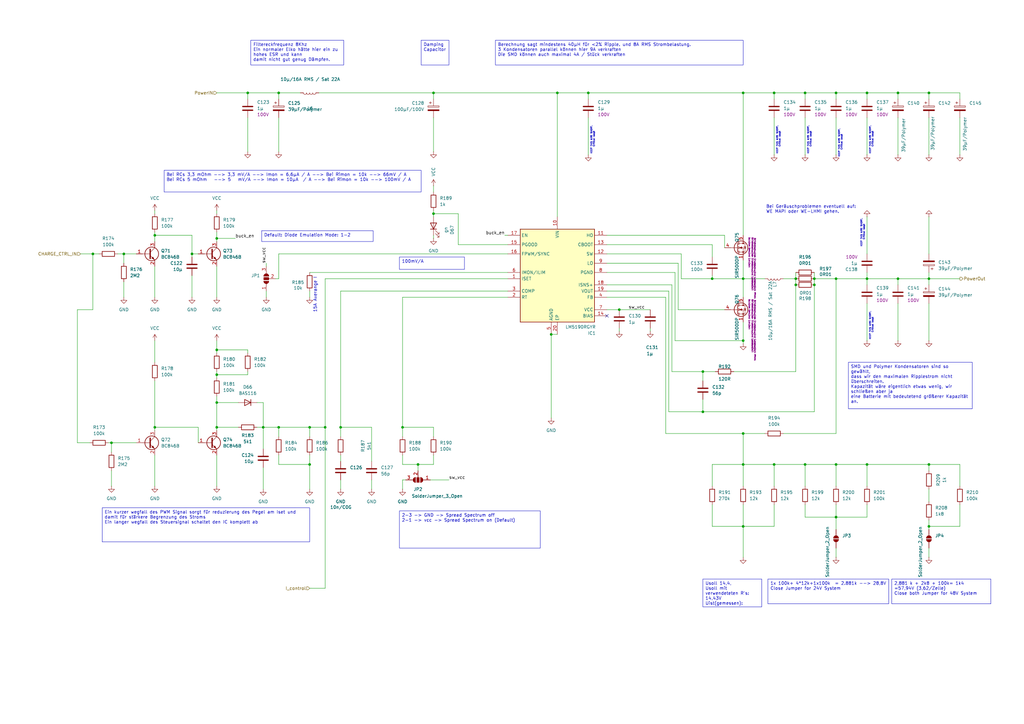
<source format=kicad_sch>
(kicad_sch
	(version 20250114)
	(generator "eeschema")
	(generator_version "9.0")
	(uuid "ffbea880-38e1-46dc-a9eb-6ce4172d9993")
	(paper "A3")
	(lib_symbols
		(symbol "Device:C"
			(pin_numbers
				(hide yes)
			)
			(pin_names
				(offset 0.254)
			)
			(exclude_from_sim no)
			(in_bom yes)
			(on_board yes)
			(property "Reference" "C"
				(at 0.635 2.54 0)
				(effects
					(font
						(size 1.27 1.27)
					)
					(justify left)
				)
			)
			(property "Value" "C"
				(at 0.635 -2.54 0)
				(effects
					(font
						(size 1.27 1.27)
					)
					(justify left)
				)
			)
			(property "Footprint" ""
				(at 0.9652 -3.81 0)
				(effects
					(font
						(size 1.27 1.27)
					)
					(hide yes)
				)
			)
			(property "Datasheet" "~"
				(at 0 0 0)
				(effects
					(font
						(size 1.27 1.27)
					)
					(hide yes)
				)
			)
			(property "Description" "Unpolarized capacitor"
				(at 0 0 0)
				(effects
					(font
						(size 1.27 1.27)
					)
					(hide yes)
				)
			)
			(property "ki_keywords" "cap capacitor"
				(at 0 0 0)
				(effects
					(font
						(size 1.27 1.27)
					)
					(hide yes)
				)
			)
			(property "ki_fp_filters" "C_*"
				(at 0 0 0)
				(effects
					(font
						(size 1.27 1.27)
					)
					(hide yes)
				)
			)
			(symbol "C_0_1"
				(polyline
					(pts
						(xy -2.032 0.762) (xy 2.032 0.762)
					)
					(stroke
						(width 0.508)
						(type default)
					)
					(fill
						(type none)
					)
				)
				(polyline
					(pts
						(xy -2.032 -0.762) (xy 2.032 -0.762)
					)
					(stroke
						(width 0.508)
						(type default)
					)
					(fill
						(type none)
					)
				)
			)
			(symbol "C_1_1"
				(pin passive line
					(at 0 3.81 270)
					(length 2.794)
					(name "~"
						(effects
							(font
								(size 1.27 1.27)
							)
						)
					)
					(number "1"
						(effects
							(font
								(size 1.27 1.27)
							)
						)
					)
				)
				(pin passive line
					(at 0 -3.81 90)
					(length 2.794)
					(name "~"
						(effects
							(font
								(size 1.27 1.27)
							)
						)
					)
					(number "2"
						(effects
							(font
								(size 1.27 1.27)
							)
						)
					)
				)
			)
			(embedded_fonts no)
		)
		(symbol "Device:C_Polarized"
			(pin_numbers
				(hide yes)
			)
			(pin_names
				(offset 0.254)
			)
			(exclude_from_sim no)
			(in_bom yes)
			(on_board yes)
			(property "Reference" "C"
				(at 0.635 2.54 0)
				(effects
					(font
						(size 1.27 1.27)
					)
					(justify left)
				)
			)
			(property "Value" "C_Polarized"
				(at 0.635 -2.54 0)
				(effects
					(font
						(size 1.27 1.27)
					)
					(justify left)
				)
			)
			(property "Footprint" ""
				(at 0.9652 -3.81 0)
				(effects
					(font
						(size 1.27 1.27)
					)
					(hide yes)
				)
			)
			(property "Datasheet" "~"
				(at 0 0 0)
				(effects
					(font
						(size 1.27 1.27)
					)
					(hide yes)
				)
			)
			(property "Description" "Polarized capacitor"
				(at 0 0 0)
				(effects
					(font
						(size 1.27 1.27)
					)
					(hide yes)
				)
			)
			(property "ki_keywords" "cap capacitor"
				(at 0 0 0)
				(effects
					(font
						(size 1.27 1.27)
					)
					(hide yes)
				)
			)
			(property "ki_fp_filters" "CP_*"
				(at 0 0 0)
				(effects
					(font
						(size 1.27 1.27)
					)
					(hide yes)
				)
			)
			(symbol "C_Polarized_0_1"
				(rectangle
					(start -2.286 0.508)
					(end 2.286 1.016)
					(stroke
						(width 0)
						(type default)
					)
					(fill
						(type none)
					)
				)
				(polyline
					(pts
						(xy -1.778 2.286) (xy -0.762 2.286)
					)
					(stroke
						(width 0)
						(type default)
					)
					(fill
						(type none)
					)
				)
				(polyline
					(pts
						(xy -1.27 2.794) (xy -1.27 1.778)
					)
					(stroke
						(width 0)
						(type default)
					)
					(fill
						(type none)
					)
				)
				(rectangle
					(start 2.286 -0.508)
					(end -2.286 -1.016)
					(stroke
						(width 0)
						(type default)
					)
					(fill
						(type outline)
					)
				)
			)
			(symbol "C_Polarized_1_1"
				(pin passive line
					(at 0 3.81 270)
					(length 2.794)
					(name "~"
						(effects
							(font
								(size 1.27 1.27)
							)
						)
					)
					(number "1"
						(effects
							(font
								(size 1.27 1.27)
							)
						)
					)
				)
				(pin passive line
					(at 0 -3.81 90)
					(length 2.794)
					(name "~"
						(effects
							(font
								(size 1.27 1.27)
							)
						)
					)
					(number "2"
						(effects
							(font
								(size 1.27 1.27)
							)
						)
					)
				)
			)
			(embedded_fonts no)
		)
		(symbol "Device:L"
			(pin_numbers
				(hide yes)
			)
			(pin_names
				(offset 1.016)
				(hide yes)
			)
			(exclude_from_sim no)
			(in_bom yes)
			(on_board yes)
			(property "Reference" "L"
				(at -1.27 0 90)
				(effects
					(font
						(size 1.27 1.27)
					)
				)
			)
			(property "Value" "L"
				(at 1.905 0 90)
				(effects
					(font
						(size 1.27 1.27)
					)
				)
			)
			(property "Footprint" ""
				(at 0 0 0)
				(effects
					(font
						(size 1.27 1.27)
					)
					(hide yes)
				)
			)
			(property "Datasheet" "~"
				(at 0 0 0)
				(effects
					(font
						(size 1.27 1.27)
					)
					(hide yes)
				)
			)
			(property "Description" "Inductor"
				(at 0 0 0)
				(effects
					(font
						(size 1.27 1.27)
					)
					(hide yes)
				)
			)
			(property "ki_keywords" "inductor choke coil reactor magnetic"
				(at 0 0 0)
				(effects
					(font
						(size 1.27 1.27)
					)
					(hide yes)
				)
			)
			(property "ki_fp_filters" "Choke_* *Coil* Inductor_* L_*"
				(at 0 0 0)
				(effects
					(font
						(size 1.27 1.27)
					)
					(hide yes)
				)
			)
			(symbol "L_0_1"
				(arc
					(start 0 2.54)
					(mid 0.6323 1.905)
					(end 0 1.27)
					(stroke
						(width 0)
						(type default)
					)
					(fill
						(type none)
					)
				)
				(arc
					(start 0 1.27)
					(mid 0.6323 0.635)
					(end 0 0)
					(stroke
						(width 0)
						(type default)
					)
					(fill
						(type none)
					)
				)
				(arc
					(start 0 0)
					(mid 0.6323 -0.635)
					(end 0 -1.27)
					(stroke
						(width 0)
						(type default)
					)
					(fill
						(type none)
					)
				)
				(arc
					(start 0 -1.27)
					(mid 0.6323 -1.905)
					(end 0 -2.54)
					(stroke
						(width 0)
						(type default)
					)
					(fill
						(type none)
					)
				)
			)
			(symbol "L_1_1"
				(pin passive line
					(at 0 3.81 270)
					(length 1.27)
					(name "1"
						(effects
							(font
								(size 1.27 1.27)
							)
						)
					)
					(number "1"
						(effects
							(font
								(size 1.27 1.27)
							)
						)
					)
				)
				(pin passive line
					(at 0 -3.81 90)
					(length 1.27)
					(name "2"
						(effects
							(font
								(size 1.27 1.27)
							)
						)
					)
					(number "2"
						(effects
							(font
								(size 1.27 1.27)
							)
						)
					)
				)
			)
			(embedded_fonts no)
		)
		(symbol "Device:LED"
			(pin_numbers
				(hide yes)
			)
			(pin_names
				(offset 1.016)
				(hide yes)
			)
			(exclude_from_sim no)
			(in_bom yes)
			(on_board yes)
			(property "Reference" "D"
				(at 0 2.54 0)
				(effects
					(font
						(size 1.27 1.27)
					)
				)
			)
			(property "Value" "LED"
				(at 0 -2.54 0)
				(effects
					(font
						(size 1.27 1.27)
					)
				)
			)
			(property "Footprint" ""
				(at 0 0 0)
				(effects
					(font
						(size 1.27 1.27)
					)
					(hide yes)
				)
			)
			(property "Datasheet" "~"
				(at 0 0 0)
				(effects
					(font
						(size 1.27 1.27)
					)
					(hide yes)
				)
			)
			(property "Description" "Light emitting diode"
				(at 0 0 0)
				(effects
					(font
						(size 1.27 1.27)
					)
					(hide yes)
				)
			)
			(property "Sim.Pins" "1=K 2=A"
				(at 0 0 0)
				(effects
					(font
						(size 1.27 1.27)
					)
					(hide yes)
				)
			)
			(property "ki_keywords" "LED diode"
				(at 0 0 0)
				(effects
					(font
						(size 1.27 1.27)
					)
					(hide yes)
				)
			)
			(property "ki_fp_filters" "LED* LED_SMD:* LED_THT:*"
				(at 0 0 0)
				(effects
					(font
						(size 1.27 1.27)
					)
					(hide yes)
				)
			)
			(symbol "LED_0_1"
				(polyline
					(pts
						(xy -3.048 -0.762) (xy -4.572 -2.286) (xy -3.81 -2.286) (xy -4.572 -2.286) (xy -4.572 -1.524)
					)
					(stroke
						(width 0)
						(type default)
					)
					(fill
						(type none)
					)
				)
				(polyline
					(pts
						(xy -1.778 -0.762) (xy -3.302 -2.286) (xy -2.54 -2.286) (xy -3.302 -2.286) (xy -3.302 -1.524)
					)
					(stroke
						(width 0)
						(type default)
					)
					(fill
						(type none)
					)
				)
				(polyline
					(pts
						(xy -1.27 0) (xy 1.27 0)
					)
					(stroke
						(width 0)
						(type default)
					)
					(fill
						(type none)
					)
				)
				(polyline
					(pts
						(xy -1.27 -1.27) (xy -1.27 1.27)
					)
					(stroke
						(width 0.254)
						(type default)
					)
					(fill
						(type none)
					)
				)
				(polyline
					(pts
						(xy 1.27 -1.27) (xy 1.27 1.27) (xy -1.27 0) (xy 1.27 -1.27)
					)
					(stroke
						(width 0.254)
						(type default)
					)
					(fill
						(type none)
					)
				)
			)
			(symbol "LED_1_1"
				(pin passive line
					(at -3.81 0 0)
					(length 2.54)
					(name "K"
						(effects
							(font
								(size 1.27 1.27)
							)
						)
					)
					(number "1"
						(effects
							(font
								(size 1.27 1.27)
							)
						)
					)
				)
				(pin passive line
					(at 3.81 0 180)
					(length 2.54)
					(name "A"
						(effects
							(font
								(size 1.27 1.27)
							)
						)
					)
					(number "2"
						(effects
							(font
								(size 1.27 1.27)
							)
						)
					)
				)
			)
			(embedded_fonts no)
		)
		(symbol "Device:R"
			(pin_numbers
				(hide yes)
			)
			(pin_names
				(offset 0)
			)
			(exclude_from_sim no)
			(in_bom yes)
			(on_board yes)
			(property "Reference" "R"
				(at 2.032 0 90)
				(effects
					(font
						(size 1.27 1.27)
					)
				)
			)
			(property "Value" "R"
				(at 0 0 90)
				(effects
					(font
						(size 1.27 1.27)
					)
				)
			)
			(property "Footprint" ""
				(at -1.778 0 90)
				(effects
					(font
						(size 1.27 1.27)
					)
					(hide yes)
				)
			)
			(property "Datasheet" "~"
				(at 0 0 0)
				(effects
					(font
						(size 1.27 1.27)
					)
					(hide yes)
				)
			)
			(property "Description" "Resistor"
				(at 0 0 0)
				(effects
					(font
						(size 1.27 1.27)
					)
					(hide yes)
				)
			)
			(property "ki_keywords" "R res resistor"
				(at 0 0 0)
				(effects
					(font
						(size 1.27 1.27)
					)
					(hide yes)
				)
			)
			(property "ki_fp_filters" "R_*"
				(at 0 0 0)
				(effects
					(font
						(size 1.27 1.27)
					)
					(hide yes)
				)
			)
			(symbol "R_0_1"
				(rectangle
					(start -1.016 -2.54)
					(end 1.016 2.54)
					(stroke
						(width 0.254)
						(type default)
					)
					(fill
						(type none)
					)
				)
			)
			(symbol "R_1_1"
				(pin passive line
					(at 0 3.81 270)
					(length 1.27)
					(name "~"
						(effects
							(font
								(size 1.27 1.27)
							)
						)
					)
					(number "1"
						(effects
							(font
								(size 1.27 1.27)
							)
						)
					)
				)
				(pin passive line
					(at 0 -3.81 90)
					(length 1.27)
					(name "~"
						(effects
							(font
								(size 1.27 1.27)
							)
						)
					)
					(number "2"
						(effects
							(font
								(size 1.27 1.27)
							)
						)
					)
				)
			)
			(embedded_fonts no)
		)
		(symbol "Diode:BAS19"
			(pin_numbers
				(hide yes)
			)
			(pin_names
				(hide yes)
			)
			(exclude_from_sim no)
			(in_bom yes)
			(on_board yes)
			(property "Reference" "D"
				(at 0 2.54 0)
				(effects
					(font
						(size 1.27 1.27)
					)
				)
			)
			(property "Value" "BAS19"
				(at 0 -2.54 0)
				(effects
					(font
						(size 1.27 1.27)
					)
				)
			)
			(property "Footprint" "Package_TO_SOT_SMD:SOT-23"
				(at 0 -4.445 0)
				(effects
					(font
						(size 1.27 1.27)
					)
					(hide yes)
				)
			)
			(property "Datasheet" "https://www.diodes.com/assets/Datasheets/Ds12004.pdf"
				(at 0 0 0)
				(effects
					(font
						(size 1.27 1.27)
					)
					(hide yes)
				)
			)
			(property "Description" "120V, 0.4A, High-speed Switching Diode, SOT-23"
				(at 0 0 0)
				(effects
					(font
						(size 1.27 1.27)
					)
					(hide yes)
				)
			)
			(property "ki_keywords" "diode"
				(at 0 0 0)
				(effects
					(font
						(size 1.27 1.27)
					)
					(hide yes)
				)
			)
			(property "ki_fp_filters" "SOT?23*"
				(at 0 0 0)
				(effects
					(font
						(size 1.27 1.27)
					)
					(hide yes)
				)
			)
			(symbol "BAS19_0_1"
				(polyline
					(pts
						(xy -1.27 1.27) (xy -1.27 -1.27)
					)
					(stroke
						(width 0.254)
						(type default)
					)
					(fill
						(type none)
					)
				)
				(polyline
					(pts
						(xy 1.27 1.27) (xy 1.27 -1.27) (xy -1.27 0) (xy 1.27 1.27)
					)
					(stroke
						(width 0.254)
						(type default)
					)
					(fill
						(type none)
					)
				)
				(polyline
					(pts
						(xy 1.27 0) (xy -1.27 0)
					)
					(stroke
						(width 0)
						(type default)
					)
					(fill
						(type none)
					)
				)
			)
			(symbol "BAS19_1_1"
				(pin passive line
					(at -3.81 0 0)
					(length 2.54)
					(name "K"
						(effects
							(font
								(size 1.27 1.27)
							)
						)
					)
					(number "3"
						(effects
							(font
								(size 1.27 1.27)
							)
						)
					)
				)
				(pin no_connect line
					(at -1.27 0 0)
					(length 2.54)
					(hide yes)
					(name "NC"
						(effects
							(font
								(size 1.27 1.27)
							)
						)
					)
					(number "2"
						(effects
							(font
								(size 1.27 1.27)
							)
						)
					)
				)
				(pin passive line
					(at 3.81 0 180)
					(length 2.54)
					(name "A"
						(effects
							(font
								(size 1.27 1.27)
							)
						)
					)
					(number "1"
						(effects
							(font
								(size 1.27 1.27)
							)
						)
					)
				)
			)
			(embedded_fonts no)
		)
		(symbol "Jumper:SolderJumper_2_Open"
			(pin_numbers
				(hide yes)
			)
			(pin_names
				(offset 0)
				(hide yes)
			)
			(exclude_from_sim no)
			(in_bom no)
			(on_board yes)
			(property "Reference" "JP"
				(at 0 2.032 0)
				(effects
					(font
						(size 1.27 1.27)
					)
				)
			)
			(property "Value" "SolderJumper_2_Open"
				(at 0 -2.54 0)
				(effects
					(font
						(size 1.27 1.27)
					)
				)
			)
			(property "Footprint" ""
				(at 0 0 0)
				(effects
					(font
						(size 1.27 1.27)
					)
					(hide yes)
				)
			)
			(property "Datasheet" "~"
				(at 0 0 0)
				(effects
					(font
						(size 1.27 1.27)
					)
					(hide yes)
				)
			)
			(property "Description" "Solder Jumper, 2-pole, open"
				(at 0 0 0)
				(effects
					(font
						(size 1.27 1.27)
					)
					(hide yes)
				)
			)
			(property "ki_keywords" "solder jumper SPST"
				(at 0 0 0)
				(effects
					(font
						(size 1.27 1.27)
					)
					(hide yes)
				)
			)
			(property "ki_fp_filters" "SolderJumper*Open*"
				(at 0 0 0)
				(effects
					(font
						(size 1.27 1.27)
					)
					(hide yes)
				)
			)
			(symbol "SolderJumper_2_Open_0_1"
				(polyline
					(pts
						(xy -0.254 1.016) (xy -0.254 -1.016)
					)
					(stroke
						(width 0)
						(type default)
					)
					(fill
						(type none)
					)
				)
				(arc
					(start -0.254 -1.016)
					(mid -1.2656 0)
					(end -0.254 1.016)
					(stroke
						(width 0)
						(type default)
					)
					(fill
						(type none)
					)
				)
				(arc
					(start -0.254 -1.016)
					(mid -1.2656 0)
					(end -0.254 1.016)
					(stroke
						(width 0)
						(type default)
					)
					(fill
						(type outline)
					)
				)
				(arc
					(start 0.254 1.016)
					(mid 1.2656 0)
					(end 0.254 -1.016)
					(stroke
						(width 0)
						(type default)
					)
					(fill
						(type none)
					)
				)
				(arc
					(start 0.254 1.016)
					(mid 1.2656 0)
					(end 0.254 -1.016)
					(stroke
						(width 0)
						(type default)
					)
					(fill
						(type outline)
					)
				)
				(polyline
					(pts
						(xy 0.254 1.016) (xy 0.254 -1.016)
					)
					(stroke
						(width 0)
						(type default)
					)
					(fill
						(type none)
					)
				)
			)
			(symbol "SolderJumper_2_Open_1_1"
				(pin passive line
					(at -3.81 0 0)
					(length 2.54)
					(name "A"
						(effects
							(font
								(size 1.27 1.27)
							)
						)
					)
					(number "1"
						(effects
							(font
								(size 1.27 1.27)
							)
						)
					)
				)
				(pin passive line
					(at 3.81 0 180)
					(length 2.54)
					(name "B"
						(effects
							(font
								(size 1.27 1.27)
							)
						)
					)
					(number "2"
						(effects
							(font
								(size 1.27 1.27)
							)
						)
					)
				)
			)
			(embedded_fonts no)
		)
		(symbol "Jumper:SolderJumper_3_Open"
			(pin_names
				(offset 0)
				(hide yes)
			)
			(exclude_from_sim no)
			(in_bom no)
			(on_board yes)
			(property "Reference" "JP"
				(at -2.54 -2.54 0)
				(effects
					(font
						(size 1.27 1.27)
					)
				)
			)
			(property "Value" "SolderJumper_3_Open"
				(at 0 2.794 0)
				(effects
					(font
						(size 1.27 1.27)
					)
				)
			)
			(property "Footprint" ""
				(at 0 0 0)
				(effects
					(font
						(size 1.27 1.27)
					)
					(hide yes)
				)
			)
			(property "Datasheet" "~"
				(at 0 0 0)
				(effects
					(font
						(size 1.27 1.27)
					)
					(hide yes)
				)
			)
			(property "Description" "Solder Jumper, 3-pole, open"
				(at 0 0 0)
				(effects
					(font
						(size 1.27 1.27)
					)
					(hide yes)
				)
			)
			(property "ki_keywords" "Solder Jumper SPDT"
				(at 0 0 0)
				(effects
					(font
						(size 1.27 1.27)
					)
					(hide yes)
				)
			)
			(property "ki_fp_filters" "SolderJumper*Open*"
				(at 0 0 0)
				(effects
					(font
						(size 1.27 1.27)
					)
					(hide yes)
				)
			)
			(symbol "SolderJumper_3_Open_0_1"
				(polyline
					(pts
						(xy -2.54 0) (xy -2.032 0)
					)
					(stroke
						(width 0)
						(type default)
					)
					(fill
						(type none)
					)
				)
				(polyline
					(pts
						(xy -1.016 1.016) (xy -1.016 -1.016)
					)
					(stroke
						(width 0)
						(type default)
					)
					(fill
						(type none)
					)
				)
				(arc
					(start -1.016 -1.016)
					(mid -2.0276 0)
					(end -1.016 1.016)
					(stroke
						(width 0)
						(type default)
					)
					(fill
						(type none)
					)
				)
				(arc
					(start -1.016 -1.016)
					(mid -2.0276 0)
					(end -1.016 1.016)
					(stroke
						(width 0)
						(type default)
					)
					(fill
						(type outline)
					)
				)
				(rectangle
					(start -0.508 1.016)
					(end 0.508 -1.016)
					(stroke
						(width 0)
						(type default)
					)
					(fill
						(type outline)
					)
				)
				(polyline
					(pts
						(xy 0 -1.27) (xy 0 -1.016)
					)
					(stroke
						(width 0)
						(type default)
					)
					(fill
						(type none)
					)
				)
				(arc
					(start 1.016 1.016)
					(mid 2.0276 0)
					(end 1.016 -1.016)
					(stroke
						(width 0)
						(type default)
					)
					(fill
						(type none)
					)
				)
				(arc
					(start 1.016 1.016)
					(mid 2.0276 0)
					(end 1.016 -1.016)
					(stroke
						(width 0)
						(type default)
					)
					(fill
						(type outline)
					)
				)
				(polyline
					(pts
						(xy 1.016 1.016) (xy 1.016 -1.016)
					)
					(stroke
						(width 0)
						(type default)
					)
					(fill
						(type none)
					)
				)
				(polyline
					(pts
						(xy 2.54 0) (xy 2.032 0)
					)
					(stroke
						(width 0)
						(type default)
					)
					(fill
						(type none)
					)
				)
			)
			(symbol "SolderJumper_3_Open_1_1"
				(pin passive line
					(at -5.08 0 0)
					(length 2.54)
					(name "A"
						(effects
							(font
								(size 1.27 1.27)
							)
						)
					)
					(number "1"
						(effects
							(font
								(size 1.27 1.27)
							)
						)
					)
				)
				(pin passive line
					(at 0 -3.81 90)
					(length 2.54)
					(name "C"
						(effects
							(font
								(size 1.27 1.27)
							)
						)
					)
					(number "2"
						(effects
							(font
								(size 1.27 1.27)
							)
						)
					)
				)
				(pin passive line
					(at 5.08 0 180)
					(length 2.54)
					(name "B"
						(effects
							(font
								(size 1.27 1.27)
							)
						)
					)
					(number "3"
						(effects
							(font
								(size 1.27 1.27)
							)
						)
					)
				)
			)
			(embedded_fonts no)
		)
		(symbol "SamacSys_Parts:LM5190RGYR"
			(exclude_from_sim no)
			(in_bom yes)
			(on_board yes)
			(property "Reference" "IC"
				(at 16.51 -22.86 0)
				(effects
					(font
						(size 1.27 1.27)
					)
					(justify right top)
				)
			)
			(property "Value" "LM5190RGYR"
				(at 16.51 -20.32 0)
				(effects
					(font
						(size 1.27 1.27)
					)
					(justify right top)
				)
			)
			(property "Footprint" "LM5190RGYR"
				(at 36.83 -87.3 0)
				(effects
					(font
						(size 1.27 1.27)
					)
					(justify left top)
					(hide yes)
				)
			)
			(property "Datasheet" "https://www.ti.com/lit/gpn/lm5190"
				(at 36.83 -187.3 0)
				(effects
					(font
						(size 1.27 1.27)
					)
					(justify left top)
					(hide yes)
				)
			)
			(property "Description" "Buck Regulator Positive Output Step-Down DC-DC Controller IC 19-VQFN (3.5x4.5) , 5V ~ 80V , 100kHz ~ 2.2MHz , -40C ~ 150C (TJ)"
				(at 0 0 0)
				(effects
					(font
						(size 1.27 1.27)
					)
					(hide yes)
				)
			)
			(property "Height" "1"
				(at 36.83 -387.3 0)
				(effects
					(font
						(size 1.27 1.27)
					)
					(justify left top)
					(hide yes)
				)
			)
			(property "Manufacturer_Name" "Texas Instruments"
				(at 36.83 -487.3 0)
				(effects
					(font
						(size 1.27 1.27)
					)
					(justify left top)
					(hide yes)
				)
			)
			(property "Manufacturer_Part_Number" "LM5190RGYR"
				(at 36.83 -587.3 0)
				(effects
					(font
						(size 1.27 1.27)
					)
					(justify left top)
					(hide yes)
				)
			)
			(property "Mouser Part Number" ""
				(at 36.83 -687.3 0)
				(effects
					(font
						(size 1.27 1.27)
					)
					(justify left top)
					(hide yes)
				)
			)
			(property "Mouser Price/Stock" ""
				(at 36.83 -787.3 0)
				(effects
					(font
						(size 1.27 1.27)
					)
					(justify left top)
					(hide yes)
				)
			)
			(property "Arrow Part Number" ""
				(at 36.83 -887.3 0)
				(effects
					(font
						(size 1.27 1.27)
					)
					(justify left top)
					(hide yes)
				)
			)
			(property "Arrow Price/Stock" ""
				(at 36.83 -987.3 0)
				(effects
					(font
						(size 1.27 1.27)
					)
					(justify left top)
					(hide yes)
				)
			)
			(symbol "LM5190RGYR_1_1"
				(rectangle
					(start -15.24 -17.78)
					(end 15.24 20.32)
					(stroke
						(width 0.254)
						(type default)
					)
					(fill
						(type background)
					)
				)
				(pin passive line
					(at -20.32 17.78 0)
					(length 5.08)
					(name "EN"
						(effects
							(font
								(size 1.27 1.27)
							)
						)
					)
					(number "17"
						(effects
							(font
								(size 1.27 1.27)
							)
						)
					)
				)
				(pin passive line
					(at -20.32 13.97 0)
					(length 5.08)
					(name "PGOOD"
						(effects
							(font
								(size 1.27 1.27)
							)
						)
					)
					(number "15"
						(effects
							(font
								(size 1.27 1.27)
							)
						)
					)
				)
				(pin passive line
					(at -20.32 10.16 0)
					(length 5.08)
					(name "FPWM/SYNC"
						(effects
							(font
								(size 1.27 1.27)
							)
						)
					)
					(number "16"
						(effects
							(font
								(size 1.27 1.27)
							)
						)
					)
				)
				(pin passive line
					(at -20.32 2.54 0)
					(length 5.08)
					(name "IMON/ILIM"
						(effects
							(font
								(size 1.27 1.27)
							)
						)
					)
					(number "6"
						(effects
							(font
								(size 1.27 1.27)
							)
						)
					)
				)
				(pin passive line
					(at -20.32 0 0)
					(length 5.08)
					(name "ISET"
						(effects
							(font
								(size 1.27 1.27)
							)
						)
					)
					(number "1"
						(effects
							(font
								(size 1.27 1.27)
							)
						)
					)
				)
				(pin passive line
					(at -20.32 -5.08 0)
					(length 5.08)
					(name "COMP"
						(effects
							(font
								(size 1.27 1.27)
							)
						)
					)
					(number "3"
						(effects
							(font
								(size 1.27 1.27)
							)
						)
					)
				)
				(pin passive line
					(at -20.32 -7.62 0)
					(length 5.08)
					(name "RT"
						(effects
							(font
								(size 1.27 1.27)
							)
						)
					)
					(number "2"
						(effects
							(font
								(size 1.27 1.27)
							)
						)
					)
				)
				(pin passive line
					(at -2.54 -22.86 90)
					(length 5.08)
					(name "AGND"
						(effects
							(font
								(size 1.27 1.27)
							)
						)
					)
					(number "5"
						(effects
							(font
								(size 1.27 1.27)
							)
						)
					)
				)
				(pin passive line
					(at 0 25.4 270)
					(length 5.08)
					(name "VIN"
						(effects
							(font
								(size 1.27 1.27)
							)
						)
					)
					(number "10"
						(effects
							(font
								(size 1.27 1.27)
							)
						)
					)
				)
				(pin passive line
					(at 0 -22.86 90)
					(length 5.08)
					(name "EP"
						(effects
							(font
								(size 1.27 1.27)
							)
						)
					)
					(number "20"
						(effects
							(font
								(size 1.27 1.27)
							)
						)
					)
				)
				(pin passive line
					(at 20.32 17.78 180)
					(length 5.08)
					(name "HO"
						(effects
							(font
								(size 1.27 1.27)
							)
						)
					)
					(number "11"
						(effects
							(font
								(size 1.27 1.27)
							)
						)
					)
				)
				(pin passive line
					(at 20.32 13.97 180)
					(length 5.08)
					(name "CBOOT"
						(effects
							(font
								(size 1.27 1.27)
							)
						)
					)
					(number "13"
						(effects
							(font
								(size 1.27 1.27)
							)
						)
					)
				)
				(pin passive line
					(at 20.32 10.16 180)
					(length 5.08)
					(name "SW"
						(effects
							(font
								(size 1.27 1.27)
							)
						)
					)
					(number "12"
						(effects
							(font
								(size 1.27 1.27)
							)
						)
					)
				)
				(pin passive line
					(at 20.32 6.35 180)
					(length 5.08)
					(name "LO"
						(effects
							(font
								(size 1.27 1.27)
							)
						)
					)
					(number "9"
						(effects
							(font
								(size 1.27 1.27)
							)
						)
					)
				)
				(pin passive line
					(at 20.32 2.54 180)
					(length 5.08)
					(name "PGND"
						(effects
							(font
								(size 1.27 1.27)
							)
						)
					)
					(number "8"
						(effects
							(font
								(size 1.27 1.27)
							)
						)
					)
				)
				(pin passive line
					(at 20.32 -2.54 180)
					(length 5.08)
					(name "ISNS+"
						(effects
							(font
								(size 1.27 1.27)
							)
						)
					)
					(number "18"
						(effects
							(font
								(size 1.27 1.27)
							)
						)
					)
				)
				(pin passive line
					(at 20.32 -5.08 180)
					(length 5.08)
					(name "VOUT"
						(effects
							(font
								(size 1.27 1.27)
							)
						)
					)
					(number "19"
						(effects
							(font
								(size 1.27 1.27)
							)
						)
					)
				)
				(pin passive line
					(at 20.32 -7.62 180)
					(length 5.08)
					(name "FB"
						(effects
							(font
								(size 1.27 1.27)
							)
						)
					)
					(number "4"
						(effects
							(font
								(size 1.27 1.27)
							)
						)
					)
				)
				(pin passive line
					(at 20.32 -12.7 180)
					(length 5.08)
					(name "VCC"
						(effects
							(font
								(size 1.27 1.27)
							)
						)
					)
					(number "7"
						(effects
							(font
								(size 1.27 1.27)
							)
						)
					)
				)
				(pin passive line
					(at 20.32 -15.24 180)
					(length 5.08)
					(name "BIAS"
						(effects
							(font
								(size 1.27 1.27)
							)
						)
					)
					(number "14"
						(effects
							(font
								(size 1.27 1.27)
							)
						)
					)
				)
			)
			(embedded_fonts no)
		)
		(symbol "Transistor_BJT:Q_NPN_BEC"
			(pin_names
				(offset 0)
				(hide yes)
			)
			(exclude_from_sim no)
			(in_bom yes)
			(on_board yes)
			(property "Reference" "Q"
				(at 5.08 1.27 0)
				(effects
					(font
						(size 1.27 1.27)
					)
					(justify left)
				)
			)
			(property "Value" "Q_NPN_BEC"
				(at 5.08 -1.27 0)
				(effects
					(font
						(size 1.27 1.27)
					)
					(justify left)
				)
			)
			(property "Footprint" ""
				(at 5.08 2.54 0)
				(effects
					(font
						(size 1.27 1.27)
					)
					(hide yes)
				)
			)
			(property "Datasheet" "~"
				(at 0 0 0)
				(effects
					(font
						(size 1.27 1.27)
					)
					(hide yes)
				)
			)
			(property "Description" "NPN transistor, base/emitter/collector"
				(at 0 0 0)
				(effects
					(font
						(size 1.27 1.27)
					)
					(hide yes)
				)
			)
			(property "ki_keywords" "BJT"
				(at 0 0 0)
				(effects
					(font
						(size 1.27 1.27)
					)
					(hide yes)
				)
			)
			(symbol "Q_NPN_BEC_0_1"
				(polyline
					(pts
						(xy -2.54 0) (xy 0.635 0)
					)
					(stroke
						(width 0)
						(type default)
					)
					(fill
						(type none)
					)
				)
				(polyline
					(pts
						(xy 0.635 1.905) (xy 0.635 -1.905)
					)
					(stroke
						(width 0.508)
						(type default)
					)
					(fill
						(type none)
					)
				)
				(circle
					(center 1.27 0)
					(radius 2.8194)
					(stroke
						(width 0.254)
						(type default)
					)
					(fill
						(type none)
					)
				)
			)
			(symbol "Q_NPN_BEC_1_1"
				(polyline
					(pts
						(xy 0.635 0.635) (xy 2.54 2.54)
					)
					(stroke
						(width 0)
						(type default)
					)
					(fill
						(type none)
					)
				)
				(polyline
					(pts
						(xy 0.635 -0.635) (xy 2.54 -2.54)
					)
					(stroke
						(width 0)
						(type default)
					)
					(fill
						(type none)
					)
				)
				(polyline
					(pts
						(xy 1.27 -1.778) (xy 1.778 -1.27) (xy 2.286 -2.286) (xy 1.27 -1.778)
					)
					(stroke
						(width 0)
						(type default)
					)
					(fill
						(type outline)
					)
				)
				(pin input line
					(at -5.08 0 0)
					(length 2.54)
					(name "B"
						(effects
							(font
								(size 1.27 1.27)
							)
						)
					)
					(number "1"
						(effects
							(font
								(size 1.27 1.27)
							)
						)
					)
				)
				(pin passive line
					(at 2.54 5.08 270)
					(length 2.54)
					(name "C"
						(effects
							(font
								(size 1.27 1.27)
							)
						)
					)
					(number "3"
						(effects
							(font
								(size 1.27 1.27)
							)
						)
					)
				)
				(pin passive line
					(at 2.54 -5.08 90)
					(length 2.54)
					(name "E"
						(effects
							(font
								(size 1.27 1.27)
							)
						)
					)
					(number "2"
						(effects
							(font
								(size 1.27 1.27)
							)
						)
					)
				)
			)
			(embedded_fonts no)
		)
		(symbol "Transistor_FET:SiR696DP"
			(pin_names
				(hide yes)
			)
			(exclude_from_sim no)
			(in_bom yes)
			(on_board yes)
			(property "Reference" "Q"
				(at 5.08 1.905 0)
				(effects
					(font
						(size 1.27 1.27)
					)
					(justify left)
				)
			)
			(property "Value" "SiR696DP"
				(at 5.08 0 0)
				(effects
					(font
						(size 1.27 1.27)
					)
					(justify left)
				)
			)
			(property "Footprint" "Package_SO:PowerPAK_SO-8_Single"
				(at 5.08 -1.905 0)
				(effects
					(font
						(size 1.27 1.27)
						(italic yes)
					)
					(justify left)
					(hide yes)
				)
			)
			(property "Datasheet" "https://www.vishay.com/docs/65689/sir696dp.pdf"
				(at 5.08 -3.81 0)
				(effects
					(font
						(size 1.27 1.27)
					)
					(justify left)
					(hide yes)
				)
			)
			(property "Description" "60A Id, 125V Vds N-Channel MOSFET, 9.6mOhm Ron, 19.4 nC Qg(typ), PowerPAK-8"
				(at 0 0 0)
				(effects
					(font
						(size 1.27 1.27)
					)
					(hide yes)
				)
			)
			(property "ki_keywords" "NMOS NFET Vishay"
				(at 0 0 0)
				(effects
					(font
						(size 1.27 1.27)
					)
					(hide yes)
				)
			)
			(property "ki_fp_filters" "PowerPAK*SO*Single*"
				(at 0 0 0)
				(effects
					(font
						(size 1.27 1.27)
					)
					(hide yes)
				)
			)
			(symbol "SiR696DP_0_1"
				(polyline
					(pts
						(xy 0.254 1.905) (xy 0.254 -1.905)
					)
					(stroke
						(width 0.254)
						(type default)
					)
					(fill
						(type none)
					)
				)
				(polyline
					(pts
						(xy 0.254 0) (xy -2.54 0)
					)
					(stroke
						(width 0)
						(type default)
					)
					(fill
						(type none)
					)
				)
				(polyline
					(pts
						(xy 0.762 2.286) (xy 0.762 1.27)
					)
					(stroke
						(width 0.254)
						(type default)
					)
					(fill
						(type none)
					)
				)
				(polyline
					(pts
						(xy 0.762 0.508) (xy 0.762 -0.508)
					)
					(stroke
						(width 0.254)
						(type default)
					)
					(fill
						(type none)
					)
				)
				(polyline
					(pts
						(xy 0.762 -1.27) (xy 0.762 -2.286)
					)
					(stroke
						(width 0.254)
						(type default)
					)
					(fill
						(type none)
					)
				)
				(polyline
					(pts
						(xy 0.762 -1.778) (xy 3.302 -1.778) (xy 3.302 1.778) (xy 0.762 1.778)
					)
					(stroke
						(width 0)
						(type default)
					)
					(fill
						(type none)
					)
				)
				(polyline
					(pts
						(xy 1.016 0) (xy 2.032 0.381) (xy 2.032 -0.381) (xy 1.016 0)
					)
					(stroke
						(width 0)
						(type default)
					)
					(fill
						(type outline)
					)
				)
				(circle
					(center 1.651 0)
					(radius 2.794)
					(stroke
						(width 0.254)
						(type default)
					)
					(fill
						(type none)
					)
				)
				(polyline
					(pts
						(xy 2.54 2.54) (xy 2.54 1.778)
					)
					(stroke
						(width 0)
						(type default)
					)
					(fill
						(type none)
					)
				)
				(circle
					(center 2.54 1.778)
					(radius 0.254)
					(stroke
						(width 0)
						(type default)
					)
					(fill
						(type outline)
					)
				)
				(circle
					(center 2.54 -1.778)
					(radius 0.254)
					(stroke
						(width 0)
						(type default)
					)
					(fill
						(type outline)
					)
				)
				(polyline
					(pts
						(xy 2.54 -2.54) (xy 2.54 0) (xy 0.762 0)
					)
					(stroke
						(width 0)
						(type default)
					)
					(fill
						(type none)
					)
				)
				(polyline
					(pts
						(xy 2.794 0.508) (xy 2.921 0.381) (xy 3.683 0.381) (xy 3.81 0.254)
					)
					(stroke
						(width 0)
						(type default)
					)
					(fill
						(type none)
					)
				)
				(polyline
					(pts
						(xy 3.302 0.381) (xy 2.921 -0.254) (xy 3.683 -0.254) (xy 3.302 0.381)
					)
					(stroke
						(width 0)
						(type default)
					)
					(fill
						(type none)
					)
				)
			)
			(symbol "SiR696DP_1_1"
				(pin input line
					(at -5.08 0 0)
					(length 2.54)
					(name "G"
						(effects
							(font
								(size 1.27 1.27)
							)
						)
					)
					(number "4"
						(effects
							(font
								(size 1.27 1.27)
							)
						)
					)
				)
				(pin passive line
					(at 2.54 5.08 270)
					(length 2.54)
					(name "D"
						(effects
							(font
								(size 1.27 1.27)
							)
						)
					)
					(number "5"
						(effects
							(font
								(size 1.27 1.27)
							)
						)
					)
				)
				(pin passive line
					(at 2.54 -5.08 90)
					(length 2.54)
					(name "S"
						(effects
							(font
								(size 1.27 1.27)
							)
						)
					)
					(number "1"
						(effects
							(font
								(size 1.27 1.27)
							)
						)
					)
				)
				(pin passive line
					(at 2.54 -5.08 90)
					(length 2.54)
					(hide yes)
					(name "S"
						(effects
							(font
								(size 1.27 1.27)
							)
						)
					)
					(number "2"
						(effects
							(font
								(size 1.27 1.27)
							)
						)
					)
				)
				(pin passive line
					(at 2.54 -5.08 90)
					(length 2.54)
					(hide yes)
					(name "S"
						(effects
							(font
								(size 1.27 1.27)
							)
						)
					)
					(number "3"
						(effects
							(font
								(size 1.27 1.27)
							)
						)
					)
				)
			)
			(embedded_fonts no)
		)
		(symbol "power:GND"
			(power)
			(pin_numbers
				(hide yes)
			)
			(pin_names
				(offset 0)
				(hide yes)
			)
			(exclude_from_sim no)
			(in_bom yes)
			(on_board yes)
			(property "Reference" "#PWR"
				(at 0 -6.35 0)
				(effects
					(font
						(size 1.27 1.27)
					)
					(hide yes)
				)
			)
			(property "Value" "GND"
				(at 0 -3.81 0)
				(effects
					(font
						(size 1.27 1.27)
					)
				)
			)
			(property "Footprint" ""
				(at 0 0 0)
				(effects
					(font
						(size 1.27 1.27)
					)
					(hide yes)
				)
			)
			(property "Datasheet" ""
				(at 0 0 0)
				(effects
					(font
						(size 1.27 1.27)
					)
					(hide yes)
				)
			)
			(property "Description" "Power symbol creates a global label with name \"GND\" , ground"
				(at 0 0 0)
				(effects
					(font
						(size 1.27 1.27)
					)
					(hide yes)
				)
			)
			(property "ki_keywords" "global power"
				(at 0 0 0)
				(effects
					(font
						(size 1.27 1.27)
					)
					(hide yes)
				)
			)
			(symbol "GND_0_1"
				(polyline
					(pts
						(xy 0 0) (xy 0 -1.27) (xy 1.27 -1.27) (xy 0 -2.54) (xy -1.27 -1.27) (xy 0 -1.27)
					)
					(stroke
						(width 0)
						(type default)
					)
					(fill
						(type none)
					)
				)
			)
			(symbol "GND_1_1"
				(pin power_in line
					(at 0 0 270)
					(length 0)
					(name "~"
						(effects
							(font
								(size 1.27 1.27)
							)
						)
					)
					(number "1"
						(effects
							(font
								(size 1.27 1.27)
							)
						)
					)
				)
			)
			(embedded_fonts no)
		)
		(symbol "power:VCC"
			(power)
			(pin_numbers
				(hide yes)
			)
			(pin_names
				(offset 0)
				(hide yes)
			)
			(exclude_from_sim no)
			(in_bom yes)
			(on_board yes)
			(property "Reference" "#PWR"
				(at 0 -3.81 0)
				(effects
					(font
						(size 1.27 1.27)
					)
					(hide yes)
				)
			)
			(property "Value" "VCC"
				(at 0 3.556 0)
				(effects
					(font
						(size 1.27 1.27)
					)
				)
			)
			(property "Footprint" ""
				(at 0 0 0)
				(effects
					(font
						(size 1.27 1.27)
					)
					(hide yes)
				)
			)
			(property "Datasheet" ""
				(at 0 0 0)
				(effects
					(font
						(size 1.27 1.27)
					)
					(hide yes)
				)
			)
			(property "Description" "Power symbol creates a global label with name \"VCC\""
				(at 0 0 0)
				(effects
					(font
						(size 1.27 1.27)
					)
					(hide yes)
				)
			)
			(property "ki_keywords" "global power"
				(at 0 0 0)
				(effects
					(font
						(size 1.27 1.27)
					)
					(hide yes)
				)
			)
			(symbol "VCC_0_1"
				(polyline
					(pts
						(xy -0.762 1.27) (xy 0 2.54)
					)
					(stroke
						(width 0)
						(type default)
					)
					(fill
						(type none)
					)
				)
				(polyline
					(pts
						(xy 0 2.54) (xy 0.762 1.27)
					)
					(stroke
						(width 0)
						(type default)
					)
					(fill
						(type none)
					)
				)
				(polyline
					(pts
						(xy 0 0) (xy 0 2.54)
					)
					(stroke
						(width 0)
						(type default)
					)
					(fill
						(type none)
					)
				)
			)
			(symbol "VCC_1_1"
				(pin power_in line
					(at 0 0 90)
					(length 0)
					(name "~"
						(effects
							(font
								(size 1.27 1.27)
							)
						)
					)
					(number "1"
						(effects
							(font
								(size 1.27 1.27)
							)
						)
					)
				)
			)
			(embedded_fonts no)
		)
	)
	(text "Bei Geräuschproblemen eventuell auf:\nWE MAPI oder WE-LHMI gehen."
		(exclude_from_sim no)
		(at 314.198 85.852 0)
		(effects
			(font
				(size 1.27 1.27)
			)
			(justify left)
		)
		(uuid "100194f8-a2f2-46a5-9b11-8ded6308b6b6")
	)
	(text "KEEP THIS WIRE SHORT, \nCritical loop!"
		(exclude_from_sim no)
		(at 357.378 57.15 90)
		(effects
			(font
				(size 0.635 0.635)
			)
		)
		(uuid "2de7e55c-8d8f-429a-a9a2-8ae80cbd5b06")
	)
	(text "15A Averange I"
		(exclude_from_sim no)
		(at 129.286 120.904 90)
		(effects
			(font
				(size 1.27 1.27)
			)
		)
		(uuid "327eacf3-407c-4095-92f6-24e69b7f992c")
	)
	(text "KEEP THIS WIRE SHORT, \nCritical loop!"
		(exclude_from_sim no)
		(at 319.278 57.15 90)
		(effects
			(font
				(size 0.635 0.635)
			)
		)
		(uuid "85420f40-8c1b-47ca-8d79-b0beb031792c")
	)
	(text "KEEP THIS WIRE SHORT, \nCritical loop!"
		(exclude_from_sim no)
		(at 344.678 58.42 90)
		(effects
			(font
				(size 0.635 0.635)
			)
		)
		(uuid "92de73ca-9a16-44ab-807d-dd4692a706d0")
	)
	(text "KEEP THIS WIRE SHORT, \nCritical loop!"
		(exclude_from_sim no)
		(at 353.822 95.25 90)
		(effects
			(font
				(size 0.635 0.635)
			)
		)
		(uuid "983f7d12-ed49-4896-8cc8-132d4af9bec3")
	)
	(text "KEEP THIS WIRE SHORT, \nCritical loop!"
		(exclude_from_sim no)
		(at 243.078 57.15 90)
		(effects
			(font
				(size 0.635 0.635)
			)
		)
		(uuid "cd3ddcb0-de6f-4ce0-9b84-173c8c103801")
	)
	(text "KEEP THIS WIRE SHORT, \nCritical loop!"
		(exclude_from_sim no)
		(at 357.378 133.35 90)
		(effects
			(font
				(size 0.635 0.635)
			)
		)
		(uuid "db28989e-aea5-4e21-992d-bbe555c4ac6a")
	)
	(text "KEEP THIS WIRE SHORT, \nCritical loop!"
		(exclude_from_sim no)
		(at 331.978 57.15 90)
		(effects
			(font
				(size 0.635 0.635)
			)
		)
		(uuid "f4075055-20bc-4054-a6e8-9b469b0ce306")
	)
	(text_box "2-3 -> GND -> Spread Spectrum off\n2-1 -> vcc -> Spread Spectrum on (Default)\n"
		(exclude_from_sim no)
		(at 163.83 209.55 0)
		(size 57.785 15.24)
		(margins 0.9525 0.9525 0.9525 0.9525)
		(stroke
			(width 0)
			(type solid)
		)
		(fill
			(type none)
		)
		(effects
			(font
				(size 1.27 1.27)
				(thickness 0.1588)
			)
			(justify left top)
		)
		(uuid "105fab23-e6ba-4b8e-b2ac-464155a00d68")
	)
	(text_box "Filtereckfrequenz 8Khz\nEin normaler Elko hätte hier ein zu hohes ESR und kann \ndamit nicht gut genug Dämpfen.\n"
		(exclude_from_sim no)
		(at 102.87 16.51 0)
		(size 38.1 10.16)
		(margins 0.9525 0.9525 0.9525 0.9525)
		(stroke
			(width 0)
			(type solid)
		)
		(fill
			(type none)
		)
		(effects
			(font
				(size 1.27 1.27)
			)
			(justify left top)
		)
		(uuid "136bd59a-86d3-41ed-8ced-ecfc2e27a79b")
	)
	(text_box "Default: Diode Emulation Mode: 1-2"
		(exclude_from_sim no)
		(at 107.315 94.615 0)
		(size 45.72 4.445)
		(margins 0.9525 0.9525 0.9525 0.9525)
		(stroke
			(width 0)
			(type solid)
		)
		(fill
			(type none)
		)
		(effects
			(font
				(size 1.27 1.27)
			)
			(justify left top)
		)
		(uuid "2df1df53-0194-492a-9ab5-da15219fa60a")
	)
	(text_box "Usoll 14,4, \nUsoll mit verwendeteten R's: 14,43V\nUist(gemessen):"
		(exclude_from_sim no)
		(at 288.29 237.49 0)
		(size 24.13 11.43)
		(margins 0.9525 0.9525 0.9525 0.9525)
		(stroke
			(width 0)
			(type solid)
		)
		(fill
			(type none)
		)
		(effects
			(font
				(size 1.27 1.27)
			)
			(justify left top)
		)
		(uuid "317cb763-c8c3-40eb-b2a8-e593a9967010")
	)
	(text_box "SMD und Polymer Kondensatoren sind so gewählt, \ndass wir den maximalen Ripplestrom nicht überschreiten.\nKapazität wäre eigentlich etwas wenig, wir schließen aber ja\neine Batterie mit bedeutetend größerer Kapazität an. "
		(exclude_from_sim no)
		(at 347.98 148.59 0)
		(size 50.8 19.05)
		(margins 0.9525 0.9525 0.9525 0.9525)
		(stroke
			(width 0)
			(type solid)
		)
		(fill
			(type none)
		)
		(effects
			(font
				(size 1.27 1.27)
			)
			(justify left top)
		)
		(uuid "5921824e-2ea2-4e34-850a-5af960aef3ee")
	)
	(text_box "Berechnung sagt mindestens 40µH für <2% Ripple. und 8A RMS Strombelastung.\n3 Kondensatoren parallel können hier 9A verkraften\nDie SMD können auch maximal 4A / Stück verkraften"
		(exclude_from_sim no)
		(at 203.2 16.51 0)
		(size 101.6 10.16)
		(margins 0.9525 0.9525 0.9525 0.9525)
		(stroke
			(width 0)
			(type solid)
		)
		(fill
			(type none)
		)
		(effects
			(font
				(size 1.27 1.27)
			)
			(justify left top)
		)
		(uuid "723ac462-9db5-4209-89bf-5831fde49be4")
	)
	(text_box "1x 100k+ 4*12k+1x100k  = 2.881k --> 28,8V\nClose Jumper for 24V System"
		(exclude_from_sim no)
		(at 314.96 237.49 0)
		(size 49.53 10.16)
		(margins 0.9525 0.9525 0.9525 0.9525)
		(stroke
			(width 0)
			(type solid)
		)
		(fill
			(type none)
		)
		(effects
			(font
				(size 1.27 1.27)
			)
			(justify left top)
		)
		(uuid "a38a1d3f-f05a-4ed5-949d-b34f82fc54fd")
	)
	(text_box "Bei RCs 3,3 mOhm --> 3,3 mV/A --> Imon = 6,6µA / A --> Bei Rimon = 10k --> 66mV / A \nBei RCs 5 mOhm   --> 5   mV/A --> Imon = 10µA  / A --> Bei Rimon = 10k --> 100mV / A"
		(exclude_from_sim no)
		(at 67.31 69.85 0)
		(size 105.41 8.89)
		(margins 0.9525 0.9525 0.9525 0.9525)
		(stroke
			(width 0)
			(type solid)
		)
		(fill
			(type none)
		)
		(effects
			(font
				(size 1.27 1.27)
			)
			(justify left top)
		)
		(uuid "af60d88e-f8c3-48d6-a52f-fd7aa5dab844")
	)
	(text_box "100mV/A"
		(exclude_from_sim no)
		(at 163.83 105.41 0)
		(size 26.67 5.08)
		(margins 0.9525 0.9525 0.9525 0.9525)
		(stroke
			(width 0)
			(type solid)
		)
		(fill
			(type none)
		)
		(effects
			(font
				(size 1.27 1.27)
			)
			(justify left top)
		)
		(uuid "c738edb3-4669-4bc0-a477-407092ce3119")
	)
	(text_box "Damping\nCapacitor"
		(exclude_from_sim no)
		(at 172.72 16.51 0)
		(size 11.43 10.16)
		(margins 0.9525 0.9525 0.9525 0.9525)
		(stroke
			(width 0)
			(type solid)
		)
		(fill
			(type none)
		)
		(effects
			(font
				(size 1.27 1.27)
			)
			(justify left top)
		)
		(uuid "dfea9f5d-f9f8-4a7e-be03-8d8d25a59c32")
	)
	(text_box "Gerne. Ich rechne das **transparent Schritt für Schritt** durch und mache dabei die **notwendigen Annahmen explizit**, denn ohne zulässige Eingangsripple-Spannung ist die Kapazität nicht eindeutig bestimmbar.\n\n---\n\n## 1. Grundannahmen und bekannte Daten\n\n**Gegeben:**\n\n* Eingangsspannung:\n  ( U_{in} = 14{,}4 \\dots 14{,}8,\\text{V} ) → Worst Case: **14,4 V**\n* Ausgangsspannung:\n  ( U_{out} = 12,\\text{V} )\n* Ausgangsstrom:\n  ( I_{out} = 16,\\text{A} )\n* Induktivität:\n  ( L = 10,\\mu\\text{H} )\n* Timing-Widerstand:\n  ( R_t = 47,\\text{k}\\Omega )\n\n---\n\n## 2. Schaltfrequenz des LM5190\n\nAus dem Datenblatt (Faustformel):\n\n[\nf_{SW} \\approx \\frac{1}{R_t \\cdot 1{,}1 \\cdot 10^{-10}}\n]\n\n[\nf_{SW} \\approx \\frac{1}{47,000 \\cdot 1{,}1 \\cdot 10^{-10}}\n\\approx 193,\\text{kHz}\n]\n\n---\n\n## 3. Tastgrad (Worst Case)\n\n[\nD = \\frac{U_{out}}{U_{in}} = \\frac{12}{14{,}4} \\approx 0{,}83\n]\n\n---\n\n## 4. Eingangsrippelstrom des Kondensators\n\nFür einen Buck-Wandler gilt:\n\n[\nI_{CIN,\\text{RMS}} = I_{out} \\cdot \\sqrt{D(1-D)}\n]\n\n[\nI_{CIN,\\text{RMS}} = 16 \\cdot \\sqrt{0{,}83 \\cdot 0{,}17}\n\\approx 6{,}0,\\text{A}\n]\n\n⚠️ **Das ist extrem wichtig:**\nDie Eingangskondensatoren müssen **mindestens 6 A RMS Ripple-Strom** vertragen (oft limitierender als die Kapazität!).\n\n---\n\n## 5. Annahme für zulässige Eingangsripple-Spannung\n\nTypisch für Automotive / Power-Design:\n\n[\n\\Delta U_{in} = 0{,}3,\\text{V} \\quad (\\approx 2%)\n]\n\n---\n\n## 6. Berechnung der minimalen Kapazität\n\nFormel:\n\n[\nC_{in} \\ge \\frac{I_{out} \\cdot D(1-D)}{f_{SW} \\cdot \\Delta U_{in}}\n]\n\n[\nC_{in} \\ge \\frac{16 \\cdot 0{,}83 \\cdot 0{,}17}{193,000 \\cdot 0{,}3}\n]\n\n[\nC_{in} \\ge 39,\\mu\\text{F}\n]\n\n---\n\n## 7. Ergebnis (rechnerisches Minimum)\n\n**Theoretisches Minimum:**\n\n[\n\\boxed{C_{in,\\text{min}} \\approx 40,\\mu\\text{F}}\n]\n\n---\n\n## 8. Praktische Empfehlung (sehr wichtig)\n\nIn der Praxis solltest du:\n\n* **Mindestens 2-3× Reserve** einplanen\n* Mehrere Kondensatoren parallel einsetzen (ESR + Ripple!)\n\n**Empfohlenes Layout:**\n\n* 2× 47 µF Keramik (X7R, ≥25 V)\n* * optional 1× 100 µF Low-ESR Polymer\n\n➡️ **Effektive Kapazität:**\n[\n\\boxed{100 \\dots 150,\\mu\\text{F}}\n]\n\n---\n\n## 9. Zusammenfassung\n\n| Punkt                     | Wert           |\n| ------------------------- | -------------- |\n| Min. berechnete Kapazität | **≈ 40 µF**    |\n| Empfohlene Praxis         | **100-150 µF** |\n| Ripple-Stromanforderung   | **≥ 6 A RMS**  |\n| Schaltfrequenz            | **≈ 193 kHz**  |\n\n---\n\nWenn du möchtest, rechne ich dir das auch:\n\n* für **andere Ripple-Spannungen**\n* inkl. **ESR-Ripple**\n* oder **exakt nach TI-Design-Guide für den LM5190**\n"
		(exclude_from_sim no)
		(at 430.53 -5.08 0)
		(size 198.12 303.53)
		(margins 0.9525 0.9525 0.9525 0.9525)
		(stroke
			(width 0)
			(type solid)
		)
		(fill
			(type none)
		)
		(effects
			(font
				(size 1.27 1.27)
			)
			(justify left top)
		)
		(uuid "e8db5dbe-c8fb-4d86-b83e-d054e2217bd4")
	)
	(text_box "Ein kurzer wegfall des PWM Signal sorgt für reduzierung des Pegel am Iset und damit für stärkere Begrenzung des Stroms\nEin langer wegfall des Steuersignal schaltet den IC komplett ab\n"
		(exclude_from_sim no)
		(at 41.91 208.28 0)
		(size 85.09 13.97)
		(margins 0.9525 0.9525 0.9525 0.9525)
		(stroke
			(width 0)
			(type solid)
		)
		(fill
			(type none)
		)
		(effects
			(font
				(size 1.27 1.27)
			)
			(justify left top)
		)
		(uuid "ee03d376-8589-4537-8d52-7fde48e0108f")
	)
	(text_box "2,881 k + 2k8 + 100k= 1k4\n=57,94V (3,62/Zelle)\nClose both Jumper for 48V System"
		(exclude_from_sim no)
		(at 365.76 237.49 0)
		(size 40.64 10.16)
		(margins 0.9525 0.9525 0.9525 0.9525)
		(stroke
			(width 0)
			(type solid)
		)
		(fill
			(type none)
		)
		(effects
			(font
				(size 1.27 1.27)
			)
			(justify left top)
		)
		(uuid "f9513b6d-4cff-4aea-866d-b7bb264b7c64")
	)
	(junction
		(at 177.8 38.1)
		(diameter 0)
		(color 0 0 0 0)
		(uuid "03510ea9-0e28-44aa-af21-d6fe7cc381b1")
	)
	(junction
		(at 381 114.3)
		(diameter 0)
		(color 0 0 0 0)
		(uuid "05236263-e711-4ddf-be60-c327fe524113")
	)
	(junction
		(at 165.1 175.26)
		(diameter 0)
		(color 0 0 0 0)
		(uuid "13ed74a5-02da-421d-9997-4b82e73526a9")
	)
	(junction
		(at 228.6 38.1)
		(diameter 0)
		(color 0 0 0 0)
		(uuid "14268e1f-42ca-4340-9316-053f5d63557d")
	)
	(junction
		(at 317.5 190.5)
		(diameter 0)
		(color 0 0 0 0)
		(uuid "150f1123-1dc9-4c09-807e-b70f8e803959")
	)
	(junction
		(at 38.1 104.14)
		(diameter 0)
		(color 0 0 0 0)
		(uuid "19f2f6a7-d6d6-4966-8934-bc6b24a8ce25")
	)
	(junction
		(at 127 175.26)
		(diameter 0)
		(color 0 0 0 0)
		(uuid "1aa5edfc-0f7d-4f90-87df-835505d4b317")
	)
	(junction
		(at 355.6 190.5)
		(diameter 0)
		(color 0 0 0 0)
		(uuid "1bedd4cc-384e-49a2-8f41-6b03f75899b3")
	)
	(junction
		(at 304.8 139.7)
		(diameter 0)
		(color 0 0 0 0)
		(uuid "1dfdef1f-1d9f-4acf-97f2-467ec0f6a773")
	)
	(junction
		(at 254 127)
		(diameter 0)
		(color 0 0 0 0)
		(uuid "227c32e0-9622-4e4a-818e-3f629d8ca81a")
	)
	(junction
		(at 292.1 114.3)
		(diameter 0)
		(color 0 0 0 0)
		(uuid "22964997-776e-4201-b69b-55f51e60fc14")
	)
	(junction
		(at 177.8 87.63)
		(diameter 0)
		(color 0 0 0 0)
		(uuid "3051bde8-b6c3-401b-ab7b-ee1f315799c6")
	)
	(junction
		(at 127 190.5)
		(diameter 0)
		(color 0 0 0 0)
		(uuid "35f7efae-9280-4201-a85c-647c639b879a")
	)
	(junction
		(at 50.8 104.14)
		(diameter 0)
		(color 0 0 0 0)
		(uuid "47899362-aff3-42d9-bf40-ecfbf23cd31a")
	)
	(junction
		(at 326.39 116.84)
		(diameter 0)
		(color 0 0 0 0)
		(uuid "49b1414e-791a-4bb6-8fe9-da0d1a033a0b")
	)
	(junction
		(at 88.9 97.79)
		(diameter 0)
		(color 0 0 0 0)
		(uuid "4b4e1205-d6f7-497f-b735-406eb5e95ef7")
	)
	(junction
		(at 304.8 177.8)
		(diameter 0)
		(color 0 0 0 0)
		(uuid "4f5ecd29-a166-4110-a6d2-760405146e4f")
	)
	(junction
		(at 304.8 190.5)
		(diameter 0)
		(color 0 0 0 0)
		(uuid "52cc2ba3-62e8-4efc-97f4-d9bf8b568ed0")
	)
	(junction
		(at 381 190.5)
		(diameter 0)
		(color 0 0 0 0)
		(uuid "56250cba-891d-401f-b750-5065280c8fbd")
	)
	(junction
		(at 368.3 38.1)
		(diameter 0)
		(color 0 0 0 0)
		(uuid "5a4dec2e-9c8c-42d6-b7f8-3b92db7cb44c")
	)
	(junction
		(at 342.9 190.5)
		(diameter 0)
		(color 0 0 0 0)
		(uuid "5ad945cf-5ec2-4e54-8a2c-4fb4f48b415c")
	)
	(junction
		(at 334.01 116.84)
		(diameter 0)
		(color 0 0 0 0)
		(uuid "5fce756a-5632-47fb-be61-468381b9171c")
	)
	(junction
		(at 288.29 152.4)
		(diameter 0)
		(color 0 0 0 0)
		(uuid "62a35335-7d76-476d-93c6-9d4332b68640")
	)
	(junction
		(at 101.6 38.1)
		(diameter 0)
		(color 0 0 0 0)
		(uuid "6b183308-b7ce-4b40-83d9-fba3067fb75c")
	)
	(junction
		(at 63.5 96.52)
		(diameter 0)
		(color 0 0 0 0)
		(uuid "735fe67a-e3b8-46d7-aad5-253386e8b557")
	)
	(junction
		(at 355.6 114.3)
		(diameter 0)
		(color 0 0 0 0)
		(uuid "77f419c6-f571-4e24-9f10-748a616d222c")
	)
	(junction
		(at 330.2 190.5)
		(diameter 0)
		(color 0 0 0 0)
		(uuid "7a0ae6e1-69da-4745-b79b-bd77da9d14d5")
	)
	(junction
		(at 133.35 175.26)
		(diameter 0)
		(color 0 0 0 0)
		(uuid "7c91dfc9-34fe-4e14-a4d3-f12b4fef59c9")
	)
	(junction
		(at 342.9 114.3)
		(diameter 0)
		(color 0 0 0 0)
		(uuid "7f8e20e7-77e4-4522-86d4-63e6fb87c031")
	)
	(junction
		(at 355.6 38.1)
		(diameter 0)
		(color 0 0 0 0)
		(uuid "850cd552-c9ab-49b7-bea7-0b1c4bf52b0b")
	)
	(junction
		(at 288.29 168.91)
		(diameter 0)
		(color 0 0 0 0)
		(uuid "8557ca13-bb63-4e7f-b681-386964ed3e8f")
	)
	(junction
		(at 226.06 137.16)
		(diameter 0)
		(color 0 0 0 0)
		(uuid "8ba9437a-f04f-40ac-b285-61ad9423f470")
	)
	(junction
		(at 114.3 175.26)
		(diameter 0)
		(color 0 0 0 0)
		(uuid "92730904-9387-49d4-9a25-1ac61a4c74ca")
	)
	(junction
		(at 342.9 212.09)
		(diameter 0)
		(color 0 0 0 0)
		(uuid "9a2adc63-d1c5-4d35-98cb-d2a9c71a6505")
	)
	(junction
		(at 241.3 38.1)
		(diameter 0)
		(color 0 0 0 0)
		(uuid "9fd1f180-5e9d-415b-bc7c-1199d5349334")
	)
	(junction
		(at 381 38.1)
		(diameter 0)
		(color 0 0 0 0)
		(uuid "a5164327-4683-4dfc-a03e-e662e77b1e4f")
	)
	(junction
		(at 63.5 175.26)
		(diameter 0)
		(color 0 0 0 0)
		(uuid "a7627889-e4ef-4a1f-ba32-196b25d33180")
	)
	(junction
		(at 381 215.9)
		(diameter 0)
		(color 0 0 0 0)
		(uuid "ae1eebff-54f1-4cb1-819c-eff9588d97dc")
	)
	(junction
		(at 304.8 215.9)
		(diameter 0)
		(color 0 0 0 0)
		(uuid "ae34ac6e-37ef-4fc4-8441-286024e9a330")
	)
	(junction
		(at 45.72 181.61)
		(diameter 0)
		(color 0 0 0 0)
		(uuid "b024111a-026c-4e1e-814a-90fdaff69180")
	)
	(junction
		(at 326.39 114.3)
		(diameter 0)
		(color 0 0 0 0)
		(uuid "b52e3244-4045-4d1a-abd2-b2dd560855e1")
	)
	(junction
		(at 334.01 114.3)
		(diameter 0)
		(color 0 0 0 0)
		(uuid "b6627e12-5d88-42a6-aad9-55d0d9c637cf")
	)
	(junction
		(at 342.9 38.1)
		(diameter 0)
		(color 0 0 0 0)
		(uuid "beb6222f-6bcc-4f81-a588-4456886cc2db")
	)
	(junction
		(at 88.9 175.26)
		(diameter 0)
		(color 0 0 0 0)
		(uuid "c29ce6b6-8594-4247-b8c5-77abec4e2743")
	)
	(junction
		(at 171.45 190.5)
		(diameter 0)
		(color 0 0 0 0)
		(uuid "c5308850-6d4d-4325-a1cd-526a3a69eb8e")
	)
	(junction
		(at 107.95 175.26)
		(diameter 0)
		(color 0 0 0 0)
		(uuid "ce678bb5-f8fd-48bd-a1f4-e24ce78d5075")
	)
	(junction
		(at 304.8 38.1)
		(diameter 0)
		(color 0 0 0 0)
		(uuid "d0dc21ea-6e84-4723-a44e-761c153ec5bd")
	)
	(junction
		(at 114.3 38.1)
		(diameter 0)
		(color 0 0 0 0)
		(uuid "d1c64a58-ca38-4075-8cee-c2de16352c01")
	)
	(junction
		(at 88.9 153.67)
		(diameter 0)
		(color 0 0 0 0)
		(uuid "d6e7f1fe-bfdc-4e6d-8ff4-78ccf185ec41")
	)
	(junction
		(at 88.9 143.51)
		(diameter 0)
		(color 0 0 0 0)
		(uuid "e358ac55-2259-480e-84c4-a6735b755764")
	)
	(junction
		(at 368.3 114.3)
		(diameter 0)
		(color 0 0 0 0)
		(uuid "e88b9f19-1d23-45cc-b9aa-9cc7fafa6fc8")
	)
	(junction
		(at 139.7 175.26)
		(diameter 0)
		(color 0 0 0 0)
		(uuid "eb45bf44-9f54-42c2-90d8-0bda677cef47")
	)
	(junction
		(at 304.8 114.3)
		(diameter 0)
		(color 0 0 0 0)
		(uuid "f31cb7e0-ca67-46e3-8905-d11183154e3d")
	)
	(junction
		(at 330.2 38.1)
		(diameter 0)
		(color 0 0 0 0)
		(uuid "f6ae93c9-d47c-4825-bc9c-c4f0f9a69df7")
	)
	(junction
		(at 78.74 104.14)
		(diameter 0)
		(color 0 0 0 0)
		(uuid "f79e00c1-7377-4f64-8f9b-b359e9e15787")
	)
	(junction
		(at 317.5 38.1)
		(diameter 0)
		(color 0 0 0 0)
		(uuid "fa313e73-ed43-49ba-9690-a876bf1c9344")
	)
	(junction
		(at 88.9 165.1)
		(diameter 0)
		(color 0 0 0 0)
		(uuid "fc9753c8-86de-4e7e-aa33-433932a448cb")
	)
	(no_connect
		(at 248.92 129.54)
		(uuid "36bd6d6a-4f07-4f2d-92a4-d9c63113dd3f")
	)
	(wire
		(pts
			(xy 177.8 175.26) (xy 177.8 179.07)
		)
		(stroke
			(width 0)
			(type default)
		)
		(uuid "0312af62-c266-4400-94c1-82941dd35bf2")
	)
	(wire
		(pts
			(xy 177.8 38.1) (xy 228.6 38.1)
		)
		(stroke
			(width 0)
			(type default)
		)
		(uuid "044b76fa-e212-42f9-9a7a-43022fab5f24")
	)
	(wire
		(pts
			(xy 381 48.26) (xy 381 63.5)
		)
		(stroke
			(width 0)
			(type default)
		)
		(uuid "0541f419-dddb-483c-aa19-494edd1fc83e")
	)
	(wire
		(pts
			(xy 342.9 190.5) (xy 342.9 199.39)
		)
		(stroke
			(width 0)
			(type default)
		)
		(uuid "07dd6f38-78ae-4dec-b485-dda1c4b4fdef")
	)
	(wire
		(pts
			(xy 248.92 96.52) (xy 297.18 96.52)
		)
		(stroke
			(width 0)
			(type default)
		)
		(uuid "0855966d-aad1-4e9c-a6fa-bf85266e0a78")
	)
	(wire
		(pts
			(xy 279.4 104.14) (xy 279.4 114.3)
		)
		(stroke
			(width 0)
			(type default)
		)
		(uuid "08a8f99c-ea3e-4542-8cfa-852eb8b0adbe")
	)
	(wire
		(pts
			(xy 187.96 100.33) (xy 208.28 100.33)
		)
		(stroke
			(width 0)
			(type default)
		)
		(uuid "09252804-9ceb-47d0-af18-7204be33bc28")
	)
	(wire
		(pts
			(xy 317.5 190.5) (xy 330.2 190.5)
		)
		(stroke
			(width 0)
			(type default)
		)
		(uuid "09f4b235-cb34-4284-b0d5-4520ba0ea810")
	)
	(wire
		(pts
			(xy 88.9 165.1) (xy 88.9 175.26)
		)
		(stroke
			(width 0)
			(type default)
		)
		(uuid "0e3ee600-492a-4632-adaa-9a4d660789e7")
	)
	(wire
		(pts
			(xy 278.13 127) (xy 297.18 127)
		)
		(stroke
			(width 0)
			(type default)
		)
		(uuid "11b683f1-17f1-44f6-89f7-8294009761a7")
	)
	(wire
		(pts
			(xy 381 88.9) (xy 381 104.14)
		)
		(stroke
			(width 0)
			(type default)
		)
		(uuid "14497df9-5114-4b71-ac22-92eaa3f0df13")
	)
	(wire
		(pts
			(xy 368.3 124.46) (xy 368.3 139.7)
		)
		(stroke
			(width 0)
			(type default)
		)
		(uuid "1462e5cd-df25-4c56-8578-ed9e74e3b7f4")
	)
	(wire
		(pts
			(xy 31.75 127) (xy 38.1 127)
		)
		(stroke
			(width 0)
			(type default)
		)
		(uuid "149aa380-e3b7-4c93-9ed6-cd51326d70c6")
	)
	(wire
		(pts
			(xy 63.5 96.52) (xy 63.5 99.06)
		)
		(stroke
			(width 0)
			(type default)
		)
		(uuid "159de445-5e18-407b-8e93-ab00ca44ea19")
	)
	(wire
		(pts
			(xy 38.1 104.14) (xy 38.1 127)
		)
		(stroke
			(width 0)
			(type default)
		)
		(uuid "15a14f4d-fe6c-4e36-bf68-911933c608a5")
	)
	(wire
		(pts
			(xy 355.6 114.3) (xy 355.6 111.76)
		)
		(stroke
			(width 0)
			(type default)
		)
		(uuid "169ecb9a-1a56-46d0-8eee-1c3c86537dd0")
	)
	(wire
		(pts
			(xy 105.41 175.26) (xy 107.95 175.26)
		)
		(stroke
			(width 0)
			(type default)
		)
		(uuid "16bcf164-8a87-4613-b883-23e09394fe53")
	)
	(wire
		(pts
			(xy 393.7 207.01) (xy 393.7 215.9)
		)
		(stroke
			(width 0)
			(type default)
		)
		(uuid "174ed127-59bc-4966-98ea-c4655a3aecfa")
	)
	(wire
		(pts
			(xy 292.1 100.33) (xy 292.1 105.41)
		)
		(stroke
			(width 0)
			(type default)
		)
		(uuid "18339c28-40d1-4c47-9d13-9d1e6fe28ab5")
	)
	(wire
		(pts
			(xy 133.35 114.3) (xy 133.35 175.26)
		)
		(stroke
			(width 0)
			(type default)
		)
		(uuid "18947f90-246d-4549-91b7-80f1a3bf7155")
	)
	(wire
		(pts
			(xy 177.8 87.63) (xy 177.8 88.9)
		)
		(stroke
			(width 0)
			(type default)
		)
		(uuid "1b1226dc-0ebc-49f0-8d1d-7227811db96c")
	)
	(wire
		(pts
			(xy 381 114.3) (xy 381 116.84)
		)
		(stroke
			(width 0)
			(type default)
		)
		(uuid "1bb79ac2-77a8-4081-a738-fb7ae5cee5fb")
	)
	(wire
		(pts
			(xy 304.8 190.5) (xy 304.8 199.39)
		)
		(stroke
			(width 0)
			(type default)
		)
		(uuid "1be04237-e90d-416c-bbd4-77b00148825e")
	)
	(wire
		(pts
			(xy 368.3 114.3) (xy 381 114.3)
		)
		(stroke
			(width 0)
			(type default)
		)
		(uuid "1ca475d7-3889-441c-ba06-858b14c69f9b")
	)
	(wire
		(pts
			(xy 45.72 193.04) (xy 45.72 199.39)
		)
		(stroke
			(width 0)
			(type default)
		)
		(uuid "1fc9e612-f1a0-4e4b-a283-fc137808f888")
	)
	(wire
		(pts
			(xy 275.59 116.84) (xy 275.59 152.4)
		)
		(stroke
			(width 0)
			(type default)
		)
		(uuid "2010c63b-4479-45dc-bfa7-cc71d6f4d6a6")
	)
	(wire
		(pts
			(xy 63.5 186.69) (xy 63.5 199.39)
		)
		(stroke
			(width 0)
			(type default)
		)
		(uuid "23a622f5-eef1-4027-877d-d171878677fb")
	)
	(wire
		(pts
			(xy 342.9 217.17) (xy 342.9 212.09)
		)
		(stroke
			(width 0)
			(type default)
		)
		(uuid "25181b79-3265-43c6-bbe9-b318e0fd86d0")
	)
	(wire
		(pts
			(xy 107.95 165.1) (xy 107.95 175.26)
		)
		(stroke
			(width 0)
			(type default)
		)
		(uuid "26bf3385-bbca-47f7-83a3-22c6c8fe9bee")
	)
	(wire
		(pts
			(xy 127 119.38) (xy 127 121.92)
		)
		(stroke
			(width 0)
			(type default)
		)
		(uuid "289cbfd5-1101-496f-a822-8bbab729c81d")
	)
	(wire
		(pts
			(xy 304.8 38.1) (xy 317.5 38.1)
		)
		(stroke
			(width 0)
			(type default)
		)
		(uuid "28e8ac77-40b9-4d64-a45b-013a01318fec")
	)
	(wire
		(pts
			(xy 248.92 116.84) (xy 275.59 116.84)
		)
		(stroke
			(width 0)
			(type default)
		)
		(uuid "2b597fbc-5c94-48df-84ce-39d89601ebbf")
	)
	(wire
		(pts
			(xy 297.18 96.52) (xy 297.18 101.6)
		)
		(stroke
			(width 0)
			(type default)
		)
		(uuid "2df55992-cfcc-4233-921e-bd361e4c84ff")
	)
	(wire
		(pts
			(xy 88.9 144.78) (xy 88.9 143.51)
		)
		(stroke
			(width 0)
			(type default)
		)
		(uuid "2f637eed-6e0c-4daf-be04-6537103f6cd7")
	)
	(wire
		(pts
			(xy 105.41 165.1) (xy 107.95 165.1)
		)
		(stroke
			(width 0)
			(type default)
		)
		(uuid "2f79f604-67cd-47a1-bd34-675ef7f73591")
	)
	(wire
		(pts
			(xy 273.05 177.8) (xy 304.8 177.8)
		)
		(stroke
			(width 0)
			(type default)
		)
		(uuid "318c6c9f-189a-4871-a322-5060af6eff1d")
	)
	(wire
		(pts
			(xy 48.26 104.14) (xy 50.8 104.14)
		)
		(stroke
			(width 0)
			(type default)
		)
		(uuid "353cc3ba-df9e-4a66-b0f9-46d5440b6419")
	)
	(wire
		(pts
			(xy 326.39 111.76) (xy 326.39 114.3)
		)
		(stroke
			(width 0)
			(type default)
		)
		(uuid "35d442a5-9d84-4944-bef9-4a1e6419bc20")
	)
	(wire
		(pts
			(xy 63.5 86.36) (xy 63.5 87.63)
		)
		(stroke
			(width 0)
			(type default)
		)
		(uuid "36317722-d4b0-4240-a6e5-b834fe973e70")
	)
	(wire
		(pts
			(xy 342.9 38.1) (xy 355.6 38.1)
		)
		(stroke
			(width 0)
			(type default)
		)
		(uuid "364a4d5b-c7de-470c-90e8-136d992fd712")
	)
	(wire
		(pts
			(xy 88.9 143.51) (xy 88.9 139.7)
		)
		(stroke
			(width 0)
			(type default)
		)
		(uuid "365e8d47-7422-4da6-bb1e-15e740020890")
	)
	(wire
		(pts
			(xy 334.01 116.84) (xy 334.01 168.91)
		)
		(stroke
			(width 0)
			(type default)
		)
		(uuid "36a9d5b2-b44b-4038-8ed1-a28c9589a180")
	)
	(wire
		(pts
			(xy 317.5 207.01) (xy 317.5 215.9)
		)
		(stroke
			(width 0)
			(type default)
		)
		(uuid "36f93bc7-bafd-4f59-9635-9a4b3e16c7e9")
	)
	(wire
		(pts
			(xy 114.3 38.1) (xy 114.3 40.64)
		)
		(stroke
			(width 0)
			(type default)
		)
		(uuid "37777ffa-ed96-4ba5-be40-5d9d7cf5e861")
	)
	(wire
		(pts
			(xy 63.5 139.7) (xy 63.5 148.59)
		)
		(stroke
			(width 0)
			(type default)
		)
		(uuid "37ed5eae-7160-47f6-9fa3-a7cc4a04806d")
	)
	(wire
		(pts
			(xy 368.3 38.1) (xy 381 38.1)
		)
		(stroke
			(width 0)
			(type default)
		)
		(uuid "39230fe2-6ee6-4cec-a289-2252c3e484eb")
	)
	(wire
		(pts
			(xy 88.9 97.79) (xy 88.9 99.06)
		)
		(stroke
			(width 0)
			(type default)
		)
		(uuid "395caf01-a744-43af-b8bb-8f69bc665928")
	)
	(wire
		(pts
			(xy 393.7 48.26) (xy 393.7 63.5)
		)
		(stroke
			(width 0)
			(type default)
		)
		(uuid "39730f8c-b347-4829-be75-536a8c16e7c3")
	)
	(wire
		(pts
			(xy 101.6 38.1) (xy 114.3 38.1)
		)
		(stroke
			(width 0)
			(type default)
		)
		(uuid "399f405b-f7e3-4c46-a898-5cb0b4d152b1")
	)
	(wire
		(pts
			(xy 276.86 111.76) (xy 276.86 139.7)
		)
		(stroke
			(width 0)
			(type default)
		)
		(uuid "3b44e3cf-6f76-4102-b0f9-dc03fdc5bb3c")
	)
	(wire
		(pts
			(xy 334.01 114.3) (xy 334.01 116.84)
		)
		(stroke
			(width 0)
			(type default)
		)
		(uuid "3d95d4ad-62a1-4c6d-bc4c-f21c7f506900")
	)
	(wire
		(pts
			(xy 228.6 38.1) (xy 241.3 38.1)
		)
		(stroke
			(width 0)
			(type default)
		)
		(uuid "3dab0783-5783-415b-85dd-df55783ed7b1")
	)
	(wire
		(pts
			(xy 63.5 175.26) (xy 81.28 175.26)
		)
		(stroke
			(width 0)
			(type default)
		)
		(uuid "3de77c5e-378c-4fe6-b232-99a07db51bed")
	)
	(wire
		(pts
			(xy 381 38.1) (xy 393.7 38.1)
		)
		(stroke
			(width 0)
			(type default)
		)
		(uuid "3e3e7f12-6d3e-4fd7-a583-788cc421bc1d")
	)
	(wire
		(pts
			(xy 171.45 190.5) (xy 177.8 190.5)
		)
		(stroke
			(width 0)
			(type default)
		)
		(uuid "3e99b658-02b6-42b1-8b22-349029df899c")
	)
	(wire
		(pts
			(xy 109.22 107.95) (xy 109.22 109.22)
		)
		(stroke
			(width 0)
			(type default)
		)
		(uuid "3f0a8946-b39d-484e-8ba8-114307f606e2")
	)
	(wire
		(pts
			(xy 248.92 127) (xy 254 127)
		)
		(stroke
			(width 0)
			(type default)
		)
		(uuid "3f3e386e-619b-4d07-96d2-be069f0fc607")
	)
	(wire
		(pts
			(xy 33.02 104.14) (xy 38.1 104.14)
		)
		(stroke
			(width 0)
			(type default)
		)
		(uuid "4134aab5-e16f-4143-9624-8f884b695fa8")
	)
	(wire
		(pts
			(xy 133.35 114.3) (xy 208.28 114.3)
		)
		(stroke
			(width 0)
			(type default)
		)
		(uuid "43df0c26-9c0a-4f60-90db-4e85a8a81fcc")
	)
	(wire
		(pts
			(xy 278.13 107.95) (xy 278.13 127)
		)
		(stroke
			(width 0)
			(type default)
		)
		(uuid "453dff01-b0fa-4423-afc7-23f4db797895")
	)
	(wire
		(pts
			(xy 114.3 186.69) (xy 114.3 190.5)
		)
		(stroke
			(width 0)
			(type default)
		)
		(uuid "4725ebda-97e1-4e76-99ec-33b7dc9738f8")
	)
	(wire
		(pts
			(xy 139.7 119.38) (xy 139.7 175.26)
		)
		(stroke
			(width 0)
			(type default)
		)
		(uuid "48b1af5b-2c10-419b-a3b3-a14ddf9bf5a4")
	)
	(wire
		(pts
			(xy 88.9 175.26) (xy 97.79 175.26)
		)
		(stroke
			(width 0)
			(type default)
		)
		(uuid "48d8183f-c73f-45b6-b8d8-a1edd496e261")
	)
	(wire
		(pts
			(xy 381 224.79) (xy 381 228.6)
		)
		(stroke
			(width 0)
			(type default)
		)
		(uuid "48df58ae-0da4-47a3-985d-819940d44ce3")
	)
	(wire
		(pts
			(xy 393.7 38.1) (xy 393.7 40.64)
		)
		(stroke
			(width 0)
			(type default)
		)
		(uuid "4a92eab9-5ad1-4bbd-ad74-5957fa4bd5cc")
	)
	(wire
		(pts
			(xy 368.3 38.1) (xy 368.3 40.64)
		)
		(stroke
			(width 0)
			(type default)
		)
		(uuid "4b262aa2-8b3d-41b7-93af-b1f68960935b")
	)
	(wire
		(pts
			(xy 254 127) (xy 266.7 127)
		)
		(stroke
			(width 0)
			(type default)
		)
		(uuid "4b2a7521-98f2-4ba4-ba32-8bf89870395d")
	)
	(wire
		(pts
			(xy 304.8 38.1) (xy 304.8 96.52)
		)
		(stroke
			(width 0)
			(type default)
		)
		(uuid "4b86dc01-d4ad-47d2-8844-3cf86b0d732c")
	)
	(wire
		(pts
			(xy 139.7 186.69) (xy 139.7 189.23)
		)
		(stroke
			(width 0)
			(type default)
		)
		(uuid "4d241442-0ad3-4fb0-a187-1e830f928adc")
	)
	(wire
		(pts
			(xy 326.39 116.84) (xy 326.39 152.4)
		)
		(stroke
			(width 0)
			(type default)
		)
		(uuid "4dd05fc7-7089-4458-8f14-300a98f2a505")
	)
	(wire
		(pts
			(xy 334.01 114.3) (xy 342.9 114.3)
		)
		(stroke
			(width 0)
			(type default)
		)
		(uuid "51581a3e-1c26-4ace-b7b6-3a6b0173d08e")
	)
	(wire
		(pts
			(xy 114.3 38.1) (xy 123.19 38.1)
		)
		(stroke
			(width 0)
			(type default)
		)
		(uuid "528dbc9a-0ec0-47ce-80e0-9d91a4fda503")
	)
	(wire
		(pts
			(xy 275.59 152.4) (xy 288.29 152.4)
		)
		(stroke
			(width 0)
			(type default)
		)
		(uuid "52ca8e02-c8a5-4af5-8cc5-d3f3421e8248")
	)
	(wire
		(pts
			(xy 276.86 139.7) (xy 304.8 139.7)
		)
		(stroke
			(width 0)
			(type default)
		)
		(uuid "547e7b45-52a2-4461-88a1-21a260315ece")
	)
	(wire
		(pts
			(xy 50.8 115.57) (xy 50.8 121.92)
		)
		(stroke
			(width 0)
			(type default)
		)
		(uuid "551895e0-48ee-459d-af3d-64689d8c8a06")
	)
	(wire
		(pts
			(xy 317.5 190.5) (xy 317.5 199.39)
		)
		(stroke
			(width 0)
			(type default)
		)
		(uuid "56650300-d730-4fc9-935c-617adc836edf")
	)
	(wire
		(pts
			(xy 101.6 152.4) (xy 101.6 153.67)
		)
		(stroke
			(width 0)
			(type default)
		)
		(uuid "56dcbf76-7845-4969-8334-cd21d6d01513")
	)
	(wire
		(pts
			(xy 381 190.5) (xy 393.7 190.5)
		)
		(stroke
			(width 0)
			(type default)
		)
		(uuid "5794512f-a354-4e62-807b-91ab924b1b7c")
	)
	(wire
		(pts
			(xy 88.9 97.79) (xy 96.52 97.79)
		)
		(stroke
			(width 0)
			(type default)
		)
		(uuid "581e713b-5c44-427f-a47a-db9cbcb9096b")
	)
	(wire
		(pts
			(xy 292.1 113.03) (xy 292.1 114.3)
		)
		(stroke
			(width 0)
			(type default)
		)
		(uuid "5a35668f-574c-4ffd-ab96-f197db9511a2")
	)
	(wire
		(pts
			(xy 355.6 207.01) (xy 355.6 212.09)
		)
		(stroke
			(width 0)
			(type default)
		)
		(uuid "5abc5510-1897-4529-8f5f-5cb8b16dbbd2")
	)
	(wire
		(pts
			(xy 248.92 107.95) (xy 278.13 107.95)
		)
		(stroke
			(width 0)
			(type default)
		)
		(uuid "5c5ef000-2b13-422d-9df1-a0ecee364fc9")
	)
	(wire
		(pts
			(xy 55.88 181.61) (xy 45.72 181.61)
		)
		(stroke
			(width 0)
			(type default)
		)
		(uuid "5ea1348c-6adf-4eb7-9e1b-b150b149f996")
	)
	(wire
		(pts
			(xy 107.95 184.15) (xy 107.95 175.26)
		)
		(stroke
			(width 0)
			(type default)
		)
		(uuid "5feb5725-894d-4ee8-b4a8-24f0b8dc15d0")
	)
	(wire
		(pts
			(xy 393.7 190.5) (xy 393.7 199.39)
		)
		(stroke
			(width 0)
			(type default)
		)
		(uuid "6066a18c-9a8b-4e81-903c-df095a80e3ed")
	)
	(wire
		(pts
			(xy 139.7 200.66) (xy 139.7 196.85)
		)
		(stroke
			(width 0)
			(type default)
		)
		(uuid "61880602-9a5e-4de4-a592-0b120bc42cc8")
	)
	(wire
		(pts
			(xy 304.8 215.9) (xy 304.8 228.6)
		)
		(stroke
			(width 0)
			(type default)
		)
		(uuid "62dea1b6-5d76-44a2-85fe-138e0eebee93")
	)
	(wire
		(pts
			(xy 355.6 190.5) (xy 355.6 199.39)
		)
		(stroke
			(width 0)
			(type default)
		)
		(uuid "633e3998-15be-430b-8508-c80769034b7a")
	)
	(wire
		(pts
			(xy 330.2 212.09) (xy 342.9 212.09)
		)
		(stroke
			(width 0)
			(type default)
		)
		(uuid "6504ac02-8f35-4ef7-87ad-2dd999d5f4d4")
	)
	(wire
		(pts
			(xy 304.8 177.8) (xy 313.69 177.8)
		)
		(stroke
			(width 0)
			(type default)
		)
		(uuid "69785869-aa91-4559-8cae-c199e0198909")
	)
	(wire
		(pts
			(xy 165.1 121.92) (xy 208.28 121.92)
		)
		(stroke
			(width 0)
			(type default)
		)
		(uuid "69c0f24f-44e0-46f0-a67a-f4122448af2f")
	)
	(wire
		(pts
			(xy 88.9 162.56) (xy 88.9 165.1)
		)
		(stroke
			(width 0)
			(type default)
		)
		(uuid "6c98c475-7300-49dd-9127-5ddaf0053a6d")
	)
	(wire
		(pts
			(xy 355.6 114.3) (xy 355.6 116.84)
		)
		(stroke
			(width 0)
			(type default)
		)
		(uuid "70455ffd-fdf6-43ac-83d9-d3e83ffc7113")
	)
	(wire
		(pts
			(xy 114.3 104.14) (xy 114.3 114.3)
		)
		(stroke
			(width 0)
			(type default)
		)
		(uuid "713097b5-a435-4c17-a0c3-0653c454bc7f")
	)
	(wire
		(pts
			(xy 248.92 104.14) (xy 279.4 104.14)
		)
		(stroke
			(width 0)
			(type default)
		)
		(uuid "71408cc2-db46-4306-8d9d-83d83ef6c385")
	)
	(wire
		(pts
			(xy 304.8 139.7) (xy 304.8 140.97)
		)
		(stroke
			(width 0)
			(type default)
		)
		(uuid "7328e157-bc78-4f83-9427-9d0d44caaef2")
	)
	(wire
		(pts
			(xy 355.6 190.5) (xy 381 190.5)
		)
		(stroke
			(width 0)
			(type default)
		)
		(uuid "734eded9-f640-443f-907f-0eec4a94ec6b")
	)
	(wire
		(pts
			(xy 248.92 100.33) (xy 292.1 100.33)
		)
		(stroke
			(width 0)
			(type default)
		)
		(uuid "76d40b1c-e989-47b5-8a71-c2c6876b2e72")
	)
	(wire
		(pts
			(xy 78.74 105.41) (xy 78.74 104.14)
		)
		(stroke
			(width 0)
			(type default)
		)
		(uuid "76d55b63-d1d8-4f33-ac94-e8141f6d0b26")
	)
	(wire
		(pts
			(xy 31.75 127) (xy 31.75 181.61)
		)
		(stroke
			(width 0)
			(type default)
		)
		(uuid "778b3e91-3b63-4467-b5b4-0327a6f7bd3a")
	)
	(wire
		(pts
			(xy 165.1 175.26) (xy 177.8 175.26)
		)
		(stroke
			(width 0)
			(type default)
		)
		(uuid "7a277dab-c44f-4552-80c6-920a4d1aa94a")
	)
	(wire
		(pts
			(xy 226.06 137.16) (xy 228.6 137.16)
		)
		(stroke
			(width 0)
			(type default)
		)
		(uuid "7aa2bcc1-15df-4afc-a9d2-99c77b4ade2c")
	)
	(wire
		(pts
			(xy 326.39 114.3) (xy 326.39 116.84)
		)
		(stroke
			(width 0)
			(type default)
		)
		(uuid "7ade8728-76d9-4ef4-9531-e1c76827d969")
	)
	(wire
		(pts
			(xy 342.9 38.1) (xy 342.9 40.64)
		)
		(stroke
			(width 0)
			(type default)
		)
		(uuid "7b2067f5-8781-4c1e-8f75-cd9aa8a43ecb")
	)
	(wire
		(pts
			(xy 248.92 119.38) (xy 274.32 119.38)
		)
		(stroke
			(width 0)
			(type default)
		)
		(uuid "7be36aaa-1c3d-4744-8f50-e09ced7ae35c")
	)
	(wire
		(pts
			(xy 381 38.1) (xy 381 40.64)
		)
		(stroke
			(width 0)
			(type default)
		)
		(uuid "7c3f2b0f-117b-4f1b-934b-d30267be9ae9")
	)
	(wire
		(pts
			(xy 177.8 87.63) (xy 187.96 87.63)
		)
		(stroke
			(width 0)
			(type default)
		)
		(uuid "7d99253f-87e5-4681-a208-b26a14616958")
	)
	(wire
		(pts
			(xy 133.35 175.26) (xy 133.35 241.3)
		)
		(stroke
			(width 0)
			(type default)
		)
		(uuid "7f928e43-4680-4387-a64f-2766c7c67260")
	)
	(wire
		(pts
			(xy 139.7 119.38) (xy 208.28 119.38)
		)
		(stroke
			(width 0)
			(type default)
		)
		(uuid "801ebd2c-5a72-41a8-92ce-5177c86fb717")
	)
	(wire
		(pts
			(xy 342.9 114.3) (xy 355.6 114.3)
		)
		(stroke
			(width 0)
			(type default)
		)
		(uuid "8024878b-8ab2-4f60-9deb-4b3a5a176c67")
	)
	(wire
		(pts
			(xy 101.6 48.26) (xy 101.6 62.23)
		)
		(stroke
			(width 0)
			(type default)
		)
		(uuid "81fdbfa1-4e1d-464b-8df5-dc7edce2460f")
	)
	(wire
		(pts
			(xy 317.5 48.26) (xy 317.5 63.5)
		)
		(stroke
			(width 0)
			(type default)
		)
		(uuid "828e6f11-dbe6-425f-965f-e96c40ee10a9")
	)
	(wire
		(pts
			(xy 177.8 38.1) (xy 177.8 40.64)
		)
		(stroke
			(width 0)
			(type default)
		)
		(uuid "82ecc0b4-413b-4438-96ef-c9665a439e0d")
	)
	(wire
		(pts
			(xy 152.4 175.26) (xy 152.4 189.23)
		)
		(stroke
			(width 0)
			(type default)
		)
		(uuid "83f4faee-b4d2-4e39-ac85-6c1eb0eef98e")
	)
	(wire
		(pts
			(xy 274.32 119.38) (xy 274.32 168.91)
		)
		(stroke
			(width 0)
			(type default)
		)
		(uuid "85cb5b99-c886-4b05-b6e0-3a82e75b51c0")
	)
	(wire
		(pts
			(xy 63.5 175.26) (xy 63.5 176.53)
		)
		(stroke
			(width 0)
			(type default)
		)
		(uuid "8613f947-3ee3-4c2f-ae58-b6584422b772")
	)
	(wire
		(pts
			(xy 45.72 181.61) (xy 45.72 185.42)
		)
		(stroke
			(width 0)
			(type default)
		)
		(uuid "881c27b7-ec3e-4243-a1e1-d44ac8c264e0")
	)
	(wire
		(pts
			(xy 368.3 114.3) (xy 368.3 116.84)
		)
		(stroke
			(width 0)
			(type default)
		)
		(uuid "89e45d52-ea9c-454e-aa6a-617918ada890")
	)
	(wire
		(pts
			(xy 88.9 175.26) (xy 88.9 176.53)
		)
		(stroke
			(width 0)
			(type default)
		)
		(uuid "8ac08fab-d602-4a25-9fa0-37cdabd68f7a")
	)
	(wire
		(pts
			(xy 381 124.46) (xy 381 139.7)
		)
		(stroke
			(width 0)
			(type default)
		)
		(uuid "8bb2fc43-4c20-45c4-90d8-e6dfab23d33c")
	)
	(wire
		(pts
			(xy 304.8 190.5) (xy 317.5 190.5)
		)
		(stroke
			(width 0)
			(type default)
		)
		(uuid "8c3ac543-9627-4224-b463-7b9aac5823cc")
	)
	(wire
		(pts
			(xy 381 190.5) (xy 381 193.04)
		)
		(stroke
			(width 0)
			(type default)
		)
		(uuid "8e2e288f-6ad9-430c-8dff-f5377d16f608")
	)
	(wire
		(pts
			(xy 88.9 186.69) (xy 88.9 199.39)
		)
		(stroke
			(width 0)
			(type default)
		)
		(uuid "8e72df41-8b2c-4b20-abf4-41a170da8b9c")
	)
	(wire
		(pts
			(xy 88.9 86.36) (xy 88.9 87.63)
		)
		(stroke
			(width 0)
			(type default)
		)
		(uuid "8e95dd8e-a555-4657-9a9f-f7a1e23dad44")
	)
	(wire
		(pts
			(xy 355.6 114.3) (xy 368.3 114.3)
		)
		(stroke
			(width 0)
			(type default)
		)
		(uuid "90797546-7d38-451e-8a85-dd597b8eefc0")
	)
	(wire
		(pts
			(xy 177.8 86.36) (xy 177.8 87.63)
		)
		(stroke
			(width 0)
			(type default)
		)
		(uuid "90853e76-6a32-4346-8faf-ba8ff5fc8a90")
	)
	(wire
		(pts
			(xy 165.1 186.69) (xy 165.1 190.5)
		)
		(stroke
			(width 0)
			(type default)
		)
		(uuid "90eb1703-84b8-41c7-b04c-23d9dd08aa43")
	)
	(wire
		(pts
			(xy 317.5 38.1) (xy 317.5 40.64)
		)
		(stroke
			(width 0)
			(type default)
		)
		(uuid "9236dbe1-6d11-40c7-9c27-64fcfa920196")
	)
	(wire
		(pts
			(xy 355.6 38.1) (xy 355.6 40.64)
		)
		(stroke
			(width 0)
			(type default)
		)
		(uuid "925e1166-3828-4589-b06b-790c8faf4f7e")
	)
	(wire
		(pts
			(xy 330.2 38.1) (xy 330.2 40.64)
		)
		(stroke
			(width 0)
			(type default)
		)
		(uuid "930a4ccc-9a69-48a3-ae64-fce9e438b8bc")
	)
	(wire
		(pts
			(xy 342.9 212.09) (xy 355.6 212.09)
		)
		(stroke
			(width 0)
			(type default)
		)
		(uuid "93affa05-6af7-4972-a447-099371be3727")
	)
	(wire
		(pts
			(xy 288.29 152.4) (xy 293.37 152.4)
		)
		(stroke
			(width 0)
			(type default)
		)
		(uuid "94e1a37f-b787-46c4-9681-9bff3cacde21")
	)
	(wire
		(pts
			(xy 44.45 181.61) (xy 45.72 181.61)
		)
		(stroke
			(width 0)
			(type default)
		)
		(uuid "959b00dd-6bfa-4766-859c-96b7310a15cb")
	)
	(wire
		(pts
			(xy 139.7 175.26) (xy 139.7 179.07)
		)
		(stroke
			(width 0)
			(type default)
		)
		(uuid "973103b9-752a-48dc-b133-86f7eec07f39")
	)
	(wire
		(pts
			(xy 127 190.5) (xy 127 200.66)
		)
		(stroke
			(width 0)
			(type default)
		)
		(uuid "97fa89b0-fc9b-472f-981f-d401e0fef585")
	)
	(wire
		(pts
			(xy 114.3 190.5) (xy 127 190.5)
		)
		(stroke
			(width 0)
			(type default)
		)
		(uuid "982ad9e8-4cc6-4511-a112-6402145e07d1")
	)
	(wire
		(pts
			(xy 63.5 95.25) (xy 63.5 96.52)
		)
		(stroke
			(width 0)
			(type default)
		)
		(uuid "982b7a00-8c24-4a04-ad49-db99781097b7")
	)
	(wire
		(pts
			(xy 50.8 104.14) (xy 50.8 107.95)
		)
		(stroke
			(width 0)
			(type default)
		)
		(uuid "985029ff-3b66-403f-9f35-4167a66ab223")
	)
	(wire
		(pts
			(xy 55.88 104.14) (xy 50.8 104.14)
		)
		(stroke
			(width 0)
			(type default)
		)
		(uuid "98c1868e-08d7-419a-8223-c804d459d931")
	)
	(wire
		(pts
			(xy 334.01 111.76) (xy 334.01 114.3)
		)
		(stroke
			(width 0)
			(type default)
		)
		(uuid "99c3321e-e546-4b08-8168-c397e5abbe2f")
	)
	(wire
		(pts
			(xy 321.31 177.8) (xy 342.9 177.8)
		)
		(stroke
			(width 0)
			(type default)
		)
		(uuid "9a70efad-aeee-41fd-9e03-2cb809423fde")
	)
	(wire
		(pts
			(xy 177.8 48.26) (xy 177.8 62.23)
		)
		(stroke
			(width 0)
			(type default)
		)
		(uuid "9a7fdc38-0233-49ab-927c-786d9ffcf3bb")
	)
	(wire
		(pts
			(xy 165.1 196.85) (xy 165.1 200.66)
		)
		(stroke
			(width 0)
			(type default)
		)
		(uuid "9b781930-f2ef-4a41-8a2b-07c3cca19271")
	)
	(wire
		(pts
			(xy 381 215.9) (xy 393.7 215.9)
		)
		(stroke
			(width 0)
			(type default)
		)
		(uuid "9c6ee46a-ff68-4be6-bb21-2c81f0eb3366")
	)
	(wire
		(pts
			(xy 292.1 114.3) (xy 304.8 114.3)
		)
		(stroke
			(width 0)
			(type default)
		)
		(uuid "9dc483b6-93d5-4cfd-87bb-1dfeeaf99603")
	)
	(wire
		(pts
			(xy 78.74 104.14) (xy 81.28 104.14)
		)
		(stroke
			(width 0)
			(type default)
		)
		(uuid "9dd36bdc-e499-4672-987a-d043f4b99657")
	)
	(wire
		(pts
			(xy 330.2 207.01) (xy 330.2 212.09)
		)
		(stroke
			(width 0)
			(type default)
		)
		(uuid "9ec33678-27a2-4169-a677-b1a9efbf7bb2")
	)
	(wire
		(pts
			(xy 381 111.76) (xy 381 114.3)
		)
		(stroke
			(width 0)
			(type default)
		)
		(uuid "a1b1335c-5580-4596-8b6e-e3be1bfd10f6")
	)
	(wire
		(pts
			(xy 101.6 143.51) (xy 101.6 144.78)
		)
		(stroke
			(width 0)
			(type default)
		)
		(uuid "a1d0536d-a6b5-4087-86ae-89c283ca97be")
	)
	(wire
		(pts
			(xy 342.9 48.26) (xy 342.9 63.5)
		)
		(stroke
			(width 0)
			(type default)
		)
		(uuid "a4b4121c-9101-46b9-852e-13b936cbed90")
	)
	(wire
		(pts
			(xy 330.2 48.26) (xy 330.2 63.5)
		)
		(stroke
			(width 0)
			(type default)
		)
		(uuid "a58ac006-1738-46c4-bf3e-d61f2b560390")
	)
	(wire
		(pts
			(xy 88.9 152.4) (xy 88.9 153.67)
		)
		(stroke
			(width 0)
			(type default)
		)
		(uuid "a5aa2e94-1294-4691-be2f-f1abeea133c2")
	)
	(wire
		(pts
			(xy 228.6 38.1) (xy 228.6 88.9)
		)
		(stroke
			(width 0)
			(type default)
		)
		(uuid "a74c265e-99fd-498e-93fe-0b1030e77ca3")
	)
	(wire
		(pts
			(xy 288.29 152.4) (xy 288.29 156.21)
		)
		(stroke
			(width 0)
			(type default)
		)
		(uuid "a761b7b5-1f68-49e4-aa75-0fedae41d4ae")
	)
	(wire
		(pts
			(xy 304.8 177.8) (xy 304.8 190.5)
		)
		(stroke
			(width 0)
			(type default)
		)
		(uuid "a7c07df0-12e8-4aef-a2f4-e43fc7c6b690")
	)
	(wire
		(pts
			(xy 254 134.62) (xy 254 135.89)
		)
		(stroke
			(width 0)
			(type default)
		)
		(uuid "a93dd589-cccf-4b71-8dbd-bc2d06b0dc78")
	)
	(wire
		(pts
			(xy 78.74 121.92) (xy 78.74 113.03)
		)
		(stroke
			(width 0)
			(type default)
		)
		(uuid "aa4013dd-1763-4c4e-9f3f-95f5df320834")
	)
	(wire
		(pts
			(xy 107.95 175.26) (xy 114.3 175.26)
		)
		(stroke
			(width 0)
			(type default)
		)
		(uuid "ab67880e-ea54-4724-a91d-52144222a7d5")
	)
	(wire
		(pts
			(xy 127 186.69) (xy 127 190.5)
		)
		(stroke
			(width 0)
			(type default)
		)
		(uuid "ac28312f-64e7-49b1-a52e-0dc23a84b932")
	)
	(wire
		(pts
			(xy 300.99 152.4) (xy 326.39 152.4)
		)
		(stroke
			(width 0)
			(type default)
		)
		(uuid "ad74bd45-e80b-4e68-8009-de3a3aa4ba9b")
	)
	(wire
		(pts
			(xy 114.3 104.14) (xy 208.28 104.14)
		)
		(stroke
			(width 0)
			(type default)
		)
		(uuid "ae1822d2-f7dc-4be6-be4c-c9f4905e2126")
	)
	(wire
		(pts
			(xy 165.1 175.26) (xy 165.1 179.07)
		)
		(stroke
			(width 0)
			(type default)
		)
		(uuid "aeba0463-33e3-4159-9c6b-1279cf808f1c")
	)
	(wire
		(pts
			(xy 88.9 38.1) (xy 101.6 38.1)
		)
		(stroke
			(width 0)
			(type default)
		)
		(uuid "af791a85-df4b-4bf8-af59-8a1803b5484b")
	)
	(wire
		(pts
			(xy 248.92 111.76) (xy 276.86 111.76)
		)
		(stroke
			(width 0)
			(type default)
		)
		(uuid "afc7196b-553d-4a78-bd36-100dfcc3523f")
	)
	(wire
		(pts
			(xy 304.8 207.01) (xy 304.8 215.9)
		)
		(stroke
			(width 0)
			(type default)
		)
		(uuid "b06d0781-6d8e-4d7b-af9f-acfd3831082f")
	)
	(wire
		(pts
			(xy 368.3 48.26) (xy 368.3 63.5)
		)
		(stroke
			(width 0)
			(type default)
		)
		(uuid "b15ec045-c19d-45c3-add7-a4b0a68067fe")
	)
	(wire
		(pts
			(xy 177.8 186.69) (xy 177.8 190.5)
		)
		(stroke
			(width 0)
			(type default)
		)
		(uuid "b1ba36ef-0fea-412a-a93f-da5b77a9b73e")
	)
	(wire
		(pts
			(xy 304.8 114.3) (xy 304.8 121.92)
		)
		(stroke
			(width 0)
			(type default)
		)
		(uuid "b5a363fe-81fd-4e29-9c27-41b033f1d20a")
	)
	(wire
		(pts
			(xy 38.1 104.14) (xy 40.64 104.14)
		)
		(stroke
			(width 0)
			(type default)
		)
		(uuid "b5b4029a-dc33-4572-886d-ea0807117a99")
	)
	(wire
		(pts
			(xy 207.01 96.52) (xy 208.28 96.52)
		)
		(stroke
			(width 0)
			(type default)
		)
		(uuid "b613bd07-dcbf-431b-9e5f-31a020ec4509")
	)
	(wire
		(pts
			(xy 63.5 96.52) (xy 78.74 96.52)
		)
		(stroke
			(width 0)
			(type default)
		)
		(uuid "b648d5e1-d28c-4cda-ae0c-fb7a36e123e8")
	)
	(wire
		(pts
			(xy 139.7 175.26) (xy 152.4 175.26)
		)
		(stroke
			(width 0)
			(type default)
		)
		(uuid "b7a0c742-a749-4e51-946d-09227bacc779")
	)
	(wire
		(pts
			(xy 127 241.3) (xy 133.35 241.3)
		)
		(stroke
			(width 0)
			(type default)
		)
		(uuid "b80764f6-2349-4269-8e8a-fc70286777e2")
	)
	(wire
		(pts
			(xy 292.1 190.5) (xy 292.1 199.39)
		)
		(stroke
			(width 0)
			(type default)
		)
		(uuid "b89537bf-cce7-4eb9-882d-6eef63993eca")
	)
	(wire
		(pts
			(xy 381 213.36) (xy 381 215.9)
		)
		(stroke
			(width 0)
			(type default)
		)
		(uuid "ba21b299-b29b-40af-b396-f1cef97cabde")
	)
	(wire
		(pts
			(xy 165.1 190.5) (xy 171.45 190.5)
		)
		(stroke
			(width 0)
			(type default)
		)
		(uuid "bc411bad-8535-4fac-a8e1-19bb0b0f9507")
	)
	(wire
		(pts
			(xy 381 200.66) (xy 381 205.74)
		)
		(stroke
			(width 0)
			(type default)
		)
		(uuid "bd3650c2-ddb7-4c98-a3b3-1968b1982305")
	)
	(wire
		(pts
			(xy 355.6 104.14) (xy 355.6 88.9)
		)
		(stroke
			(width 0)
			(type default)
		)
		(uuid "bda6fe4b-794a-4c31-81be-253ce25f2d9b")
	)
	(wire
		(pts
			(xy 88.9 153.67) (xy 88.9 154.94)
		)
		(stroke
			(width 0)
			(type default)
		)
		(uuid "bdbbbb85-8df3-4e78-afde-f9945565f858")
	)
	(wire
		(pts
			(xy 171.45 190.5) (xy 171.45 193.04)
		)
		(stroke
			(width 0)
			(type default)
		)
		(uuid "be0f2f19-06db-40c5-9ff9-5c105e7792eb")
	)
	(wire
		(pts
			(xy 114.3 175.26) (xy 127 175.26)
		)
		(stroke
			(width 0)
			(type default)
		)
		(uuid "bf839598-bbaf-4d6f-b562-d847fab7fee1")
	)
	(wire
		(pts
			(xy 130.81 38.1) (xy 177.8 38.1)
		)
		(stroke
			(width 0)
			(type default)
		)
		(uuid "c27a3beb-db0a-4c46-930b-cdb3b937fabb")
	)
	(wire
		(pts
			(xy 342.9 207.01) (xy 342.9 212.09)
		)
		(stroke
			(width 0)
			(type default)
		)
		(uuid "c3825281-a4a5-491b-9c99-78acb3975784")
	)
	(wire
		(pts
			(xy 31.75 181.61) (xy 36.83 181.61)
		)
		(stroke
			(width 0)
			(type default)
		)
		(uuid "c711a09b-70ac-4485-99a0-81a363c19d8e")
	)
	(wire
		(pts
			(xy 88.9 143.51) (xy 101.6 143.51)
		)
		(stroke
			(width 0)
			(type default)
		)
		(uuid "c7b8c91c-333c-40cf-8fbd-a9a7088154e4")
	)
	(wire
		(pts
			(xy 109.22 119.38) (xy 109.22 121.92)
		)
		(stroke
			(width 0)
			(type default)
		)
		(uuid "c9395a4f-1bb0-43a8-9125-cafb378144a5")
	)
	(wire
		(pts
			(xy 274.32 168.91) (xy 288.29 168.91)
		)
		(stroke
			(width 0)
			(type default)
		)
		(uuid "cabad27e-d4e7-4061-8f54-0fa794cec466")
	)
	(wire
		(pts
			(xy 127 111.76) (xy 208.28 111.76)
		)
		(stroke
			(width 0)
			(type default)
		)
		(uuid "cb77fe7b-ad74-47ac-b59b-2d7b4c1b1b46")
	)
	(wire
		(pts
			(xy 127 175.26) (xy 133.35 175.26)
		)
		(stroke
			(width 0)
			(type default)
		)
		(uuid "ce2019b7-2af6-43fa-a998-55d6da8bc06b")
	)
	(wire
		(pts
			(xy 381 114.3) (xy 393.7 114.3)
		)
		(stroke
			(width 0)
			(type default)
		)
		(uuid "cfff089f-5cd5-4da9-bd0d-8398ea6435fe")
	)
	(wire
		(pts
			(xy 165.1 121.92) (xy 165.1 175.26)
		)
		(stroke
			(width 0)
			(type default)
		)
		(uuid "d032d4c7-e92c-4f54-af73-4d33dd91ede9")
	)
	(wire
		(pts
			(xy 63.5 109.22) (xy 63.5 121.92)
		)
		(stroke
			(width 0)
			(type default)
		)
		(uuid "d03430b7-6ac7-495f-9844-a5b97290202d")
	)
	(wire
		(pts
			(xy 342.9 224.79) (xy 342.9 228.6)
		)
		(stroke
			(width 0)
			(type default)
		)
		(uuid "d4980e35-a36d-4a94-8f7e-c94488e18d55")
	)
	(wire
		(pts
			(xy 63.5 156.21) (xy 63.5 175.26)
		)
		(stroke
			(width 0)
			(type default)
		)
		(uuid "d4b38946-77a5-4b46-a0a3-c81bc85d4891")
	)
	(wire
		(pts
			(xy 304.8 106.68) (xy 304.8 114.3)
		)
		(stroke
			(width 0)
			(type default)
		)
		(uuid "d6932c3c-9ab6-400c-90ee-907b6e743528")
	)
	(wire
		(pts
			(xy 355.6 38.1) (xy 368.3 38.1)
		)
		(stroke
			(width 0)
			(type default)
		)
		(uuid "d6c36a25-db2a-457f-b6dc-5e837c9db370")
	)
	(wire
		(pts
			(xy 330.2 190.5) (xy 330.2 199.39)
		)
		(stroke
			(width 0)
			(type default)
		)
		(uuid "d71f4a61-8fc8-4a91-b14f-d4e461e8befd")
	)
	(wire
		(pts
			(xy 165.1 196.85) (xy 166.37 196.85)
		)
		(stroke
			(width 0)
			(type default)
		)
		(uuid "d790b18a-9b23-4d13-b64c-8dbf4bccab56")
	)
	(wire
		(pts
			(xy 304.8 132.08) (xy 304.8 139.7)
		)
		(stroke
			(width 0)
			(type default)
		)
		(uuid "d7adc548-f5ff-466b-8169-223b2d69c1f2")
	)
	(wire
		(pts
			(xy 292.1 207.01) (xy 292.1 215.9)
		)
		(stroke
			(width 0)
			(type default)
		)
		(uuid "d811ed7c-79c0-4c14-af9a-3cb5064566e4")
	)
	(wire
		(pts
			(xy 292.1 215.9) (xy 304.8 215.9)
		)
		(stroke
			(width 0)
			(type default)
		)
		(uuid "d89f2cdc-e6ce-4780-996e-d4d331f79a4e")
	)
	(wire
		(pts
			(xy 288.29 163.83) (xy 288.29 168.91)
		)
		(stroke
			(width 0)
			(type default)
		)
		(uuid "dada7d76-ea4d-4bfd-8f4a-3aee8640dd1d")
	)
	(wire
		(pts
			(xy 113.03 114.3) (xy 114.3 114.3)
		)
		(stroke
			(width 0)
			(type default)
		)
		(uuid "dd6a81f0-95e8-413e-966b-7aab83f25b4c")
	)
	(wire
		(pts
			(xy 176.53 196.85) (xy 184.15 196.85)
		)
		(stroke
			(width 0)
			(type default)
		)
		(uuid "dd714c9e-915b-4581-94fd-70a9fbad2567")
	)
	(wire
		(pts
			(xy 88.9 165.1) (xy 97.79 165.1)
		)
		(stroke
			(width 0)
			(type default)
		)
		(uuid "de9fce10-c672-44e0-9bda-ad7f1836be25")
	)
	(wire
		(pts
			(xy 330.2 38.1) (xy 342.9 38.1)
		)
		(stroke
			(width 0)
			(type default)
		)
		(uuid "df144f65-9aae-4d2a-8750-241bb702d539")
	)
	(wire
		(pts
			(xy 241.3 38.1) (xy 241.3 40.64)
		)
		(stroke
			(width 0)
			(type default)
		)
		(uuid "e0e8fc7f-7e7f-49fb-9986-06c864ff802a")
	)
	(wire
		(pts
			(xy 177.8 96.52) (xy 177.8 97.79)
		)
		(stroke
			(width 0)
			(type default)
		)
		(uuid "e2026be2-0dba-4115-b745-720585c93f5e")
	)
	(wire
		(pts
			(xy 292.1 190.5) (xy 304.8 190.5)
		)
		(stroke
			(width 0)
			(type default)
		)
		(uuid "e204f46b-0641-4616-9d59-b8fe27d7daad")
	)
	(wire
		(pts
			(xy 81.28 175.26) (xy 81.28 181.61)
		)
		(stroke
			(width 0)
			(type default)
		)
		(uuid "e39816c1-a843-4eb0-971c-1e22043acf5d")
	)
	(wire
		(pts
			(xy 342.9 190.5) (xy 355.6 190.5)
		)
		(stroke
			(width 0)
			(type default)
		)
		(uuid "e3d5b742-202a-48cb-a245-b4a674e31b29")
	)
	(wire
		(pts
			(xy 127 175.26) (xy 127 179.07)
		)
		(stroke
			(width 0)
			(type default)
		)
		(uuid "e482fa8d-7c94-4d03-9494-6398355c366c")
	)
	(wire
		(pts
			(xy 288.29 168.91) (xy 334.01 168.91)
		)
		(stroke
			(width 0)
			(type default)
		)
		(uuid "e50e4a82-1225-41a0-9e0e-10630addd6bd")
	)
	(wire
		(pts
			(xy 88.9 95.25) (xy 88.9 97.79)
		)
		(stroke
			(width 0)
			(type default)
		)
		(uuid "e6416202-9581-405e-84b6-ff7cb47ff808")
	)
	(wire
		(pts
			(xy 88.9 153.67) (xy 101.6 153.67)
		)
		(stroke
			(width 0)
			(type default)
		)
		(uuid "e6938c42-a0e2-44a5-b2a8-a868605eb3f2")
	)
	(wire
		(pts
			(xy 101.6 38.1) (xy 101.6 40.64)
		)
		(stroke
			(width 0)
			(type default)
		)
		(uuid "e7659287-d017-49dd-8df0-6a601eaab327")
	)
	(wire
		(pts
			(xy 304.8 114.3) (xy 313.69 114.3)
		)
		(stroke
			(width 0)
			(type default)
		)
		(uuid "e7ac35d5-79a9-4dc9-80f8-47548b4b12ca")
	)
	(wire
		(pts
			(xy 114.3 175.26) (xy 114.3 179.07)
		)
		(stroke
			(width 0)
			(type default)
		)
		(uuid "e8479960-17b9-4c52-9358-fed883490c09")
	)
	(wire
		(pts
			(xy 114.3 48.26) (xy 114.3 62.23)
		)
		(stroke
			(width 0)
			(type default)
		)
		(uuid "e8f45679-434b-4a08-bfde-b3f7d5ec2fe7")
	)
	(wire
		(pts
			(xy 304.8 215.9) (xy 317.5 215.9)
		)
		(stroke
			(width 0)
			(type default)
		)
		(uuid "e919cdbe-82f5-4736-9476-9b9cf847d1fd")
	)
	(wire
		(pts
			(xy 342.9 114.3) (xy 342.9 177.8)
		)
		(stroke
			(width 0)
			(type default)
		)
		(uuid "eb721b0d-b4a3-4639-8100-b0a8a9b9e569")
	)
	(wire
		(pts
			(xy 321.31 114.3) (xy 326.39 114.3)
		)
		(stroke
			(width 0)
			(type default)
		)
		(uuid "ec90f2f4-99b1-4355-8dbf-f3dc87a01cc3")
	)
	(wire
		(pts
			(xy 88.9 109.22) (xy 88.9 121.92)
		)
		(stroke
			(width 0)
			(type default)
		)
		(uuid "ed6fce8b-77ed-4556-a6ec-d6caa41d4305")
	)
	(wire
		(pts
			(xy 177.8 76.2) (xy 177.8 78.74)
		)
		(stroke
			(width 0)
			(type default)
		)
		(uuid "edce5118-b302-40ee-b2e7-f4777000c51f")
	)
	(wire
		(pts
			(xy 279.4 114.3) (xy 292.1 114.3)
		)
		(stroke
			(width 0)
			(type default)
		)
		(uuid "eeb897c8-d117-4751-a54a-976253be3ec3")
	)
	(wire
		(pts
			(xy 241.3 48.26) (xy 241.3 63.5)
		)
		(stroke
			(width 0)
			(type default)
		)
		(uuid "eee13e6b-c2cc-4ae4-ad2b-4568ff6e40cb")
	)
	(wire
		(pts
			(xy 226.06 137.16) (xy 226.06 171.45)
		)
		(stroke
			(width 0)
			(type default)
		)
		(uuid "eef32eb6-8f45-4e6f-b93f-c63ef772436c")
	)
	(wire
		(pts
			(xy 187.96 87.63) (xy 187.96 100.33)
		)
		(stroke
			(width 0)
			(type default)
		)
		(uuid "f0445105-257b-405f-a14b-026ea480957a")
	)
	(wire
		(pts
			(xy 248.92 121.92) (xy 273.05 121.92)
		)
		(stroke
			(width 0)
			(type default)
		)
		(uuid "f09aea31-b5a4-43d6-988a-ae2e665ebec6")
	)
	(wire
		(pts
			(xy 266.7 134.62) (xy 266.7 135.89)
		)
		(stroke
			(width 0)
			(type default)
		)
		(uuid "f264ef98-e517-401e-8020-6e9cf213a922")
	)
	(wire
		(pts
			(xy 241.3 38.1) (xy 304.8 38.1)
		)
		(stroke
			(width 0)
			(type default)
		)
		(uuid "f2a0d84a-f674-45a4-b75a-1e4ccbb8b1b4")
	)
	(wire
		(pts
			(xy 330.2 190.5) (xy 342.9 190.5)
		)
		(stroke
			(width 0)
			(type default)
		)
		(uuid "f2c972b7-0c23-4029-86bf-822a4ef5bbfb")
	)
	(wire
		(pts
			(xy 317.5 38.1) (xy 330.2 38.1)
		)
		(stroke
			(width 0)
			(type default)
		)
		(uuid "f6638c09-d094-4e75-8e69-3c1867671f1d")
	)
	(wire
		(pts
			(xy 355.6 48.26) (xy 355.6 63.5)
		)
		(stroke
			(width 0)
			(type default)
		)
		(uuid "f7bb681c-2d5e-40e1-b141-117109fb4211")
	)
	(wire
		(pts
			(xy 381 215.9) (xy 381 217.17)
		)
		(stroke
			(width 0)
			(type default)
		)
		(uuid "f9d7c916-1815-46ea-b656-1fc53c4d7a06")
	)
	(wire
		(pts
			(xy 152.4 196.85) (xy 152.4 200.66)
		)
		(stroke
			(width 0)
			(type default)
		)
		(uuid "fae89777-9995-494d-9c13-3a94b904c76d")
	)
	(wire
		(pts
			(xy 107.95 200.66) (xy 107.95 191.77)
		)
		(stroke
			(width 0)
			(type default)
		)
		(uuid "fd789ead-e084-49d3-82eb-8cc40365e243")
	)
	(wire
		(pts
			(xy 355.6 124.46) (xy 355.6 139.7)
		)
		(stroke
			(width 0)
			(type default)
		)
		(uuid "fdd40da6-5a7f-413c-b554-47d130337fe5")
	)
	(wire
		(pts
			(xy 78.74 104.14) (xy 78.74 96.52)
		)
		(stroke
			(width 0)
			(type default)
		)
		(uuid "ff9ab66f-b674-4aaf-88be-18e3ef6770f4")
	)
	(wire
		(pts
			(xy 273.05 121.92) (xy 273.05 177.8)
		)
		(stroke
			(width 0)
			(type default)
		)
		(uuid "ffc35024-a71f-4485-9636-650f9ad05726")
	)
	(label "buck_en"
		(at 96.52 97.79 0)
		(effects
			(font
				(size 1.27 1.27)
			)
			(justify left bottom)
		)
		(uuid "26c5d46c-2fef-4609-a954-d76c78c47d6c")
	)
	(label "sw_vcc"
		(at 257.81 127 0)
		(effects
			(font
				(size 1.27 1.27)
			)
			(justify left bottom)
		)
		(uuid "2703b5bb-f74c-48bf-a34a-d927de57ecb2")
	)
	(label "sw_vcc"
		(at 109.22 107.95 90)
		(effects
			(font
				(size 1.27 1.27)
			)
			(justify left bottom)
		)
		(uuid "416c0973-82e9-4413-a895-8562befae52c")
	)
	(label "sw_vcc"
		(at 184.15 196.85 0)
		(effects
			(font
				(size 1.27 1.27)
			)
			(justify left bottom)
		)
		(uuid "5d233f23-0ba2-4055-9bb0-fbe767c48287")
	)
	(label "buck_en"
		(at 207.01 96.52 180)
		(effects
			(font
				(size 1.27 1.27)
			)
			(justify right bottom)
		)
		(uuid "e2dd452b-f350-4a77-86e9-fb5f2d88e402")
	)
	(hierarchical_label "I_control"
		(shape input)
		(at 127 241.3 180)
		(effects
			(font
				(size 1.27 1.27)
			)
			(justify right)
		)
		(uuid "058c6468-f09a-4561-8904-d886ffb6ef68")
	)
	(hierarchical_label "PowerOut"
		(shape output)
		(at 393.7 114.3 0)
		(effects
			(font
				(size 1.27 1.27)
			)
			(justify left)
		)
		(uuid "0f029a9d-b257-444f-b2b7-c9833579b94e")
	)
	(hierarchical_label "CHARGE_CTRL_IN"
		(shape input)
		(at 33.02 104.14 180)
		(effects
			(font
				(size 1.27 1.27)
			)
			(justify right)
		)
		(uuid "7b19cb04-478d-459f-bac2-da9f5b5872e7")
	)
	(hierarchical_label "PowerIN"
		(shape input)
		(at 88.9 38.1 180)
		(effects
			(font
				(size 1.27 1.27)
			)
			(justify right)
		)
		(uuid "a0685be6-e1af-4142-b056-c8de3c907605")
	)
	(symbol
		(lib_id "Device:C")
		(at 152.4 193.04 0)
		(unit 1)
		(exclude_from_sim no)
		(in_bom yes)
		(on_board yes)
		(dnp no)
		(fields_autoplaced yes)
		(uuid "012356a5-82fb-4c43-881a-2f7edfacd5c9")
		(property "Reference" "C127"
			(at 156.21 191.77 0)
			(effects
				(font
					(size 1.27 1.27)
				)
				(justify left)
			)
		)
		(property "Value" "56p"
			(at 156.21 194.31 0)
			(effects
				(font
					(size 1.27 1.27)
				)
				(justify left)
			)
		)
		(property "Footprint" "Capacitor_SMD:C_0603_1608Metric"
			(at 153.3652 196.85 0)
			(effects
				(font
					(size 1.27 1.27)
				)
				(hide yes)
			)
		)
		(property "Datasheet" "~"
			(at 152.4 193.04 0)
			(effects
				(font
					(size 1.27 1.27)
				)
				(hide yes)
			)
		)
		(property "Description" "56p0 5% 50V NPO 0603 SMD"
			(at 152.4 193.04 0)
			(effects
				(font
					(size 1.27 1.27)
				)
				(hide yes)
			)
		)
		(property "Voltage" "50V"
			(at 152.4 193.04 0)
			(effects
				(font
					(size 1.27 1.27)
				)
				(hide yes)
			)
		)
		(property "ECS Art#" "C029"
			(at 152.4 193.04 0)
			(effects
				(font
					(size 1.27 1.27)
				)
				(hide yes)
			)
		)
		(property "HAN" "CL10C560JB8NNNC"
			(at 152.4 193.04 0)
			(effects
				(font
					(size 1.27 1.27)
				)
				(hide yes)
			)
		)
		(property "Hersteller" "SAMSUNG"
			(at 152.4 193.04 0)
			(effects
				(font
					(size 1.27 1.27)
				)
				(hide yes)
			)
		)
		(property "Sim.Device" ""
			(at 152.4 193.04 0)
			(effects
				(font
					(size 1.27 1.27)
				)
				(hide yes)
			)
		)
		(property "Sim.Pins" ""
			(at 152.4 193.04 0)
			(effects
				(font
					(size 1.27 1.27)
				)
				(hide yes)
			)
		)
		(pin "1"
			(uuid "78219817-1a3b-40ea-918b-31603175403f")
		)
		(pin "2"
			(uuid "e4ce259e-1464-4c3e-8f17-3a5da84b1fca")
		)
		(instances
			(project "smartPro"
				(path "/bf1f8167-8e29-49cc-a467-dd9cc2c77246/1ce95899-0ee0-4030-b810-c8d2587509c0"
					(reference "C127")
					(unit 1)
				)
			)
		)
	)
	(symbol
		(lib_id "Device:R")
		(at 330.2 116.84 90)
		(unit 1)
		(exclude_from_sim no)
		(in_bom yes)
		(on_board yes)
		(dnp no)
		(uuid "03285bfe-e2c1-47c9-8bfe-f4adb1210ba4")
		(property "Reference" "R198"
			(at 330.2 122.428 90)
			(effects
				(font
					(size 1.27 1.27)
				)
			)
		)
		(property "Value" "0R01"
			(at 330.454 120.142 90)
			(effects
				(font
					(size 1.27 1.27)
				)
			)
		)
		(property "Footprint" "Resistor_SMD:R_2512_6332Metric"
			(at 330.2 118.618 90)
			(effects
				(font
					(size 1.27 1.27)
				)
				(hide yes)
			)
		)
		(property "Datasheet" "~"
			(at 330.2 116.84 0)
			(effects
				(font
					(size 1.27 1.27)
				)
				(hide yes)
			)
		)
		(property "Description" "0R01 2W 1% TK50 2512 SMD"
			(at 330.2 116.84 0)
			(effects
				(font
					(size 1.27 1.27)
				)
				(hide yes)
			)
		)
		(property "ECS Art#" "R490"
			(at 330.2 116.84 0)
			(effects
				(font
					(size 1.27 1.27)
				)
				(hide yes)
			)
		)
		(property "HAN" "LR2512-22R001F"
			(at 330.2 116.84 0)
			(effects
				(font
					(size 1.27 1.27)
				)
				(hide yes)
			)
		)
		(property "Voltage" ""
			(at 330.2 116.84 0)
			(effects
				(font
					(size 1.27 1.27)
				)
				(hide yes)
			)
		)
		(property "Toleranz" ""
			(at 330.2 116.84 0)
			(effects
				(font
					(size 1.27 1.27)
				)
				(hide yes)
			)
		)
		(property "Hersteller" "RALEC"
			(at 330.2 116.84 0)
			(effects
				(font
					(size 1.27 1.27)
				)
				(hide yes)
			)
		)
		(pin "1"
			(uuid "33aae670-ddac-48e7-bbd5-579f8aeaa472")
		)
		(pin "2"
			(uuid "e811550f-a046-4e61-ae23-184d93502956")
		)
		(instances
			(project "smartPro"
				(path "/bf1f8167-8e29-49cc-a467-dd9cc2c77246/1ce95899-0ee0-4030-b810-c8d2587509c0"
					(reference "R198")
					(unit 1)
				)
			)
		)
	)
	(symbol
		(lib_id "Device:C_Polarized")
		(at 381 44.45 0)
		(unit 1)
		(exclude_from_sim no)
		(in_bom yes)
		(on_board yes)
		(dnp no)
		(uuid "046efdf1-66db-4f26-a827-d7185b713856")
		(property "Reference" "C142"
			(at 384.81 42.2909 0)
			(effects
				(font
					(size 1.27 1.27)
				)
				(justify left)
			)
		)
		(property "Value" "39µF/Polymer"
			(at 382.524 61.722 90)
			(effects
				(font
					(size 1.27 1.27)
				)
				(justify left)
			)
		)
		(property "Footprint" "Capacitor_SMD:CP_Elec_10x10"
			(at 381.9652 48.26 0)
			(effects
				(font
					(size 1.27 1.27)
				)
				(hide yes)
			)
		)
		(property "Datasheet" "~"
			(at 381 44.45 0)
			(effects
				(font
					(size 1.27 1.27)
				)
				(hide yes)
			)
		)
		(property "Description" "Polymer Kondensator 100V / 39µF / 3A / 30mOhm"
			(at 381 44.45 0)
			(effects
				(font
					(size 1.27 1.27)
				)
				(hide yes)
			)
		)
		(property "ECS Art#" "C465"
			(at 381 44.45 0)
			(effects
				(font
					(size 1.27 1.27)
				)
				(hide yes)
			)
		)
		(property "HAN" " 100SXV39M "
			(at 381 44.45 0)
			(effects
				(font
					(size 1.27 1.27)
				)
				(hide yes)
			)
		)
		(property "Voltage" "100V"
			(at 381 44.45 0)
			(effects
				(font
					(size 1.27 1.27)
				)
				(hide yes)
			)
		)
		(property "Toleranz" ""
			(at 381 44.45 0)
			(effects
				(font
					(size 1.27 1.27)
				)
				(hide yes)
			)
		)
		(property "Hersteller" "Panasonic"
			(at 381 44.45 0)
			(effects
				(font
					(size 1.27 1.27)
				)
				(hide yes)
			)
		)
		(pin "1"
			(uuid "6c9f1d53-6102-468f-8031-b9fd2e1aa0f8")
		)
		(pin "2"
			(uuid "972bd849-88ac-4306-845c-f6d3038fdf20")
		)
		(instances
			(project "smartPro"
				(path "/bf1f8167-8e29-49cc-a467-dd9cc2c77246/1ce95899-0ee0-4030-b810-c8d2587509c0"
					(reference "C142")
					(unit 1)
				)
			)
		)
	)
	(symbol
		(lib_id "Diode:BAS19")
		(at 101.6 165.1 180)
		(unit 1)
		(exclude_from_sim no)
		(in_bom yes)
		(on_board yes)
		(dnp no)
		(fields_autoplaced yes)
		(uuid "05b21b9c-a16f-46cb-acc0-1d9b86e381b2")
		(property "Reference" "D66"
			(at 101.6 158.75 0)
			(effects
				(font
					(size 1.27 1.27)
				)
			)
		)
		(property "Value" "BAS116"
			(at 101.6 161.29 0)
			(effects
				(font
					(size 1.27 1.27)
				)
			)
		)
		(property "Footprint" "Package_TO_SOT_SMD:SOT-23"
			(at 101.6 160.655 0)
			(effects
				(font
					(size 1.27 1.27)
				)
				(hide yes)
			)
		)
		(property "Datasheet" "https://assets.nexperia.com/documents/data-sheet/BAS116.pdf"
			(at 101.6 165.1 0)
			(effects
				(font
					(size 1.27 1.27)
				)
				(hide yes)
			)
		)
		(property "Description" "BAS116 DIODE 0,215A 85V SOT-23-3 SMD"
			(at 101.6 165.1 0)
			(effects
				(font
					(size 1.27 1.27)
				)
				(hide yes)
			)
		)
		(property "ECS Art#" "D204"
			(at 101.6 165.1 0)
			(effects
				(font
					(size 1.27 1.27)
				)
				(hide yes)
			)
		)
		(property "HAN" "BAS116,215 "
			(at 101.6 165.1 0)
			(effects
				(font
					(size 1.27 1.27)
				)
				(hide yes)
			)
		)
		(property "Voltage" ""
			(at 101.6 165.1 0)
			(effects
				(font
					(size 1.27 1.27)
				)
				(hide yes)
			)
		)
		(property "Toleranz" ""
			(at 101.6 165.1 0)
			(effects
				(font
					(size 1.27 1.27)
				)
				(hide yes)
			)
		)
		(property "Hersteller" "NXP"
			(at 101.6 165.1 0)
			(effects
				(font
					(size 1.27 1.27)
				)
				(hide yes)
			)
		)
		(property "Sim.Device" ""
			(at 101.6 165.1 0)
			(effects
				(font
					(size 1.27 1.27)
				)
				(hide yes)
			)
		)
		(property "Sim.Pins" ""
			(at 101.6 165.1 0)
			(effects
				(font
					(size 1.27 1.27)
				)
				(hide yes)
			)
		)
		(pin "2"
			(uuid "9ee25d86-6d57-44a7-a52b-ac2ee28e417e")
		)
		(pin "3"
			(uuid "13abfa66-72f9-40c0-a015-bf9bd96b543b")
		)
		(pin "1"
			(uuid "fbada29e-3f32-431e-b055-4dcce7027632")
		)
		(instances
			(project "smartPro"
				(path "/bf1f8167-8e29-49cc-a467-dd9cc2c77246/1ce95899-0ee0-4030-b810-c8d2587509c0"
					(reference "D66")
					(unit 1)
				)
			)
		)
	)
	(symbol
		(lib_id "Device:R")
		(at 330.2 203.2 0)
		(unit 1)
		(exclude_from_sim no)
		(in_bom yes)
		(on_board yes)
		(dnp no)
		(fields_autoplaced yes)
		(uuid "063cb435-7d3d-4253-9f6a-1967fe5d002b")
		(property "Reference" "R199"
			(at 332.74 201.9299 0)
			(effects
				(font
					(size 1.27 1.27)
				)
				(justify left)
			)
		)
		(property "Value" "12k"
			(at 332.74 204.4699 0)
			(effects
				(font
					(size 1.27 1.27)
				)
				(justify left)
			)
		)
		(property "Footprint" "Resistor_SMD:R_0603_1608Metric"
			(at 328.422 203.2 90)
			(effects
				(font
					(size 1.27 1.27)
				)
				(hide yes)
			)
		)
		(property "Datasheet" "~"
			(at 330.2 203.2 0)
			(effects
				(font
					(size 1.27 1.27)
				)
				(hide yes)
			)
		)
		(property "Description" "12k0 0,1W 1% 0603 SMD"
			(at 330.2 203.2 0)
			(effects
				(font
					(size 1.27 1.27)
				)
				(hide yes)
			)
		)
		(property "ECS Art#" "R223"
			(at 330.2 203.2 0)
			(effects
				(font
					(size 1.27 1.27)
				)
				(hide yes)
			)
		)
		(property "HAN" "RC0603FR-0712KL"
			(at 330.2 203.2 0)
			(effects
				(font
					(size 1.27 1.27)
				)
				(hide yes)
			)
		)
		(property "Hersteller" "YAGEO"
			(at 330.2 203.2 0)
			(effects
				(font
					(size 1.27 1.27)
				)
				(hide yes)
			)
		)
		(pin "2"
			(uuid "25f29511-0ee0-4c58-a9dc-4bf4f00b6f13")
		)
		(pin "1"
			(uuid "77f44b82-7196-4a4c-ae12-05951f4798cf")
		)
		(instances
			(project "smartPro"
				(path "/bf1f8167-8e29-49cc-a467-dd9cc2c77246/1ce95899-0ee0-4030-b810-c8d2587509c0"
					(reference "R199")
					(unit 1)
				)
			)
		)
	)
	(symbol
		(lib_id "Device:R")
		(at 63.5 152.4 0)
		(unit 1)
		(exclude_from_sim no)
		(in_bom yes)
		(on_board yes)
		(dnp no)
		(fields_autoplaced yes)
		(uuid "0ac974e2-1957-428e-8bc5-28d989836aaf")
		(property "Reference" "R178"
			(at 66.04 151.1299 0)
			(effects
				(font
					(size 1.27 1.27)
				)
				(justify left)
			)
		)
		(property "Value" "100k"
			(at 66.04 153.6699 0)
			(effects
				(font
					(size 1.27 1.27)
				)
				(justify left)
			)
		)
		(property "Footprint" "Resistor_SMD:R_0603_1608Metric"
			(at 61.722 152.4 90)
			(effects
				(font
					(size 1.27 1.27)
				)
				(hide yes)
			)
		)
		(property "Datasheet" "~"
			(at 63.5 152.4 0)
			(effects
				(font
					(size 1.27 1.27)
				)
				(hide yes)
			)
		)
		(property "Description" "100k0 0,1W 1% 0603 SMD"
			(at 63.5 152.4 0)
			(effects
				(font
					(size 1.27 1.27)
				)
				(hide yes)
			)
		)
		(property "Sim.Device" ""
			(at 63.5 152.4 0)
			(effects
				(font
					(size 1.27 1.27)
				)
				(hide yes)
			)
		)
		(property "Sim.Pins" ""
			(at 63.5 152.4 0)
			(effects
				(font
					(size 1.27 1.27)
				)
				(hide yes)
			)
		)
		(property "ECS Art#" "R245"
			(at 63.5 152.4 0)
			(effects
				(font
					(size 1.27 1.27)
				)
				(hide yes)
			)
		)
		(property "HAN" "RC0603FR-07100KL"
			(at 63.5 152.4 0)
			(effects
				(font
					(size 1.27 1.27)
				)
				(hide yes)
			)
		)
		(property "Hersteller" "YAGEO"
			(at 63.5 152.4 0)
			(effects
				(font
					(size 1.27 1.27)
				)
				(hide yes)
			)
		)
		(pin "2"
			(uuid "3fc6ede5-b491-4b8f-a89e-c70b91b95f05")
		)
		(pin "1"
			(uuid "0e87d75d-e26f-4c1a-a272-7de459749e1c")
		)
		(instances
			(project "smartPro"
				(path "/bf1f8167-8e29-49cc-a467-dd9cc2c77246/1ce95899-0ee0-4030-b810-c8d2587509c0"
					(reference "R178")
					(unit 1)
				)
			)
		)
	)
	(symbol
		(lib_id "Device:C")
		(at 342.9 44.45 0)
		(unit 1)
		(exclude_from_sim no)
		(in_bom yes)
		(on_board yes)
		(dnp no)
		(fields_autoplaced yes)
		(uuid "112897c1-0364-4ac0-ba02-2c147662d1cf")
		(property "Reference" "C136"
			(at 346.71 41.91 0)
			(effects
				(font
					(size 1.27 1.27)
				)
				(justify left)
			)
		)
		(property "Value" "1µ"
			(at 346.71 44.45 0)
			(effects
				(font
					(size 1.27 1.27)
				)
				(justify left)
			)
		)
		(property "Footprint" "Capacitor_SMD:C_1210_3225Metric"
			(at 343.8652 48.26 0)
			(effects
				(font
					(size 1.27 1.27)
				)
				(hide yes)
			)
		)
		(property "Datasheet" "https://product.samsungsem.com/mlcc/CL32B105KCJSNN.do"
			(at 342.9 44.45 0)
			(effects
				(font
					(size 1.27 1.27)
				)
				(hide yes)
			)
		)
		(property "Description" "1µ0 100V 10% X7R 1210 SMD"
			(at 342.9 44.45 0)
			(effects
				(font
					(size 1.27 1.27)
				)
				(hide yes)
			)
		)
		(property "Voltage" "100V"
			(at 346.71 46.99 0)
			(effects
				(font
					(size 1.27 1.27)
				)
				(justify left)
			)
		)
		(property "ECS Art#" "C216"
			(at 342.9 44.45 0)
			(effects
				(font
					(size 1.27 1.27)
				)
				(hide yes)
			)
		)
		(property "HAN" "CL32B105KCJSNNE"
			(at 342.9 44.45 0)
			(effects
				(font
					(size 1.27 1.27)
				)
				(hide yes)
			)
		)
		(property "Toleranz" ""
			(at 342.9 44.45 0)
			(effects
				(font
					(size 1.27 1.27)
				)
			)
		)
		(property "Hersteller" "SAMSUNG"
			(at 342.9 44.45 0)
			(effects
				(font
					(size 1.27 1.27)
				)
				(hide yes)
			)
		)
		(property "Sim.Device" ""
			(at 342.9 44.45 0)
			(effects
				(font
					(size 1.27 1.27)
				)
				(hide yes)
			)
		)
		(property "Sim.Pins" ""
			(at 342.9 44.45 0)
			(effects
				(font
					(size 1.27 1.27)
				)
				(hide yes)
			)
		)
		(pin "1"
			(uuid "ae2a5c94-81fe-4b00-a069-5c14c178fac8")
		)
		(pin "2"
			(uuid "677ac87e-e989-4f84-aeb7-e46bc15b1b1f")
		)
		(instances
			(project "smartPro"
				(path "/bf1f8167-8e29-49cc-a467-dd9cc2c77246/1ce95899-0ee0-4030-b810-c8d2587509c0"
					(reference "C136")
					(unit 1)
				)
			)
		)
	)
	(symbol
		(lib_id "Device:R")
		(at 304.8 203.2 0)
		(unit 1)
		(exclude_from_sim no)
		(in_bom yes)
		(on_board yes)
		(dnp no)
		(fields_autoplaced yes)
		(uuid "122d6366-80b5-4835-ba63-982baad85505")
		(property "Reference" "R193"
			(at 307.34 201.9299 0)
			(effects
				(font
					(size 1.27 1.27)
				)
				(justify left)
			)
		)
		(property "Value" "12k"
			(at 307.34 204.4699 0)
			(effects
				(font
					(size 1.27 1.27)
				)
				(justify left)
			)
		)
		(property "Footprint" "Resistor_SMD:R_0603_1608Metric"
			(at 303.022 203.2 90)
			(effects
				(font
					(size 1.27 1.27)
				)
				(hide yes)
			)
		)
		(property "Datasheet" "~"
			(at 304.8 203.2 0)
			(effects
				(font
					(size 1.27 1.27)
				)
				(hide yes)
			)
		)
		(property "Description" "12k0 0,1W 1% 0603 SMD"
			(at 304.8 203.2 0)
			(effects
				(font
					(size 1.27 1.27)
				)
				(hide yes)
			)
		)
		(property "ECS Art#" "R223"
			(at 304.8 203.2 0)
			(effects
				(font
					(size 1.27 1.27)
				)
				(hide yes)
			)
		)
		(property "HAN" "RC0603FR-0712KL"
			(at 304.8 203.2 0)
			(effects
				(font
					(size 1.27 1.27)
				)
				(hide yes)
			)
		)
		(property "Hersteller" "YAGEO"
			(at 304.8 203.2 0)
			(effects
				(font
					(size 1.27 1.27)
				)
				(hide yes)
			)
		)
		(pin "2"
			(uuid "d07c5fc8-3dfa-4880-9756-371c39f53cf5")
		)
		(pin "1"
			(uuid "93a7f214-2fac-46cf-ae3c-5c85640c1a09")
		)
		(instances
			(project ""
				(path "/bf1f8167-8e29-49cc-a467-dd9cc2c77246/1ce95899-0ee0-4030-b810-c8d2587509c0"
					(reference "R193")
					(unit 1)
				)
			)
		)
	)
	(symbol
		(lib_id "Device:C")
		(at 355.6 44.45 0)
		(unit 1)
		(exclude_from_sim no)
		(in_bom yes)
		(on_board yes)
		(dnp no)
		(fields_autoplaced yes)
		(uuid "13dddcb5-e853-4c75-a92d-c5471e833236")
		(property "Reference" "C137"
			(at 359.41 41.91 0)
			(effects
				(font
					(size 1.27 1.27)
				)
				(justify left)
			)
		)
		(property "Value" "1µ"
			(at 359.41 44.45 0)
			(effects
				(font
					(size 1.27 1.27)
				)
				(justify left)
			)
		)
		(property "Footprint" "Capacitor_SMD:C_1210_3225Metric"
			(at 356.5652 48.26 0)
			(effects
				(font
					(size 1.27 1.27)
				)
				(hide yes)
			)
		)
		(property "Datasheet" "https://product.samsungsem.com/mlcc/CL32B105KCJSNN.do"
			(at 355.6 44.45 0)
			(effects
				(font
					(size 1.27 1.27)
				)
				(hide yes)
			)
		)
		(property "Description" "1µ0 100V 10% X7R 1210 SMD"
			(at 355.6 44.45 0)
			(effects
				(font
					(size 1.27 1.27)
				)
				(hide yes)
			)
		)
		(property "Voltage" "100V"
			(at 359.41 46.99 0)
			(effects
				(font
					(size 1.27 1.27)
				)
				(justify left)
			)
		)
		(property "ECS Art#" "C216"
			(at 355.6 44.45 0)
			(effects
				(font
					(size 1.27 1.27)
				)
				(hide yes)
			)
		)
		(property "HAN" "CL32B105KCJSNNE"
			(at 355.6 44.45 0)
			(effects
				(font
					(size 1.27 1.27)
				)
				(hide yes)
			)
		)
		(property "Toleranz" ""
			(at 355.6 44.45 0)
			(effects
				(font
					(size 1.27 1.27)
				)
			)
		)
		(property "Hersteller" "SAMSUNG"
			(at 355.6 44.45 0)
			(effects
				(font
					(size 1.27 1.27)
				)
				(hide yes)
			)
		)
		(property "Sim.Device" ""
			(at 355.6 44.45 0)
			(effects
				(font
					(size 1.27 1.27)
				)
				(hide yes)
			)
		)
		(property "Sim.Pins" ""
			(at 355.6 44.45 0)
			(effects
				(font
					(size 1.27 1.27)
				)
				(hide yes)
			)
		)
		(pin "1"
			(uuid "87b8bac2-3bbc-4cd0-ad9a-032230687025")
		)
		(pin "2"
			(uuid "e1d8cc6e-6232-4f91-985a-34f1c1e7a190")
		)
		(instances
			(project "smartPro"
				(path "/bf1f8167-8e29-49cc-a467-dd9cc2c77246/1ce95899-0ee0-4030-b810-c8d2587509c0"
					(reference "C137")
					(unit 1)
				)
			)
		)
	)
	(symbol
		(lib_id "power:GND")
		(at 177.8 62.23 0)
		(unit 1)
		(exclude_from_sim no)
		(in_bom yes)
		(on_board yes)
		(dnp no)
		(fields_autoplaced yes)
		(uuid "18e40723-01f3-400a-9b45-059533cb5c7d")
		(property "Reference" "#PWR0312"
			(at 177.8 68.58 0)
			(effects
				(font
					(size 1.27 1.27)
				)
				(hide yes)
			)
		)
		(property "Value" "GND"
			(at 177.8 67.31 0)
			(effects
				(font
					(size 1.27 1.27)
				)
				(hide yes)
			)
		)
		(property "Footprint" ""
			(at 177.8 62.23 0)
			(effects
				(font
					(size 1.27 1.27)
				)
				(hide yes)
			)
		)
		(property "Datasheet" ""
			(at 177.8 62.23 0)
			(effects
				(font
					(size 1.27 1.27)
				)
				(hide yes)
			)
		)
		(property "Description" "Power symbol creates a global label with name \"GND\" , ground"
			(at 177.8 62.23 0)
			(effects
				(font
					(size 1.27 1.27)
				)
				(hide yes)
			)
		)
		(pin "1"
			(uuid "838c4514-af44-4570-87ca-adb33dc5f60e")
		)
		(instances
			(project "smartPro"
				(path "/bf1f8167-8e29-49cc-a467-dd9cc2c77246/1ce95899-0ee0-4030-b810-c8d2587509c0"
					(reference "#PWR0312")
					(unit 1)
				)
			)
		)
	)
	(symbol
		(lib_id "power:VCC")
		(at 177.8 76.2 0)
		(unit 1)
		(exclude_from_sim no)
		(in_bom yes)
		(on_board yes)
		(dnp no)
		(fields_autoplaced yes)
		(uuid "1ad49b4a-b2df-4d19-9ac2-e90a64b5c8cf")
		(property "Reference" "#PWR0313"
			(at 177.8 80.01 0)
			(effects
				(font
					(size 1.27 1.27)
				)
				(hide yes)
			)
		)
		(property "Value" "VCC"
			(at 177.8001 72.39 90)
			(effects
				(font
					(size 1.27 1.27)
				)
				(justify left)
			)
		)
		(property "Footprint" ""
			(at 177.8 76.2 0)
			(effects
				(font
					(size 1.27 1.27)
				)
				(hide yes)
			)
		)
		(property "Datasheet" ""
			(at 177.8 76.2 0)
			(effects
				(font
					(size 1.27 1.27)
				)
				(hide yes)
			)
		)
		(property "Description" "Power symbol creates a global label with name \"VCC\""
			(at 177.8 76.2 0)
			(effects
				(font
					(size 1.27 1.27)
				)
				(hide yes)
			)
		)
		(pin "1"
			(uuid "ac546c81-6f09-43b9-acaa-b24655930705")
		)
		(instances
			(project "smartPro"
				(path "/bf1f8167-8e29-49cc-a467-dd9cc2c77246/1ce95899-0ee0-4030-b810-c8d2587509c0"
					(reference "#PWR0313")
					(unit 1)
				)
			)
		)
	)
	(symbol
		(lib_id "Device:R")
		(at 330.2 111.76 90)
		(unit 1)
		(exclude_from_sim no)
		(in_bom yes)
		(on_board yes)
		(dnp no)
		(fields_autoplaced yes)
		(uuid "1cd0153c-aef0-448c-beb8-7f8429ff897a")
		(property "Reference" "R196"
			(at 330.2 105.41 90)
			(effects
				(font
					(size 1.27 1.27)
				)
			)
		)
		(property "Value" "0R01"
			(at 330.2 107.95 90)
			(effects
				(font
					(size 1.27 1.27)
				)
			)
		)
		(property "Footprint" "Resistor_SMD:R_2512_6332Metric"
			(at 330.2 113.538 90)
			(effects
				(font
					(size 1.27 1.27)
				)
				(hide yes)
			)
		)
		(property "Datasheet" "~"
			(at 330.2 111.76 0)
			(effects
				(font
					(size 1.27 1.27)
				)
				(hide yes)
			)
		)
		(property "Description" "0R01 2W 1% TK50 2512 SMD"
			(at 330.2 111.76 0)
			(effects
				(font
					(size 1.27 1.27)
				)
				(hide yes)
			)
		)
		(property "ECS Art#" "R490"
			(at 330.2 111.76 0)
			(effects
				(font
					(size 1.27 1.27)
				)
				(hide yes)
			)
		)
		(property "HAN" "LR2512-22R001F"
			(at 330.2 111.76 0)
			(effects
				(font
					(size 1.27 1.27)
				)
				(hide yes)
			)
		)
		(property "Voltage" ""
			(at 330.2 111.76 0)
			(effects
				(font
					(size 1.27 1.27)
				)
				(hide yes)
			)
		)
		(property "Toleranz" ""
			(at 330.2 111.76 0)
			(effects
				(font
					(size 1.27 1.27)
				)
				(hide yes)
			)
		)
		(property "Hersteller" "RALEC"
			(at 330.2 111.76 0)
			(effects
				(font
					(size 1.27 1.27)
				)
				(hide yes)
			)
		)
		(pin "1"
			(uuid "95d2b9d6-be19-4a20-af73-4393a203be31")
		)
		(pin "2"
			(uuid "662eaa90-91f0-43fc-9239-ef47894d8f78")
		)
		(instances
			(project "smartPro"
				(path "/bf1f8167-8e29-49cc-a467-dd9cc2c77246/1ce95899-0ee0-4030-b810-c8d2587509c0"
					(reference "R196")
					(unit 1)
				)
			)
		)
	)
	(symbol
		(lib_id "Device:R")
		(at 342.9 203.2 0)
		(unit 1)
		(exclude_from_sim no)
		(in_bom yes)
		(on_board yes)
		(dnp no)
		(fields_autoplaced yes)
		(uuid "1df15577-cee8-43a3-9f2a-0ec6670ecc44")
		(property "Reference" "R200"
			(at 345.44 201.9299 0)
			(effects
				(font
					(size 1.27 1.27)
				)
				(justify left)
			)
		)
		(property "Value" "12k"
			(at 345.44 204.4699 0)
			(effects
				(font
					(size 1.27 1.27)
				)
				(justify left)
			)
		)
		(property "Footprint" "Resistor_SMD:R_0603_1608Metric"
			(at 341.122 203.2 90)
			(effects
				(font
					(size 1.27 1.27)
				)
				(hide yes)
			)
		)
		(property "Datasheet" "~"
			(at 342.9 203.2 0)
			(effects
				(font
					(size 1.27 1.27)
				)
				(hide yes)
			)
		)
		(property "Description" "12k0 0,1W 1% 0603 SMD"
			(at 342.9 203.2 0)
			(effects
				(font
					(size 1.27 1.27)
				)
				(hide yes)
			)
		)
		(property "ECS Art#" "R223"
			(at 342.9 203.2 0)
			(effects
				(font
					(size 1.27 1.27)
				)
				(hide yes)
			)
		)
		(property "HAN" "RC0603FR-0712KL"
			(at 342.9 203.2 0)
			(effects
				(font
					(size 1.27 1.27)
				)
				(hide yes)
			)
		)
		(property "Voltage" ""
			(at 342.9 203.2 0)
			(effects
				(font
					(size 1.27 1.27)
				)
				(hide yes)
			)
		)
		(property "Toleranz" ""
			(at 342.9 203.2 0)
			(effects
				(font
					(size 1.27 1.27)
				)
				(hide yes)
			)
		)
		(property "Hersteller" "YAGEO"
			(at 342.9 203.2 0)
			(effects
				(font
					(size 1.27 1.27)
				)
				(hide yes)
			)
		)
		(pin "2"
			(uuid "1d25982e-ad6a-46f2-a404-99549bf93021")
		)
		(pin "1"
			(uuid "787d07a4-6201-45d7-8417-f9d102693c69")
		)
		(instances
			(project "smartPro"
				(path "/bf1f8167-8e29-49cc-a467-dd9cc2c77246/1ce95899-0ee0-4030-b810-c8d2587509c0"
					(reference "R200")
					(unit 1)
				)
			)
		)
	)
	(symbol
		(lib_id "Device:R")
		(at 177.8 182.88 0)
		(unit 1)
		(exclude_from_sim no)
		(in_bom yes)
		(on_board yes)
		(dnp no)
		(fields_autoplaced yes)
		(uuid "2041725e-4463-467b-833e-bce810a8462c")
		(property "Reference" "R190"
			(at 180.34 181.6099 0)
			(effects
				(font
					(size 1.27 1.27)
				)
				(justify left)
			)
		)
		(property "Value" "100k"
			(at 180.34 184.1499 0)
			(effects
				(font
					(size 1.27 1.27)
				)
				(justify left)
			)
		)
		(property "Footprint" "Resistor_SMD:R_0603_1608Metric"
			(at 176.022 182.88 90)
			(effects
				(font
					(size 1.27 1.27)
				)
				(hide yes)
			)
		)
		(property "Datasheet" "~"
			(at 177.8 182.88 0)
			(effects
				(font
					(size 1.27 1.27)
				)
				(hide yes)
			)
		)
		(property "Description" "100k0 0,1W 1% 0603 SMD"
			(at 177.8 182.88 0)
			(effects
				(font
					(size 1.27 1.27)
				)
				(hide yes)
			)
		)
		(property "Sim.Device" ""
			(at 177.8 182.88 0)
			(effects
				(font
					(size 1.27 1.27)
				)
				(hide yes)
			)
		)
		(property "Sim.Pins" ""
			(at 177.8 182.88 0)
			(effects
				(font
					(size 1.27 1.27)
				)
				(hide yes)
			)
		)
		(property "ECS Art#" "R245"
			(at 177.8 182.88 0)
			(effects
				(font
					(size 1.27 1.27)
				)
				(hide yes)
			)
		)
		(property "HAN" "RC0603FR-07100KL"
			(at 177.8 182.88 0)
			(effects
				(font
					(size 1.27 1.27)
				)
				(hide yes)
			)
		)
		(property "Hersteller" "YAGEO"
			(at 177.8 182.88 0)
			(effects
				(font
					(size 1.27 1.27)
				)
				(hide yes)
			)
		)
		(pin "2"
			(uuid "3646702a-9cd0-411c-a83a-69f73bc8e2bf")
		)
		(pin "1"
			(uuid "b03a419b-7398-4f94-b8ba-d5752d7358c9")
		)
		(instances
			(project "smartPro"
				(path "/bf1f8167-8e29-49cc-a467-dd9cc2c77246/1ce95899-0ee0-4030-b810-c8d2587509c0"
					(reference "R190")
					(unit 1)
				)
			)
		)
	)
	(symbol
		(lib_id "Device:L")
		(at 317.5 114.3 270)
		(unit 1)
		(exclude_from_sim no)
		(in_bom yes)
		(on_board yes)
		(dnp no)
		(uuid "2054f4c1-394c-45f9-b505-1c1035834d15")
		(property "Reference" "L7"
			(at 317.754 116.586 0)
			(effects
				(font
					(size 1.27 1.27)
				)
			)
		)
		(property "Value" "10µ/16A RMS / Sat 22A"
			(at 315.976 127.508 0)
			(effects
				(font
					(size 1.27 1.27)
				)
			)
		)
		(property "Footprint" "Inductor_SMD:L_Wuerth_HCF-2013"
			(at 317.5 114.3 0)
			(effects
				(font
					(size 1.27 1.27)
				)
				(hide yes)
			)
		)
		(property "Datasheet" "https://www.we-online.com/components/products/datasheet/7443631000.pdf"
			(at 317.5 114.3 0)
			(effects
				(font
					(size 1.27 1.27)
				)
				(hide yes)
			)
		)
		(property "Description" "SPEICHERDROSSEL 10µH 16A 8mOhm 21,5X21X14mm GESCHIRMT"
			(at 317.5 114.3 0)
			(effects
				(font
					(size 1.27 1.27)
				)
				(hide yes)
			)
		)
		(property "ECS Art#" "L082"
			(at 317.5 114.3 0)
			(effects
				(font
					(size 1.27 1.27)
				)
				(hide yes)
			)
		)
		(property "HAN" "7443631000"
			(at 317.5 114.3 0)
			(effects
				(font
					(size 1.27 1.27)
				)
				(hide yes)
			)
		)
		(property "Voltage" ""
			(at 317.5 114.3 0)
			(effects
				(font
					(size 1.27 1.27)
				)
				(hide yes)
			)
		)
		(property "Toleranz" ""
			(at 317.5 114.3 0)
			(effects
				(font
					(size 1.27 1.27)
				)
				(hide yes)
			)
		)
		(property "Hersteller" "Würth"
			(at 317.5 114.3 0)
			(effects
				(font
					(size 1.27 1.27)
				)
				(hide yes)
			)
		)
		(pin "2"
			(uuid "5edb6d2a-6cef-482b-b4d1-0d8cddeebcce")
		)
		(pin "1"
			(uuid "9f1599cb-ebc9-4434-8ea7-b84cc49a0d96")
		)
		(instances
			(project ""
				(path "/bf1f8167-8e29-49cc-a467-dd9cc2c77246/1ce95899-0ee0-4030-b810-c8d2587509c0"
					(reference "L7")
					(unit 1)
				)
			)
		)
	)
	(symbol
		(lib_id "power:GND")
		(at 127 121.92 0)
		(unit 1)
		(exclude_from_sim no)
		(in_bom yes)
		(on_board yes)
		(dnp no)
		(fields_autoplaced yes)
		(uuid "2115ed4d-ee08-4d4e-aa0a-b8599b26098a")
		(property "Reference" "#PWR0307"
			(at 127 128.27 0)
			(effects
				(font
					(size 1.27 1.27)
				)
				(hide yes)
			)
		)
		(property "Value" "GND"
			(at 127 127 0)
			(effects
				(font
					(size 1.27 1.27)
				)
				(hide yes)
			)
		)
		(property "Footprint" ""
			(at 127 121.92 0)
			(effects
				(font
					(size 1.27 1.27)
				)
				(hide yes)
			)
		)
		(property "Datasheet" ""
			(at 127 121.92 0)
			(effects
				(font
					(size 1.27 1.27)
				)
				(hide yes)
			)
		)
		(property "Description" "Power symbol creates a global label with name \"GND\" , ground"
			(at 127 121.92 0)
			(effects
				(font
					(size 1.27 1.27)
				)
				(hide yes)
			)
		)
		(pin "1"
			(uuid "00f5709e-54a3-4f3c-acf6-4907e0c34118")
		)
		(instances
			(project "smartPro"
				(path "/bf1f8167-8e29-49cc-a467-dd9cc2c77246/1ce95899-0ee0-4030-b810-c8d2587509c0"
					(reference "#PWR0307")
					(unit 1)
				)
			)
		)
	)
	(symbol
		(lib_id "Device:R")
		(at 139.7 182.88 0)
		(unit 1)
		(exclude_from_sim no)
		(in_bom yes)
		(on_board yes)
		(dnp no)
		(uuid "23510010-573d-4f3b-bbfb-5adb8a39a450")
		(property "Reference" "R187"
			(at 148.844 182.88 90)
			(effects
				(font
					(size 1.27 1.27)
				)
			)
		)
		(property "Value" "5k1"
			(at 151.384 182.88 90)
			(effects
				(font
					(size 1.27 1.27)
				)
			)
		)
		(property "Footprint" "Resistor_SMD:R_0603_1608Metric"
			(at 137.922 182.88 90)
			(effects
				(font
					(size 1.27 1.27)
				)
				(hide yes)
			)
		)
		(property "Datasheet" "~"
			(at 139.7 182.88 0)
			(effects
				(font
					(size 1.27 1.27)
				)
				(hide yes)
			)
		)
		(property "Description" "5k10 0,1W 1% 0603 SMD"
			(at 139.7 182.88 0)
			(effects
				(font
					(size 1.27 1.27)
				)
				(hide yes)
			)
		)
		(property "Sim.Device" ""
			(at 139.7 182.88 0)
			(effects
				(font
					(size 1.27 1.27)
				)
				(hide yes)
			)
		)
		(property "Sim.Pins" ""
			(at 139.7 182.88 0)
			(effects
				(font
					(size 1.27 1.27)
				)
				(hide yes)
			)
		)
		(property "ECS Art#" "R214"
			(at 139.7 182.88 0)
			(effects
				(font
					(size 1.27 1.27)
				)
				(hide yes)
			)
		)
		(property "HAN" "RC0603FR-075K1L"
			(at 139.7 182.88 0)
			(effects
				(font
					(size 1.27 1.27)
				)
				(hide yes)
			)
		)
		(property "Hersteller" "YAGEO"
			(at 139.7 182.88 0)
			(effects
				(font
					(size 1.27 1.27)
				)
				(hide yes)
			)
		)
		(property "Voltage" ""
			(at 139.7 182.88 0)
			(effects
				(font
					(size 1.27 1.27)
				)
				(hide yes)
			)
		)
		(property "Toleranz" ""
			(at 139.7 182.88 0)
			(effects
				(font
					(size 1.27 1.27)
				)
				(hide yes)
			)
		)
		(pin "1"
			(uuid "54bea1cd-81c2-4533-84d1-bf97cae0a411")
		)
		(pin "2"
			(uuid "9e6915c7-3eb5-4193-bf21-82af48212478")
		)
		(instances
			(project "smartPro"
				(path "/bf1f8167-8e29-49cc-a467-dd9cc2c77246/1ce95899-0ee0-4030-b810-c8d2587509c0"
					(reference "R187")
					(unit 1)
				)
			)
		)
	)
	(symbol
		(lib_id "power:GND")
		(at 63.5 121.92 0)
		(unit 1)
		(exclude_from_sim no)
		(in_bom yes)
		(on_board yes)
		(dnp no)
		(fields_autoplaced yes)
		(uuid "245afcb9-a1a5-41b4-a073-193c710e690f")
		(property "Reference" "#PWR0295"
			(at 63.5 128.27 0)
			(effects
				(font
					(size 1.27 1.27)
				)
				(hide yes)
			)
		)
		(property "Value" "GND"
			(at 63.5 127 0)
			(effects
				(font
					(size 1.27 1.27)
				)
			)
		)
		(property "Footprint" ""
			(at 63.5 121.92 0)
			(effects
				(font
					(size 1.27 1.27)
				)
				(hide yes)
			)
		)
		(property "Datasheet" ""
			(at 63.5 121.92 0)
			(effects
				(font
					(size 1.27 1.27)
				)
				(hide yes)
			)
		)
		(property "Description" "Power symbol creates a global label with name \"GND\" , ground"
			(at 63.5 121.92 0)
			(effects
				(font
					(size 1.27 1.27)
				)
				(hide yes)
			)
		)
		(pin "1"
			(uuid "93cc5735-745a-45e4-b3fb-e902ae7430d5")
		)
		(instances
			(project "smartPro"
				(path "/bf1f8167-8e29-49cc-a467-dd9cc2c77246/1ce95899-0ee0-4030-b810-c8d2587509c0"
					(reference "#PWR0295")
					(unit 1)
				)
			)
		)
	)
	(symbol
		(lib_id "Jumper:SolderJumper_3_Open")
		(at 109.22 114.3 90)
		(unit 1)
		(exclude_from_sim no)
		(in_bom no)
		(on_board yes)
		(dnp no)
		(uuid "269a7b10-6fd2-4d1f-91bd-48e9918bcdb1")
		(property "Reference" "JP1"
			(at 106.68 113.0299 90)
			(effects
				(font
					(size 1.27 1.27)
				)
				(justify left)
			)
		)
		(property "Value" "SolderJumper_3_Open"
			(at 106.68 115.5699 90)
			(effects
				(font
					(size 1.27 1.27)
				)
				(justify left)
				(hide yes)
			)
		)
		(property "Footprint" "Jumper:SolderJumper-3_P2.0mm_Open_TrianglePad1.0x1.5mm"
			(at 109.22 114.3 0)
			(effects
				(font
					(size 1.27 1.27)
				)
				(hide yes)
			)
		)
		(property "Datasheet" "~"
			(at 109.22 114.3 0)
			(effects
				(font
					(size 1.27 1.27)
				)
				(hide yes)
			)
		)
		(property "Description" "Solder Jumper, 3-pole, open"
			(at 109.22 114.3 0)
			(effects
				(font
					(size 1.27 1.27)
				)
				(hide yes)
			)
		)
		(pin "1"
			(uuid "f31fbf81-5ca1-4ede-9b19-a7bdbb050e85")
		)
		(pin "3"
			(uuid "7db0a388-925f-4c83-96a9-4b9e199bf498")
		)
		(pin "2"
			(uuid "5f4c933b-99a5-4ea3-aca7-966d316d1538")
		)
		(instances
			(project ""
				(path "/bf1f8167-8e29-49cc-a467-dd9cc2c77246/1ce95899-0ee0-4030-b810-c8d2587509c0"
					(reference "JP1")
					(unit 1)
				)
			)
		)
	)
	(symbol
		(lib_id "Device:R")
		(at 297.18 152.4 270)
		(mirror x)
		(unit 1)
		(exclude_from_sim no)
		(in_bom yes)
		(on_board yes)
		(dnp no)
		(uuid "26cdd045-ac1c-4c63-8a4e-7266f753e895")
		(property "Reference" "R192"
			(at 297.18 150.368 90)
			(effects
				(font
					(size 1.27 1.27)
				)
			)
		)
		(property "Value" "120R"
			(at 297.18 155.448 90)
			(effects
				(font
					(size 1.27 1.27)
				)
			)
		)
		(property "Footprint" "Resistor_SMD:R_0603_1608Metric"
			(at 297.18 154.178 90)
			(effects
				(font
					(size 1.27 1.27)
				)
				(hide yes)
			)
		)
		(property "Datasheet" "~"
			(at 297.18 152.4 0)
			(effects
				(font
					(size 1.27 1.27)
				)
				(hide yes)
			)
		)
		(property "Description" "120R0 0,1W 1% 0603 SMD"
			(at 297.18 152.4 0)
			(effects
				(font
					(size 1.27 1.27)
				)
				(hide yes)
			)
		)
		(property "ECS Art#" "R175"
			(at 297.18 152.4 0)
			(effects
				(font
					(size 1.27 1.27)
				)
				(hide yes)
			)
		)
		(property "HAN" "RC0603FR-07120RL"
			(at 297.18 152.4 0)
			(effects
				(font
					(size 1.27 1.27)
				)
				(hide yes)
			)
		)
		(property "Hersteller" "YAGEO"
			(at 297.18 152.4 0)
			(effects
				(font
					(size 1.27 1.27)
				)
				(hide yes)
			)
		)
		(property "Sim.Device" ""
			(at 297.18 152.4 0)
			(effects
				(font
					(size 1.27 1.27)
				)
				(hide yes)
			)
		)
		(property "Sim.Pins" ""
			(at 297.18 152.4 0)
			(effects
				(font
					(size 1.27 1.27)
				)
				(hide yes)
			)
		)
		(property "Var" ""
			(at 322.58 152.4 90)
			(effects
				(font
					(size 0.5 0.5)
				)
				(justify left)
			)
		)
		(property "Voltage" ""
			(at 297.18 152.4 0)
			(effects
				(font
					(size 1.27 1.27)
				)
				(hide yes)
			)
		)
		(property "Toleranz" ""
			(at 297.18 152.4 0)
			(effects
				(font
					(size 1.27 1.27)
				)
				(hide yes)
			)
		)
		(pin "2"
			(uuid "9b79be92-e0e7-47b7-b9ac-c10c78f3645c")
		)
		(pin "1"
			(uuid "393ff814-9614-4ebc-94b7-237239409776")
		)
		(instances
			(project "smartPro"
				(path "/bf1f8167-8e29-49cc-a467-dd9cc2c77246/1ce95899-0ee0-4030-b810-c8d2587509c0"
					(reference "R192")
					(unit 1)
				)
			)
		)
	)
	(symbol
		(lib_id "power:VCC")
		(at 88.9 86.36 0)
		(unit 1)
		(exclude_from_sim no)
		(in_bom yes)
		(on_board yes)
		(dnp no)
		(fields_autoplaced yes)
		(uuid "2ee2fa35-f2db-410f-a4c6-f57238b8b595")
		(property "Reference" "#PWR0299"
			(at 88.9 90.17 0)
			(effects
				(font
					(size 1.27 1.27)
				)
				(hide yes)
			)
		)
		(property "Value" "VCC"
			(at 88.9 81.28 0)
			(effects
				(font
					(size 1.27 1.27)
				)
			)
		)
		(property "Footprint" ""
			(at 88.9 86.36 0)
			(effects
				(font
					(size 1.27 1.27)
				)
				(hide yes)
			)
		)
		(property "Datasheet" ""
			(at 88.9 86.36 0)
			(effects
				(font
					(size 1.27 1.27)
				)
				(hide yes)
			)
		)
		(property "Description" "Power symbol creates a global label with name \"VCC\""
			(at 88.9 86.36 0)
			(effects
				(font
					(size 1.27 1.27)
				)
				(hide yes)
			)
		)
		(pin "1"
			(uuid "66e6d8b8-9566-46f5-a9cd-e2c9519aed4a")
		)
		(instances
			(project "smartPro"
				(path "/bf1f8167-8e29-49cc-a467-dd9cc2c77246/1ce95899-0ee0-4030-b810-c8d2587509c0"
					(reference "#PWR0299")
					(unit 1)
				)
			)
		)
	)
	(symbol
		(lib_id "Device:C")
		(at 139.7 193.04 0)
		(unit 1)
		(exclude_from_sim no)
		(in_bom yes)
		(on_board yes)
		(dnp no)
		(uuid "2fd5908c-51aa-4ad5-8232-74a7eba6f115")
		(property "Reference" "C126"
			(at 143.51 191.7699 0)
			(effects
				(font
					(size 1.27 1.27)
				)
				(justify left)
			)
		)
		(property "Value" "10n/C0G"
			(at 135.382 208.026 0)
			(effects
				(font
					(size 1.27 1.27)
				)
				(justify left)
			)
		)
		(property "Footprint" "Capacitor_SMD:C_0603_1608Metric"
			(at 140.6652 196.85 0)
			(effects
				(font
					(size 1.27 1.27)
				)
				(hide yes)
			)
		)
		(property "Datasheet" "~"
			(at 139.7 193.04 0)
			(effects
				(font
					(size 1.27 1.27)
				)
				(hide yes)
			)
		)
		(property "Description" "10n0 5% 100V COG 0603 SMD"
			(at 139.7 193.04 0)
			(effects
				(font
					(size 1.27 1.27)
				)
				(hide yes)
			)
		)
		(property "ECS Art#" "C446"
			(at 139.7 193.04 0)
			(effects
				(font
					(size 1.27 1.27)
				)
				(hide yes)
			)
		)
		(property "HAN" "GRM1885C1H103JA01D "
			(at 139.7 193.04 0)
			(effects
				(font
					(size 1.27 1.27)
				)
				(hide yes)
			)
		)
		(property "Hersteller" "muRata"
			(at 139.7 193.04 0)
			(effects
				(font
					(size 1.27 1.27)
				)
				(hide yes)
			)
		)
		(property "Voltage" "100V"
			(at 139.7 193.04 0)
			(effects
				(font
					(size 1.27 1.27)
				)
				(hide yes)
			)
		)
		(pin "2"
			(uuid "baf8a1b6-5a4a-4798-b8df-b093df937c4b")
		)
		(pin "1"
			(uuid "499e65ce-7750-4c6f-81ac-ce8f15cfd6de")
		)
		(instances
			(project ""
				(path "/bf1f8167-8e29-49cc-a467-dd9cc2c77246/1ce95899-0ee0-4030-b810-c8d2587509c0"
					(reference "C126")
					(unit 1)
				)
			)
		)
	)
	(symbol
		(lib_id "power:GND")
		(at 177.8 97.79 0)
		(unit 1)
		(exclude_from_sim no)
		(in_bom yes)
		(on_board yes)
		(dnp no)
		(fields_autoplaced yes)
		(uuid "3157fea0-f23e-4658-a34d-cfc49bf9c646")
		(property "Reference" "#PWR0314"
			(at 177.8 104.14 0)
			(effects
				(font
					(size 1.27 1.27)
				)
				(hide yes)
			)
		)
		(property "Value" "GND"
			(at 177.8 102.87 0)
			(effects
				(font
					(size 1.27 1.27)
				)
			)
		)
		(property "Footprint" ""
			(at 177.8 97.79 0)
			(effects
				(font
					(size 1.27 1.27)
				)
				(hide yes)
			)
		)
		(property "Datasheet" ""
			(at 177.8 97.79 0)
			(effects
				(font
					(size 1.27 1.27)
				)
				(hide yes)
			)
		)
		(property "Description" "Power symbol creates a global label with name \"GND\" , ground"
			(at 177.8 97.79 0)
			(effects
				(font
					(size 1.27 1.27)
				)
				(hide yes)
			)
		)
		(pin "1"
			(uuid "7fc32c62-9aee-4517-b008-62ed95e363fc")
		)
		(instances
			(project "smartPro"
				(path "/bf1f8167-8e29-49cc-a467-dd9cc2c77246/1ce95899-0ee0-4030-b810-c8d2587509c0"
					(reference "#PWR0314")
					(unit 1)
				)
			)
		)
	)
	(symbol
		(lib_id "power:VCC")
		(at 63.5 86.36 0)
		(unit 1)
		(exclude_from_sim no)
		(in_bom yes)
		(on_board yes)
		(dnp no)
		(fields_autoplaced yes)
		(uuid "33108a0d-ebed-4a6b-9cf5-631695b9c02b")
		(property "Reference" "#PWR0294"
			(at 63.5 90.17 0)
			(effects
				(font
					(size 1.27 1.27)
				)
				(hide yes)
			)
		)
		(property "Value" "VCC"
			(at 63.5 81.28 0)
			(effects
				(font
					(size 1.27 1.27)
				)
			)
		)
		(property "Footprint" ""
			(at 63.5 86.36 0)
			(effects
				(font
					(size 1.27 1.27)
				)
				(hide yes)
			)
		)
		(property "Datasheet" ""
			(at 63.5 86.36 0)
			(effects
				(font
					(size 1.27 1.27)
				)
				(hide yes)
			)
		)
		(property "Description" "Power symbol creates a global label with name \"VCC\""
			(at 63.5 86.36 0)
			(effects
				(font
					(size 1.27 1.27)
				)
				(hide yes)
			)
		)
		(pin "1"
			(uuid "f67d250d-fee3-40f6-acd4-1dac560b1d4f")
		)
		(instances
			(project "smartPro"
				(path "/bf1f8167-8e29-49cc-a467-dd9cc2c77246/1ce95899-0ee0-4030-b810-c8d2587509c0"
					(reference "#PWR0294")
					(unit 1)
				)
			)
		)
	)
	(symbol
		(lib_id "power:GND")
		(at 88.9 121.92 0)
		(unit 1)
		(exclude_from_sim no)
		(in_bom yes)
		(on_board yes)
		(dnp no)
		(fields_autoplaced yes)
		(uuid "37de482e-9abc-4540-9690-661c1d33d983")
		(property "Reference" "#PWR0300"
			(at 88.9 128.27 0)
			(effects
				(font
					(size 1.27 1.27)
				)
				(hide yes)
			)
		)
		(property "Value" "GND"
			(at 88.9 127 0)
			(effects
				(font
					(size 1.27 1.27)
				)
			)
		)
		(property "Footprint" ""
			(at 88.9 121.92 0)
			(effects
				(font
					(size 1.27 1.27)
				)
				(hide yes)
			)
		)
		(property "Datasheet" ""
			(at 88.9 121.92 0)
			(effects
				(font
					(size 1.27 1.27)
				)
				(hide yes)
			)
		)
		(property "Description" "Power symbol creates a global label with name \"GND\" , ground"
			(at 88.9 121.92 0)
			(effects
				(font
					(size 1.27 1.27)
				)
				(hide yes)
			)
		)
		(pin "1"
			(uuid "3c798be3-357f-4b32-8427-2151ec763c6e")
		)
		(instances
			(project "smartPro"
				(path "/bf1f8167-8e29-49cc-a467-dd9cc2c77246/1ce95899-0ee0-4030-b810-c8d2587509c0"
					(reference "#PWR0300")
					(unit 1)
				)
			)
		)
	)
	(symbol
		(lib_id "Device:R")
		(at 393.7 203.2 0)
		(unit 1)
		(exclude_from_sim no)
		(in_bom yes)
		(on_board yes)
		(dnp no)
		(fields_autoplaced yes)
		(uuid "38767c39-bf34-43cd-a4ce-41783416ba9a")
		(property "Reference" "R210"
			(at 396.24 201.9299 0)
			(effects
				(font
					(size 1.27 1.27)
				)
				(justify left)
			)
		)
		(property "Value" "100k"
			(at 396.24 204.4699 0)
			(effects
				(font
					(size 1.27 1.27)
				)
				(justify left)
			)
		)
		(property "Footprint" "Resistor_SMD:R_0603_1608Metric"
			(at 391.922 203.2 90)
			(effects
				(font
					(size 1.27 1.27)
				)
				(hide yes)
			)
		)
		(property "Datasheet" "~"
			(at 393.7 203.2 0)
			(effects
				(font
					(size 1.27 1.27)
				)
				(hide yes)
			)
		)
		(property "Description" "100k0 0,1W 1% 0603 SMD"
			(at 393.7 203.2 0)
			(effects
				(font
					(size 1.27 1.27)
				)
				(hide yes)
			)
		)
		(property "ECS Art#" "R245"
			(at 393.7 203.2 0)
			(effects
				(font
					(size 1.27 1.27)
				)
				(hide yes)
			)
		)
		(property "HAN" "RC0603FR-07100KL"
			(at 393.7 203.2 0)
			(effects
				(font
					(size 1.27 1.27)
				)
				(hide yes)
			)
		)
		(property "Voltage" ""
			(at 393.7 203.2 0)
			(effects
				(font
					(size 1.27 1.27)
				)
				(hide yes)
			)
		)
		(property "Toleranz" ""
			(at 393.7 203.2 0)
			(effects
				(font
					(size 1.27 1.27)
				)
				(hide yes)
			)
		)
		(property "Hersteller" "YAGEO"
			(at 393.7 203.2 0)
			(effects
				(font
					(size 1.27 1.27)
				)
				(hide yes)
			)
		)
		(pin "2"
			(uuid "cbbeb52f-65f5-4190-b331-08bb5523d203")
		)
		(pin "1"
			(uuid "fb7c8a5b-e4dc-498a-895c-a4a02c82f693")
		)
		(instances
			(project "smartPro"
				(path "/bf1f8167-8e29-49cc-a467-dd9cc2c77246/1ce95899-0ee0-4030-b810-c8d2587509c0"
					(reference "R210")
					(unit 1)
				)
			)
		)
	)
	(symbol
		(lib_id "Device:C")
		(at 368.3 120.65 0)
		(unit 1)
		(exclude_from_sim no)
		(in_bom yes)
		(on_board yes)
		(dnp no)
		(fields_autoplaced yes)
		(uuid "3a96767e-c54b-48e8-8b5f-4e71bb67b158")
		(property "Reference" "C141"
			(at 372.11 118.11 0)
			(effects
				(font
					(size 1.27 1.27)
				)
				(justify left)
			)
		)
		(property "Value" "1µ"
			(at 372.11 120.65 0)
			(effects
				(font
					(size 1.27 1.27)
				)
				(justify left)
			)
		)
		(property "Footprint" "Capacitor_SMD:C_1210_3225Metric"
			(at 369.2652 124.46 0)
			(effects
				(font
					(size 1.27 1.27)
				)
				(hide yes)
			)
		)
		(property "Datasheet" "https://product.samsungsem.com/mlcc/CL32B105KCJSNN.do"
			(at 368.3 120.65 0)
			(effects
				(font
					(size 1.27 1.27)
				)
				(hide yes)
			)
		)
		(property "Description" "1µ0 100V 10% X7R 1210 SMD"
			(at 368.3 120.65 0)
			(effects
				(font
					(size 1.27 1.27)
				)
				(hide yes)
			)
		)
		(property "Voltage" "100V"
			(at 372.11 123.19 0)
			(effects
				(font
					(size 1.27 1.27)
				)
				(justify left)
			)
		)
		(property "ECS Art#" "C216"
			(at 368.3 120.65 0)
			(effects
				(font
					(size 1.27 1.27)
				)
				(hide yes)
			)
		)
		(property "HAN" "CL32B105KCJSNNE"
			(at 368.3 120.65 0)
			(effects
				(font
					(size 1.27 1.27)
				)
				(hide yes)
			)
		)
		(property "Toleranz" ""
			(at 368.3 120.65 0)
			(effects
				(font
					(size 1.27 1.27)
				)
			)
		)
		(property "Hersteller" "SAMSUNG"
			(at 368.3 120.65 0)
			(effects
				(font
					(size 1.27 1.27)
				)
				(hide yes)
			)
		)
		(property "Sim.Device" ""
			(at 368.3 120.65 0)
			(effects
				(font
					(size 1.27 1.27)
				)
				(hide yes)
			)
		)
		(property "Sim.Pins" ""
			(at 368.3 120.65 0)
			(effects
				(font
					(size 1.27 1.27)
				)
				(hide yes)
			)
		)
		(pin "1"
			(uuid "986d2373-9866-48b4-af78-f18f821c7466")
		)
		(pin "2"
			(uuid "02a2d137-9214-4ce7-b17c-2305b896bf4e")
		)
		(instances
			(project "smartPro"
				(path "/bf1f8167-8e29-49cc-a467-dd9cc2c77246/1ce95899-0ee0-4030-b810-c8d2587509c0"
					(reference "C141")
					(unit 1)
				)
			)
		)
	)
	(symbol
		(lib_id "Device:R")
		(at 114.3 182.88 0)
		(unit 1)
		(exclude_from_sim no)
		(in_bom yes)
		(on_board yes)
		(dnp no)
		(fields_autoplaced yes)
		(uuid "3adedeef-8c4b-4417-bede-47207348d6f6")
		(property "Reference" "R184"
			(at 116.84 181.6099 0)
			(effects
				(font
					(size 1.27 1.27)
				)
				(justify left)
			)
		)
		(property "Value" "100k"
			(at 116.84 184.1499 0)
			(effects
				(font
					(size 1.27 1.27)
				)
				(justify left)
			)
		)
		(property "Footprint" "Resistor_SMD:R_0603_1608Metric"
			(at 112.522 182.88 90)
			(effects
				(font
					(size 1.27 1.27)
				)
				(hide yes)
			)
		)
		(property "Datasheet" "~"
			(at 114.3 182.88 0)
			(effects
				(font
					(size 1.27 1.27)
				)
				(hide yes)
			)
		)
		(property "Description" "100k0 0,1W 1% 0603 SMD"
			(at 114.3 182.88 0)
			(effects
				(font
					(size 1.27 1.27)
				)
				(hide yes)
			)
		)
		(property "ECS Art#" "R245"
			(at 114.3 182.88 0)
			(effects
				(font
					(size 1.27 1.27)
				)
				(hide yes)
			)
		)
		(property "HAN" "RC0603FR-07100KL"
			(at 114.3 182.88 0)
			(effects
				(font
					(size 1.27 1.27)
				)
				(hide yes)
			)
		)
		(property "Voltage" ""
			(at 114.3 182.88 0)
			(effects
				(font
					(size 1.27 1.27)
				)
				(hide yes)
			)
		)
		(property "Toleranz" ""
			(at 114.3 182.88 0)
			(effects
				(font
					(size 1.27 1.27)
				)
				(hide yes)
			)
		)
		(property "Hersteller" "YAGEO"
			(at 114.3 182.88 0)
			(effects
				(font
					(size 1.27 1.27)
				)
				(hide yes)
			)
		)
		(pin "2"
			(uuid "f8307ec8-51a2-4f5a-8001-9d0a8bdd9ceb")
		)
		(pin "1"
			(uuid "ece06baf-6891-4492-b064-e12ce4aa00fa")
		)
		(instances
			(project "smartPro"
				(path "/bf1f8167-8e29-49cc-a467-dd9cc2c77246/1ce95899-0ee0-4030-b810-c8d2587509c0"
					(reference "R184")
					(unit 1)
				)
			)
		)
	)
	(symbol
		(lib_id "Device:R")
		(at 101.6 148.59 0)
		(unit 1)
		(exclude_from_sim no)
		(in_bom yes)
		(on_board yes)
		(dnp no)
		(fields_autoplaced yes)
		(uuid "3c6a581c-361a-4d7c-92f3-59503a3abef0")
		(property "Reference" "R182"
			(at 104.14 147.3199 0)
			(effects
				(font
					(size 1.27 1.27)
				)
				(justify left)
			)
		)
		(property "Value" "100k"
			(at 104.14 149.8599 0)
			(effects
				(font
					(size 1.27 1.27)
				)
				(justify left)
			)
		)
		(property "Footprint" "Resistor_SMD:R_0603_1608Metric"
			(at 99.822 148.59 90)
			(effects
				(font
					(size 1.27 1.27)
				)
				(hide yes)
			)
		)
		(property "Datasheet" "~"
			(at 101.6 148.59 0)
			(effects
				(font
					(size 1.27 1.27)
				)
				(hide yes)
			)
		)
		(property "Description" "100k0 0,1W 1% 0603 SMD"
			(at 101.6 148.59 0)
			(effects
				(font
					(size 1.27 1.27)
				)
				(hide yes)
			)
		)
		(property "ECS Art#" "R245"
			(at 101.6 148.59 0)
			(effects
				(font
					(size 1.27 1.27)
				)
				(hide yes)
			)
		)
		(property "HAN" "RC0603FR-07100KL"
			(at 101.6 148.59 0)
			(effects
				(font
					(size 1.27 1.27)
				)
				(hide yes)
			)
		)
		(property "Voltage" ""
			(at 101.6 148.59 0)
			(effects
				(font
					(size 1.27 1.27)
				)
				(hide yes)
			)
		)
		(property "Toleranz" ""
			(at 101.6 148.59 0)
			(effects
				(font
					(size 1.27 1.27)
				)
				(hide yes)
			)
		)
		(property "Hersteller" "YAGEO"
			(at 101.6 148.59 0)
			(effects
				(font
					(size 1.27 1.27)
				)
				(hide yes)
			)
		)
		(pin "2"
			(uuid "e08f876f-ba94-4351-9146-26c325ca4427")
		)
		(pin "1"
			(uuid "6f84669d-b166-4b12-ad12-9a066a68a55d")
		)
		(instances
			(project "smartPro"
				(path "/bf1f8167-8e29-49cc-a467-dd9cc2c77246/1ce95899-0ee0-4030-b810-c8d2587509c0"
					(reference "R182")
					(unit 1)
				)
			)
		)
	)
	(symbol
		(lib_id "Device:C")
		(at 241.3 44.45 0)
		(unit 1)
		(exclude_from_sim no)
		(in_bom yes)
		(on_board yes)
		(dnp no)
		(fields_autoplaced yes)
		(uuid "3f2c62d4-2de1-401e-863a-8c0941f39133")
		(property "Reference" "C129"
			(at 245.11 41.91 0)
			(effects
				(font
					(size 1.27 1.27)
				)
				(justify left)
			)
		)
		(property "Value" "1µ"
			(at 245.11 44.45 0)
			(effects
				(font
					(size 1.27 1.27)
				)
				(justify left)
			)
		)
		(property "Footprint" "Capacitor_SMD:C_1210_3225Metric"
			(at 242.2652 48.26 0)
			(effects
				(font
					(size 1.27 1.27)
				)
				(hide yes)
			)
		)
		(property "Datasheet" "https://product.samsungsem.com/mlcc/CL32B105KCJSNN.do"
			(at 241.3 44.45 0)
			(effects
				(font
					(size 1.27 1.27)
				)
				(hide yes)
			)
		)
		(property "Description" "1µ0 100V 10% X7R 1210 SMD"
			(at 241.3 44.45 0)
			(effects
				(font
					(size 1.27 1.27)
				)
				(hide yes)
			)
		)
		(property "Voltage" "100V"
			(at 245.11 46.99 0)
			(effects
				(font
					(size 1.27 1.27)
				)
				(justify left)
			)
		)
		(property "ECS Art#" "C216"
			(at 241.3 44.45 0)
			(effects
				(font
					(size 1.27 1.27)
				)
				(hide yes)
			)
		)
		(property "HAN" "CL32B105KCJSNNE"
			(at 241.3 44.45 0)
			(effects
				(font
					(size 1.27 1.27)
				)
				(hide yes)
			)
		)
		(property "Toleranz" ""
			(at 241.3 44.45 0)
			(effects
				(font
					(size 1.27 1.27)
				)
			)
		)
		(property "Hersteller" "SAMSUNG"
			(at 241.3 44.45 0)
			(effects
				(font
					(size 1.27 1.27)
				)
				(hide yes)
			)
		)
		(property "Sim.Device" ""
			(at 241.3 44.45 0)
			(effects
				(font
					(size 1.27 1.27)
				)
				(hide yes)
			)
		)
		(property "Sim.Pins" ""
			(at 241.3 44.45 0)
			(effects
				(font
					(size 1.27 1.27)
				)
				(hide yes)
			)
		)
		(pin "1"
			(uuid "49344991-8ce5-4f91-b1a9-9200420e1250")
		)
		(pin "2"
			(uuid "26925976-35dc-4eb8-8b13-a24b4db3b82d")
		)
		(instances
			(project "smartPro"
				(path "/bf1f8167-8e29-49cc-a467-dd9cc2c77246/1ce95899-0ee0-4030-b810-c8d2587509c0"
					(reference "C129")
					(unit 1)
				)
			)
		)
	)
	(symbol
		(lib_id "Device:R")
		(at 40.64 181.61 270)
		(unit 1)
		(exclude_from_sim no)
		(in_bom yes)
		(on_board yes)
		(dnp no)
		(fields_autoplaced yes)
		(uuid "42bd4f50-a6e7-48c4-a023-bda116096725")
		(property "Reference" "R173"
			(at 40.64 175.26 90)
			(effects
				(font
					(size 1.27 1.27)
				)
			)
		)
		(property "Value" "100k"
			(at 40.64 177.8 90)
			(effects
				(font
					(size 1.27 1.27)
				)
			)
		)
		(property "Footprint" "Resistor_SMD:R_0603_1608Metric"
			(at 40.64 179.832 90)
			(effects
				(font
					(size 1.27 1.27)
				)
				(hide yes)
			)
		)
		(property "Datasheet" "~"
			(at 40.64 181.61 0)
			(effects
				(font
					(size 1.27 1.27)
				)
				(hide yes)
			)
		)
		(property "Description" "100k0 0,1W 1% 0603 SMD"
			(at 40.64 181.61 0)
			(effects
				(font
					(size 1.27 1.27)
				)
				(hide yes)
			)
		)
		(property "Sim.Device" ""
			(at 40.64 181.61 0)
			(effects
				(font
					(size 1.27 1.27)
				)
				(hide yes)
			)
		)
		(property "Sim.Pins" ""
			(at 40.64 181.61 0)
			(effects
				(font
					(size 1.27 1.27)
				)
				(hide yes)
			)
		)
		(property "ECS Art#" "R245"
			(at 40.64 181.61 0)
			(effects
				(font
					(size 1.27 1.27)
				)
				(hide yes)
			)
		)
		(property "HAN" "RC0603FR-07100KL"
			(at 40.64 181.61 0)
			(effects
				(font
					(size 1.27 1.27)
				)
				(hide yes)
			)
		)
		(property "Hersteller" "YAGEO"
			(at 40.64 181.61 0)
			(effects
				(font
					(size 1.27 1.27)
				)
				(hide yes)
			)
		)
		(pin "2"
			(uuid "8128b27d-e6a0-4a46-8524-5815f59910cd")
		)
		(pin "1"
			(uuid "aa2974ff-2fcc-4c34-acf2-a61d4bb19a86")
		)
		(instances
			(project "smartPro"
				(path "/bf1f8167-8e29-49cc-a467-dd9cc2c77246/1ce95899-0ee0-4030-b810-c8d2587509c0"
					(reference "R173")
					(unit 1)
				)
			)
		)
	)
	(symbol
		(lib_id "Device:C")
		(at 101.6 44.45 0)
		(unit 1)
		(exclude_from_sim no)
		(in_bom yes)
		(on_board yes)
		(dnp no)
		(fields_autoplaced yes)
		(uuid "451054e6-7ca1-4882-9ddb-46a7e7d0c22c")
		(property "Reference" "C123"
			(at 105.41 41.91 0)
			(effects
				(font
					(size 1.27 1.27)
				)
				(justify left)
			)
		)
		(property "Value" "1µ"
			(at 105.41 44.45 0)
			(effects
				(font
					(size 1.27 1.27)
				)
				(justify left)
			)
		)
		(property "Footprint" "Capacitor_SMD:C_1210_3225Metric"
			(at 102.5652 48.26 0)
			(effects
				(font
					(size 1.27 1.27)
				)
				(hide yes)
			)
		)
		(property "Datasheet" "https://product.samsungsem.com/mlcc/CL32B105KCJSNN.do"
			(at 101.6 44.45 0)
			(effects
				(font
					(size 1.27 1.27)
				)
				(hide yes)
			)
		)
		(property "Description" "1µ0 100V 10% X7R 1210 SMD"
			(at 101.6 44.45 0)
			(effects
				(font
					(size 1.27 1.27)
				)
				(hide yes)
			)
		)
		(property "Voltage" "100V"
			(at 105.41 46.99 0)
			(effects
				(font
					(size 1.27 1.27)
				)
				(justify left)
			)
		)
		(property "ECS Art#" "C216"
			(at 101.6 44.45 0)
			(effects
				(font
					(size 1.27 1.27)
				)
				(hide yes)
			)
		)
		(property "HAN" "CL32B105KCJSNNE"
			(at 101.6 44.45 0)
			(effects
				(font
					(size 1.27 1.27)
				)
				(hide yes)
			)
		)
		(property "Toleranz" ""
			(at 101.6 44.45 0)
			(effects
				(font
					(size 1.27 1.27)
				)
			)
		)
		(property "Hersteller" "SAMSUNG"
			(at 101.6 44.45 0)
			(effects
				(font
					(size 1.27 1.27)
				)
				(hide yes)
			)
		)
		(property "Sim.Device" ""
			(at 101.6 44.45 0)
			(effects
				(font
					(size 1.27 1.27)
				)
				(hide yes)
			)
		)
		(property "Sim.Pins" ""
			(at 101.6 44.45 0)
			(effects
				(font
					(size 1.27 1.27)
				)
				(hide yes)
			)
		)
		(pin "1"
			(uuid "dfb0fd7f-ce41-42a6-acb9-474a7666a50b")
		)
		(pin "2"
			(uuid "f7cc04d0-de02-4640-9c4c-a2022aa107c1")
		)
		(instances
			(project "smartPro"
				(path "/bf1f8167-8e29-49cc-a467-dd9cc2c77246/1ce95899-0ee0-4030-b810-c8d2587509c0"
					(reference "C123")
					(unit 1)
				)
			)
		)
	)
	(symbol
		(lib_id "Transistor_BJT:Q_NPN_BEC")
		(at 60.96 104.14 0)
		(unit 1)
		(exclude_from_sim no)
		(in_bom yes)
		(on_board yes)
		(dnp no)
		(fields_autoplaced yes)
		(uuid "46b816f1-941f-472e-bdc5-6c15bc1e926c")
		(property "Reference" "Q71"
			(at 66.04 102.8699 0)
			(effects
				(font
					(size 1.27 1.27)
				)
				(justify left)
			)
		)
		(property "Value" "BC846B"
			(at 66.04 105.4099 0)
			(effects
				(font
					(size 1.27 1.27)
				)
				(justify left)
			)
		)
		(property "Footprint" "Package_TO_SOT_SMD:SOT-23"
			(at 66.04 101.6 0)
			(effects
				(font
					(size 1.27 1.27)
				)
				(hide yes)
			)
		)
		(property "Datasheet" "~"
			(at 60.96 104.14 0)
			(effects
				(font
					(size 1.27 1.27)
				)
				(hide yes)
			)
		)
		(property "Description" "BC846B NPN SMALL SIGNAL TRANSISTOR SOT23  65V 0,1A"
			(at 60.96 104.14 0)
			(effects
				(font
					(size 1.27 1.27)
				)
				(hide yes)
			)
		)
		(property "ECS Art#" "T045"
			(at 60.96 104.14 0)
			(effects
				(font
					(size 1.27 1.27)
				)
				(hide yes)
			)
		)
		(property "HAN" "BC846B"
			(at 60.96 104.14 0)
			(effects
				(font
					(size 1.27 1.27)
				)
				(hide yes)
			)
		)
		(property "Voltage" ""
			(at 60.96 104.14 0)
			(effects
				(font
					(size 1.27 1.27)
				)
				(hide yes)
			)
		)
		(property "Toleranz" ""
			(at 60.96 104.14 0)
			(effects
				(font
					(size 1.27 1.27)
				)
				(hide yes)
			)
		)
		(property "Hersteller" "TSC"
			(at 60.96 104.14 0)
			(effects
				(font
					(size 1.27 1.27)
				)
				(hide yes)
			)
		)
		(property "Sim.Device" ""
			(at 60.96 104.14 0)
			(effects
				(font
					(size 1.27 1.27)
				)
				(hide yes)
			)
		)
		(property "Sim.Pins" ""
			(at 60.96 104.14 0)
			(effects
				(font
					(size 1.27 1.27)
				)
				(hide yes)
			)
		)
		(pin "2"
			(uuid "61527a3d-8377-4d0f-b57b-75aa789338a5")
		)
		(pin "1"
			(uuid "1f01f997-636b-426a-9518-758488a3c1be")
		)
		(pin "3"
			(uuid "babcf6ac-f49d-4830-9597-964e04548e06")
		)
		(instances
			(project "smartPro"
				(path "/bf1f8167-8e29-49cc-a467-dd9cc2c77246/1ce95899-0ee0-4030-b810-c8d2587509c0"
					(reference "Q71")
					(unit 1)
				)
			)
		)
	)
	(symbol
		(lib_id "power:GND")
		(at 330.2 63.5 0)
		(unit 1)
		(exclude_from_sim no)
		(in_bom yes)
		(on_board yes)
		(dnp no)
		(fields_autoplaced yes)
		(uuid "491fcc09-7314-4542-b05e-785beac0d900")
		(property "Reference" "#PWR0322"
			(at 330.2 69.85 0)
			(effects
				(font
					(size 1.27 1.27)
				)
				(hide yes)
			)
		)
		(property "Value" "GND"
			(at 330.2 68.58 0)
			(effects
				(font
					(size 1.27 1.27)
				)
				(hide yes)
			)
		)
		(property "Footprint" ""
			(at 330.2 63.5 0)
			(effects
				(font
					(size 1.27 1.27)
				)
				(hide yes)
			)
		)
		(property "Datasheet" ""
			(at 330.2 63.5 0)
			(effects
				(font
					(size 1.27 1.27)
				)
				(hide yes)
			)
		)
		(property "Description" "Power symbol creates a global label with name \"GND\" , ground"
			(at 330.2 63.5 0)
			(effects
				(font
					(size 1.27 1.27)
				)
				(hide yes)
			)
		)
		(pin "1"
			(uuid "4645f405-ad6c-4b01-bf7b-bdb5865e3dcb")
		)
		(instances
			(project "smartPro"
				(path "/bf1f8167-8e29-49cc-a467-dd9cc2c77246/1ce95899-0ee0-4030-b810-c8d2587509c0"
					(reference "#PWR0322")
					(unit 1)
				)
			)
		)
	)
	(symbol
		(lib_id "Transistor_FET:SiR696DP")
		(at 302.26 127 0)
		(unit 1)
		(exclude_from_sim no)
		(in_bom yes)
		(on_board yes)
		(dnp no)
		(uuid "49a9150f-f440-4a62-9fe0-7273cfbdfced")
		(property "Reference" "Q76"
			(at 302.26 122.682 90)
			(effects
				(font
					(size 1.27 1.27)
				)
			)
		)
		(property "Value" "SIR500DP"
			(at 302.26 134.874 90)
			(effects
				(font
					(size 1.27 1.27)
				)
			)
		)
		(property "Footprint" "Package_SO:PowerPAK_SO-8_Single"
			(at 307.34 128.905 0)
			(effects
				(font
					(size 1.27 1.27)
					(italic yes)
				)
				(justify left)
				(hide yes)
			)
		)
		(property "Datasheet" "https://www.vishay.com/docs/66840/sir500dp.pdf"
			(at 307.34 130.81 0)
			(effects
				(font
					(size 1.27 1.27)
				)
				(justify left)
				(hide yes)
			)
		)
		(property "Description" "MOSFET N-CH PowerPAK-SO-8 SMD"
			(at 302.26 127 0)
			(effects
				(font
					(size 1.27 1.27)
				)
				(hide yes)
			)
		)
		(property "ECS Art#" "T157"
			(at 302.26 127 0)
			(effects
				(font
					(size 1.27 1.27)
				)
				(hide yes)
			)
		)
		(property "Hersteller" "VISHAY"
			(at 302.26 127 0)
			(effects
				(font
					(size 1.27 1.27)
				)
				(hide yes)
			)
		)
		(property "HAN" "SIR500DP"
			(at 302.26 127 0)
			(effects
				(font
					(size 1.27 1.27)
				)
				(hide yes)
			)
		)
		(property "Sim.Device" ""
			(at 302.26 127 0)
			(effects
				(font
					(size 1.27 1.27)
				)
				(hide yes)
			)
		)
		(property "Sim.Pins" ""
			(at 302.26 127 0)
			(effects
				(font
					(size 1.27 1.27)
				)
				(hide yes)
			)
		)
		(property "Voltage" ""
			(at 302.26 127 0)
			(effects
				(font
					(size 1.27 1.27)
				)
				(hide yes)
			)
		)
		(property "Toleranz" ""
			(at 302.26 127 0)
			(effects
				(font
					(size 1.27 1.27)
				)
				(hide yes)
			)
		)
		(property "Var" "Voltage 12V(SIR500DP) 24V(TPH1R306PL1) 48V(TPH3R10AQM,LQ)"
			(at 309.626 122.936 90)
			(effects
				(font
					(size 0.5 0.5)
				)
				(justify right)
			)
		)
		(property "HAN.Var" "12V(SIR500DP) 24V(TPH1R306PL1) 48V(TPH3R10AQM,LQ)"
			(at 308.61 122.682 90)
			(effects
				(font
					(size 0.5 0.5)
				)
				(justify right)
			)
		)
		(property "ECS Art#.Var" "12V(T157) 24V(T166) 48V(T170)"
			(at 307.34 122.682 90)
			(effects
				(font
					(size 0.5 0.5)
				)
				(justify right)
			)
		)
		(pin "4"
			(uuid "985db2de-cd00-45d8-b371-bd6164ca4700")
		)
		(pin "5"
			(uuid "c41fd8af-8caa-43d6-bdab-714f22873acc")
		)
		(pin "2"
			(uuid "2831ae8c-cf55-4e88-8cd8-b52d8c294714")
		)
		(pin "1"
			(uuid "4ca72dd2-3530-4535-84c2-afdf0666fa57")
		)
		(pin "3"
			(uuid "077c5558-9fc7-4f0a-b71f-a934c3fd4c4b")
		)
		(instances
			(project "smartPro"
				(path "/bf1f8167-8e29-49cc-a467-dd9cc2c77246/1ce95899-0ee0-4030-b810-c8d2587509c0"
					(reference "Q76")
					(unit 1)
				)
			)
		)
	)
	(symbol
		(lib_id "Device:C_Polarized")
		(at 381 107.95 180)
		(unit 1)
		(exclude_from_sim no)
		(in_bom yes)
		(on_board yes)
		(dnp no)
		(fields_autoplaced yes)
		(uuid "4d596c15-eddb-44e8-bd1d-7989639a00ca")
		(property "Reference" "C143"
			(at 384.81 107.5689 0)
			(effects
				(font
					(size 1.27 1.27)
				)
				(justify right)
			)
		)
		(property "Value" "39µF/Polymer"
			(at 384.81 110.1089 0)
			(effects
				(font
					(size 1.27 1.27)
				)
				(justify right)
			)
		)
		(property "Footprint" "Capacitor_SMD:CP_Elec_10x10"
			(at 380.0348 104.14 0)
			(effects
				(font
					(size 1.27 1.27)
				)
				(hide yes)
			)
		)
		(property "Datasheet" "~"
			(at 381 107.95 0)
			(effects
				(font
					(size 1.27 1.27)
				)
				(hide yes)
			)
		)
		(property "Description" "Polymer Kondensator 100V / 39µF / 3A / 30mOhm"
			(at 381 107.95 0)
			(effects
				(font
					(size 1.27 1.27)
				)
				(hide yes)
			)
		)
		(property "ECS Art#" "C465"
			(at 381 107.95 0)
			(effects
				(font
					(size 1.27 1.27)
				)
				(hide yes)
			)
		)
		(property "HAN" " 100SXV39M "
			(at 381 107.95 0)
			(effects
				(font
					(size 1.27 1.27)
				)
				(hide yes)
			)
		)
		(property "Voltage" "100V"
			(at 381 107.95 0)
			(effects
				(font
					(size 1.27 1.27)
				)
				(hide yes)
			)
		)
		(property "Toleranz" ""
			(at 381 107.95 0)
			(effects
				(font
					(size 1.27 1.27)
				)
				(hide yes)
			)
		)
		(property "Hersteller" "Panasonic"
			(at 381 107.95 0)
			(effects
				(font
					(size 1.27 1.27)
				)
				(hide yes)
			)
		)
		(pin "1"
			(uuid "773834ec-33db-42e7-867b-c9d4431d6868")
		)
		(pin "2"
			(uuid "56dfdced-0d4b-450a-ac6a-5e42b65b485c")
		)
		(instances
			(project "smartPro"
				(path "/bf1f8167-8e29-49cc-a467-dd9cc2c77246/1ce95899-0ee0-4030-b810-c8d2587509c0"
					(reference "C143")
					(unit 1)
				)
			)
		)
	)
	(symbol
		(lib_id "Device:C")
		(at 288.29 160.02 0)
		(unit 1)
		(exclude_from_sim no)
		(in_bom yes)
		(on_board yes)
		(dnp no)
		(fields_autoplaced yes)
		(uuid "4d9dce68-d3ac-48e5-85a4-296af65f32a2")
		(property "Reference" "C132"
			(at 292.1 158.75 0)
			(effects
				(font
					(size 1.27 1.27)
				)
				(justify left)
			)
		)
		(property "Value" "56p"
			(at 292.1 161.29 0)
			(effects
				(font
					(size 1.27 1.27)
				)
				(justify left)
			)
		)
		(property "Footprint" "Capacitor_SMD:C_0603_1608Metric"
			(at 289.2552 163.83 0)
			(effects
				(font
					(size 1.27 1.27)
				)
				(hide yes)
			)
		)
		(property "Datasheet" "~"
			(at 288.29 160.02 0)
			(effects
				(font
					(size 1.27 1.27)
				)
				(hide yes)
			)
		)
		(property "Description" "56p0 5% 50V NPO 0603 SMD"
			(at 288.29 160.02 0)
			(effects
				(font
					(size 1.27 1.27)
				)
				(hide yes)
			)
		)
		(property "Voltage" "50V"
			(at 288.29 160.02 0)
			(effects
				(font
					(size 1.27 1.27)
				)
				(hide yes)
			)
		)
		(property "ECS Art#" "C029"
			(at 288.29 160.02 0)
			(effects
				(font
					(size 1.27 1.27)
				)
				(hide yes)
			)
		)
		(property "HAN" "CL10C560JB8NNNC"
			(at 288.29 160.02 0)
			(effects
				(font
					(size 1.27 1.27)
				)
				(hide yes)
			)
		)
		(property "Hersteller" "SAMSUNG"
			(at 288.29 160.02 0)
			(effects
				(font
					(size 1.27 1.27)
				)
				(hide yes)
			)
		)
		(property "Sim.Device" ""
			(at 288.29 160.02 0)
			(effects
				(font
					(size 1.27 1.27)
				)
				(hide yes)
			)
		)
		(property "Sim.Pins" ""
			(at 288.29 160.02 0)
			(effects
				(font
					(size 1.27 1.27)
				)
				(hide yes)
			)
		)
		(pin "1"
			(uuid "ccbfb0a0-8fe6-4fb6-bca8-bdc05380ddb5")
		)
		(pin "2"
			(uuid "f59ef1ea-f897-4765-8b91-8865b8ad84ae")
		)
		(instances
			(project "smartPro"
				(path "/bf1f8167-8e29-49cc-a467-dd9cc2c77246/1ce95899-0ee0-4030-b810-c8d2587509c0"
					(reference "C132")
					(unit 1)
				)
			)
		)
	)
	(symbol
		(lib_id "Device:C")
		(at 355.6 120.65 0)
		(unit 1)
		(exclude_from_sim no)
		(in_bom yes)
		(on_board yes)
		(dnp no)
		(fields_autoplaced yes)
		(uuid "53e5e940-a766-4540-a1e9-ae05264cb1de")
		(property "Reference" "C139"
			(at 359.41 118.11 0)
			(effects
				(font
					(size 1.27 1.27)
				)
				(justify left)
			)
		)
		(property "Value" "1µ"
			(at 359.41 120.65 0)
			(effects
				(font
					(size 1.27 1.27)
				)
				(justify left)
			)
		)
		(property "Footprint" "Capacitor_SMD:C_1210_3225Metric"
			(at 356.5652 124.46 0)
			(effects
				(font
					(size 1.27 1.27)
				)
				(hide yes)
			)
		)
		(property "Datasheet" "https://product.samsungsem.com/mlcc/CL32B105KCJSNN.do"
			(at 355.6 120.65 0)
			(effects
				(font
					(size 1.27 1.27)
				)
				(hide yes)
			)
		)
		(property "Description" "1µ0 100V 10% X7R 1210 SMD"
			(at 355.6 120.65 0)
			(effects
				(font
					(size 1.27 1.27)
				)
				(hide yes)
			)
		)
		(property "Voltage" "100V"
			(at 359.41 123.19 0)
			(effects
				(font
					(size 1.27 1.27)
				)
				(justify left)
			)
		)
		(property "ECS Art#" "C216"
			(at 355.6 120.65 0)
			(effects
				(font
					(size 1.27 1.27)
				)
				(hide yes)
			)
		)
		(property "HAN" "CL32B105KCJSNNE"
			(at 355.6 120.65 0)
			(effects
				(font
					(size 1.27 1.27)
				)
				(hide yes)
			)
		)
		(property "Toleranz" ""
			(at 355.6 120.65 0)
			(effects
				(font
					(size 1.27 1.27)
				)
			)
		)
		(property "Hersteller" "SAMSUNG"
			(at 355.6 120.65 0)
			(effects
				(font
					(size 1.27 1.27)
				)
				(hide yes)
			)
		)
		(property "Sim.Device" ""
			(at 355.6 120.65 0)
			(effects
				(font
					(size 1.27 1.27)
				)
				(hide yes)
			)
		)
		(property "Sim.Pins" ""
			(at 355.6 120.65 0)
			(effects
				(font
					(size 1.27 1.27)
				)
				(hide yes)
			)
		)
		(pin "1"
			(uuid "73e7d59f-77b5-43c8-8226-412f5c9c6fc6")
		)
		(pin "2"
			(uuid "b72a6def-83af-4527-bc23-7dcf0604b4f9")
		)
		(instances
			(project "smartPro"
				(path "/bf1f8167-8e29-49cc-a467-dd9cc2c77246/1ce95899-0ee0-4030-b810-c8d2587509c0"
					(reference "C139")
					(unit 1)
				)
			)
		)
	)
	(symbol
		(lib_id "Device:R")
		(at 88.9 148.59 0)
		(unit 1)
		(exclude_from_sim no)
		(in_bom yes)
		(on_board yes)
		(dnp no)
		(fields_autoplaced yes)
		(uuid "555d6e88-7425-4ef6-b536-8145520107b8")
		(property "Reference" "R180"
			(at 91.44 147.3199 0)
			(effects
				(font
					(size 1.27 1.27)
				)
				(justify left)
			)
		)
		(property "Value" "100k"
			(at 91.44 149.8599 0)
			(effects
				(font
					(size 1.27 1.27)
				)
				(justify left)
			)
		)
		(property "Footprint" "Resistor_SMD:R_0603_1608Metric"
			(at 87.122 148.59 90)
			(effects
				(font
					(size 1.27 1.27)
				)
				(hide yes)
			)
		)
		(property "Datasheet" "~"
			(at 88.9 148.59 0)
			(effects
				(font
					(size 1.27 1.27)
				)
				(hide yes)
			)
		)
		(property "Description" "100k0 0,1W 1% 0603 SMD"
			(at 88.9 148.59 0)
			(effects
				(font
					(size 1.27 1.27)
				)
				(hide yes)
			)
		)
		(property "ECS Art#" "R245"
			(at 88.9 148.59 0)
			(effects
				(font
					(size 1.27 1.27)
				)
				(hide yes)
			)
		)
		(property "HAN" "RC0603FR-07100KL"
			(at 88.9 148.59 0)
			(effects
				(font
					(size 1.27 1.27)
				)
				(hide yes)
			)
		)
		(property "Voltage" ""
			(at 88.9 148.59 0)
			(effects
				(font
					(size 1.27 1.27)
				)
				(hide yes)
			)
		)
		(property "Toleranz" ""
			(at 88.9 148.59 0)
			(effects
				(font
					(size 1.27 1.27)
				)
				(hide yes)
			)
		)
		(property "Hersteller" "YAGEO"
			(at 88.9 148.59 0)
			(effects
				(font
					(size 1.27 1.27)
				)
				(hide yes)
			)
		)
		(pin "2"
			(uuid "120a7de9-ff02-40bf-8d5c-24b27771c328")
		)
		(pin "1"
			(uuid "b7810dd6-921b-4a00-bd8a-807856c8e75d")
		)
		(instances
			(project "smartPro"
				(path "/bf1f8167-8e29-49cc-a467-dd9cc2c77246/1ce95899-0ee0-4030-b810-c8d2587509c0"
					(reference "R180")
					(unit 1)
				)
			)
		)
	)
	(symbol
		(lib_id "Device:C_Polarized")
		(at 381 120.65 0)
		(unit 1)
		(exclude_from_sim no)
		(in_bom yes)
		(on_board yes)
		(dnp no)
		(fields_autoplaced yes)
		(uuid "55ed8681-9186-4b6e-b78b-3315f31a820b")
		(property "Reference" "C144"
			(at 384.81 118.4909 0)
			(effects
				(font
					(size 1.27 1.27)
				)
				(justify left)
			)
		)
		(property "Value" "39µF/Polymer"
			(at 384.81 121.0309 0)
			(effects
				(font
					(size 1.27 1.27)
				)
				(justify left)
			)
		)
		(property "Footprint" "Capacitor_SMD:CP_Elec_10x10"
			(at 381.9652 124.46 0)
			(effects
				(font
					(size 1.27 1.27)
				)
				(hide yes)
			)
		)
		(property "Datasheet" "~"
			(at 381 120.65 0)
			(effects
				(font
					(size 1.27 1.27)
				)
				(hide yes)
			)
		)
		(property "Description" "Polymer Kondensator 100V / 39µF / 3A / 30mOhm"
			(at 381 120.65 0)
			(effects
				(font
					(size 1.27 1.27)
				)
				(hide yes)
			)
		)
		(property "ECS Art#" "C465"
			(at 381 120.65 0)
			(effects
				(font
					(size 1.27 1.27)
				)
				(hide yes)
			)
		)
		(property "HAN" " 100SXV39M "
			(at 381 120.65 0)
			(effects
				(font
					(size 1.27 1.27)
				)
				(hide yes)
			)
		)
		(property "Voltage" "100V"
			(at 381 120.65 0)
			(effects
				(font
					(size 1.27 1.27)
				)
				(hide yes)
			)
		)
		(property "Toleranz" ""
			(at 381 120.65 0)
			(effects
				(font
					(size 1.27 1.27)
				)
				(hide yes)
			)
		)
		(property "Hersteller" "Panasonic"
			(at 381 120.65 0)
			(effects
				(font
					(size 1.27 1.27)
				)
				(hide yes)
			)
		)
		(pin "1"
			(uuid "4eb49694-461f-4001-83b0-456131243d96")
		)
		(pin "2"
			(uuid "9d614d4a-16e9-46a5-a273-7debc2b8225b")
		)
		(instances
			(project "smartPro"
				(path "/bf1f8167-8e29-49cc-a467-dd9cc2c77246/1ce95899-0ee0-4030-b810-c8d2587509c0"
					(reference "C144")
					(unit 1)
				)
			)
		)
	)
	(symbol
		(lib_id "power:GND")
		(at 368.3 63.5 0)
		(unit 1)
		(exclude_from_sim no)
		(in_bom yes)
		(on_board yes)
		(dnp no)
		(fields_autoplaced yes)
		(uuid "57c2dc6c-5ce1-4e31-815e-2e767d4e7795")
		(property "Reference" "#PWR0328"
			(at 368.3 69.85 0)
			(effects
				(font
					(size 1.27 1.27)
				)
				(hide yes)
			)
		)
		(property "Value" "GND"
			(at 368.3 68.58 0)
			(effects
				(font
					(size 1.27 1.27)
				)
				(hide yes)
			)
		)
		(property "Footprint" ""
			(at 368.3 63.5 0)
			(effects
				(font
					(size 1.27 1.27)
				)
				(hide yes)
			)
		)
		(property "Datasheet" ""
			(at 368.3 63.5 0)
			(effects
				(font
					(size 1.27 1.27)
				)
				(hide yes)
			)
		)
		(property "Description" "Power symbol creates a global label with name \"GND\" , ground"
			(at 368.3 63.5 0)
			(effects
				(font
					(size 1.27 1.27)
				)
				(hide yes)
			)
		)
		(pin "1"
			(uuid "086348ca-56e8-4af8-b5ab-b178ab51409a")
		)
		(instances
			(project "smartPro"
				(path "/bf1f8167-8e29-49cc-a467-dd9cc2c77246/1ce95899-0ee0-4030-b810-c8d2587509c0"
					(reference "#PWR0328")
					(unit 1)
				)
			)
		)
	)
	(symbol
		(lib_id "power:GND")
		(at 101.6 62.23 0)
		(unit 1)
		(exclude_from_sim no)
		(in_bom yes)
		(on_board yes)
		(dnp no)
		(fields_autoplaced yes)
		(uuid "5886f7a1-53b9-4b56-9459-e05fc344ac77")
		(property "Reference" "#PWR0303"
			(at 101.6 68.58 0)
			(effects
				(font
					(size 1.27 1.27)
				)
				(hide yes)
			)
		)
		(property "Value" "GND"
			(at 101.6 67.31 0)
			(effects
				(font
					(size 1.27 1.27)
				)
				(hide yes)
			)
		)
		(property "Footprint" ""
			(at 101.6 62.23 0)
			(effects
				(font
					(size 1.27 1.27)
				)
				(hide yes)
			)
		)
		(property "Datasheet" ""
			(at 101.6 62.23 0)
			(effects
				(font
					(size 1.27 1.27)
				)
				(hide yes)
			)
		)
		(property "Description" "Power symbol creates a global label with name \"GND\" , ground"
			(at 101.6 62.23 0)
			(effects
				(font
					(size 1.27 1.27)
				)
				(hide yes)
			)
		)
		(pin "1"
			(uuid "5c3f9289-11b3-4029-bdcf-7323462c88a9")
		)
		(instances
			(project "smartPro"
				(path "/bf1f8167-8e29-49cc-a467-dd9cc2c77246/1ce95899-0ee0-4030-b810-c8d2587509c0"
					(reference "#PWR0303")
					(unit 1)
				)
			)
		)
	)
	(symbol
		(lib_id "power:GND")
		(at 393.7 63.5 0)
		(unit 1)
		(exclude_from_sim no)
		(in_bom yes)
		(on_board yes)
		(dnp no)
		(fields_autoplaced yes)
		(uuid "58b17610-48ce-42aa-b05b-6fc48827bd4d")
		(property "Reference" "#PWR0333"
			(at 393.7 69.85 0)
			(effects
				(font
					(size 1.27 1.27)
				)
				(hide yes)
			)
		)
		(property "Value" "GND"
			(at 393.7 68.58 0)
			(effects
				(font
					(size 1.27 1.27)
				)
				(hide yes)
			)
		)
		(property "Footprint" ""
			(at 393.7 63.5 0)
			(effects
				(font
					(size 1.27 1.27)
				)
				(hide yes)
			)
		)
		(property "Datasheet" ""
			(at 393.7 63.5 0)
			(effects
				(font
					(size 1.27 1.27)
				)
				(hide yes)
			)
		)
		(property "Description" "Power symbol creates a global label with name \"GND\" , ground"
			(at 393.7 63.5 0)
			(effects
				(font
					(size 1.27 1.27)
				)
				(hide yes)
			)
		)
		(pin "1"
			(uuid "6122f672-9e54-4527-9e41-ec9029e70e9b")
		)
		(instances
			(project "smartPro"
				(path "/bf1f8167-8e29-49cc-a467-dd9cc2c77246/1ce95899-0ee0-4030-b810-c8d2587509c0"
					(reference "#PWR0333")
					(unit 1)
				)
			)
		)
	)
	(symbol
		(lib_id "Device:R")
		(at 292.1 203.2 0)
		(unit 1)
		(exclude_from_sim no)
		(in_bom yes)
		(on_board yes)
		(dnp no)
		(uuid "592a5169-5e7d-4d9e-9448-402f62d6113d")
		(property "Reference" "R191"
			(at 294.64 201.93 0)
			(effects
				(font
					(size 1.27 1.27)
				)
				(justify left)
			)
		)
		(property "Value" "270k"
			(at 294.64 204.47 0)
			(effects
				(font
					(size 1.27 1.27)
				)
				(justify left)
			)
		)
		(property "Footprint" "Resistor_SMD:R_0603_1608Metric"
			(at 290.322 203.2 90)
			(effects
				(font
					(size 1.27 1.27)
				)
				(hide yes)
			)
		)
		(property "Datasheet" "~"
			(at 292.1 203.2 0)
			(effects
				(font
					(size 1.27 1.27)
				)
				(hide yes)
			)
		)
		(property "Description" "270k0 0,1W 1% 0603 SMD"
			(at 292.1 203.2 0)
			(effects
				(font
					(size 1.27 1.27)
				)
				(hide yes)
			)
		)
		(property "ECS Art#" "R255"
			(at 292.1 203.2 0)
			(effects
				(font
					(size 1.27 1.27)
				)
				(hide yes)
			)
		)
		(property "Voltage" ""
			(at 292.1 203.2 0)
			(effects
				(font
					(size 1.27 1.27)
				)
			)
		)
		(property "HAN" "RC0603FR-07270KL"
			(at 292.1 203.2 0)
			(effects
				(font
					(size 1.27 1.27)
				)
				(hide yes)
			)
		)
		(property "Hersteller" "YAGEO"
			(at 292.1 203.2 0)
			(effects
				(font
					(size 1.27 1.27)
				)
				(hide yes)
			)
		)
		(property "Toleranz" ""
			(at 292.1 203.2 0)
			(effects
				(font
					(size 1.27 1.27)
				)
				(hide yes)
			)
		)
		(property "Sim.Device" ""
			(at 292.1 203.2 0)
			(effects
				(font
					(size 1.27 1.27)
				)
				(hide yes)
			)
		)
		(property "Sim.Pins" ""
			(at 292.1 203.2 0)
			(effects
				(font
					(size 1.27 1.27)
				)
				(hide yes)
			)
		)
		(pin "1"
			(uuid "7af420db-4ee6-4aa8-bcb6-4be8826f65b1")
		)
		(pin "2"
			(uuid "21dd30a3-79b4-446d-908e-6faa5563ca1f")
		)
		(instances
			(project "smartPro"
				(path "/bf1f8167-8e29-49cc-a467-dd9cc2c77246/1ce95899-0ee0-4030-b810-c8d2587509c0"
					(reference "R191")
					(unit 1)
				)
			)
		)
	)
	(symbol
		(lib_id "power:GND")
		(at 78.74 121.92 0)
		(unit 1)
		(exclude_from_sim no)
		(in_bom yes)
		(on_board yes)
		(dnp no)
		(fields_autoplaced yes)
		(uuid "59b872c5-aaa5-4610-9455-544c14037b2e")
		(property "Reference" "#PWR0298"
			(at 78.74 128.27 0)
			(effects
				(font
					(size 1.27 1.27)
				)
				(hide yes)
			)
		)
		(property "Value" "GND"
			(at 78.74 127 0)
			(effects
				(font
					(size 1.27 1.27)
				)
			)
		)
		(property "Footprint" ""
			(at 78.74 121.92 0)
			(effects
				(font
					(size 1.27 1.27)
				)
				(hide yes)
			)
		)
		(property "Datasheet" ""
			(at 78.74 121.92 0)
			(effects
				(font
					(size 1.27 1.27)
				)
				(hide yes)
			)
		)
		(property "Description" "Power symbol creates a global label with name \"GND\" , ground"
			(at 78.74 121.92 0)
			(effects
				(font
					(size 1.27 1.27)
				)
				(hide yes)
			)
		)
		(pin "1"
			(uuid "08fcc5eb-65a7-4d47-aa70-d4f899f2b6e6")
		)
		(instances
			(project "smartPro"
				(path "/bf1f8167-8e29-49cc-a467-dd9cc2c77246/1ce95899-0ee0-4030-b810-c8d2587509c0"
					(reference "#PWR0298")
					(unit 1)
				)
			)
		)
	)
	(symbol
		(lib_id "power:GND")
		(at 63.5 199.39 0)
		(unit 1)
		(exclude_from_sim no)
		(in_bom yes)
		(on_board yes)
		(dnp no)
		(fields_autoplaced yes)
		(uuid "5c105b4c-d36d-44cf-9f8d-1e11db40c7b5")
		(property "Reference" "#PWR0297"
			(at 63.5 205.74 0)
			(effects
				(font
					(size 1.27 1.27)
				)
				(hide yes)
			)
		)
		(property "Value" "GND"
			(at 63.5 204.47 0)
			(effects
				(font
					(size 1.27 1.27)
				)
			)
		)
		(property "Footprint" ""
			(at 63.5 199.39 0)
			(effects
				(font
					(size 1.27 1.27)
				)
				(hide yes)
			)
		)
		(property "Datasheet" ""
			(at 63.5 199.39 0)
			(effects
				(font
					(size 1.27 1.27)
				)
				(hide yes)
			)
		)
		(property "Description" "Power symbol creates a global label with name \"GND\" , ground"
			(at 63.5 199.39 0)
			(effects
				(font
					(size 1.27 1.27)
				)
				(hide yes)
			)
		)
		(pin "1"
			(uuid "e40b7e6d-5810-4b17-a0e0-b20107bd35bc")
		)
		(instances
			(project "smartPro"
				(path "/bf1f8167-8e29-49cc-a467-dd9cc2c77246/1ce95899-0ee0-4030-b810-c8d2587509c0"
					(reference "#PWR0297")
					(unit 1)
				)
			)
		)
	)
	(symbol
		(lib_id "power:GND")
		(at 45.72 199.39 0)
		(unit 1)
		(exclude_from_sim no)
		(in_bom yes)
		(on_board yes)
		(dnp no)
		(fields_autoplaced yes)
		(uuid "5d4be6b4-f04d-42af-926c-804c1cae5c07")
		(property "Reference" "#PWR0292"
			(at 45.72 205.74 0)
			(effects
				(font
					(size 1.27 1.27)
				)
				(hide yes)
			)
		)
		(property "Value" "GND"
			(at 45.72 204.47 0)
			(effects
				(font
					(size 1.27 1.27)
				)
			)
		)
		(property "Footprint" ""
			(at 45.72 199.39 0)
			(effects
				(font
					(size 1.27 1.27)
				)
				(hide yes)
			)
		)
		(property "Datasheet" ""
			(at 45.72 199.39 0)
			(effects
				(font
					(size 1.27 1.27)
				)
				(hide yes)
			)
		)
		(property "Description" "Power symbol creates a global label with name \"GND\" , ground"
			(at 45.72 199.39 0)
			(effects
				(font
					(size 1.27 1.27)
				)
				(hide yes)
			)
		)
		(pin "1"
			(uuid "b487c31e-cd1c-474d-8ae5-ae9a89f05ade")
		)
		(instances
			(project "smartPro"
				(path "/bf1f8167-8e29-49cc-a467-dd9cc2c77246/1ce95899-0ee0-4030-b810-c8d2587509c0"
					(reference "#PWR0292")
					(unit 1)
				)
			)
		)
	)
	(symbol
		(lib_id "Device:R")
		(at 101.6 175.26 270)
		(unit 1)
		(exclude_from_sim no)
		(in_bom yes)
		(on_board yes)
		(dnp no)
		(uuid "605dff33-296b-4723-b1ab-45a6707ff6eb")
		(property "Reference" "R183"
			(at 101.6 178.562 90)
			(effects
				(font
					(size 1.27 1.27)
				)
			)
		)
		(property "Value" "5k1"
			(at 101.6 181.102 90)
			(effects
				(font
					(size 1.27 1.27)
				)
			)
		)
		(property "Footprint" "Resistor_SMD:R_0603_1608Metric"
			(at 101.6 173.482 90)
			(effects
				(font
					(size 1.27 1.27)
				)
				(hide yes)
			)
		)
		(property "Datasheet" "~"
			(at 101.6 175.26 0)
			(effects
				(font
					(size 1.27 1.27)
				)
				(hide yes)
			)
		)
		(property "Description" "5k10 0,1W 1% 0603 SMD"
			(at 101.6 175.26 0)
			(effects
				(font
					(size 1.27 1.27)
				)
				(hide yes)
			)
		)
		(property "Sim.Device" ""
			(at 101.6 175.26 0)
			(effects
				(font
					(size 1.27 1.27)
				)
				(hide yes)
			)
		)
		(property "Sim.Pins" ""
			(at 101.6 175.26 0)
			(effects
				(font
					(size 1.27 1.27)
				)
				(hide yes)
			)
		)
		(property "ECS Art#" "R214"
			(at 101.6 175.26 0)
			(effects
				(font
					(size 1.27 1.27)
				)
				(hide yes)
			)
		)
		(property "HAN" "RC0603FR-075K1L"
			(at 101.6 175.26 0)
			(effects
				(font
					(size 1.27 1.27)
				)
				(hide yes)
			)
		)
		(property "Hersteller" "YAGEO"
			(at 101.6 175.26 0)
			(effects
				(font
					(size 1.27 1.27)
				)
				(hide yes)
			)
		)
		(property "Voltage" ""
			(at 101.6 175.26 0)
			(effects
				(font
					(size 1.27 1.27)
				)
				(hide yes)
			)
		)
		(property "Toleranz" ""
			(at 101.6 175.26 0)
			(effects
				(font
					(size 1.27 1.27)
				)
				(hide yes)
			)
		)
		(pin "1"
			(uuid "0eaa8797-42f7-4b4d-80fb-8eebe70777b9")
		)
		(pin "2"
			(uuid "157c3b05-07a8-4074-9ea0-120cce10db23")
		)
		(instances
			(project "smartPro"
				(path "/bf1f8167-8e29-49cc-a467-dd9cc2c77246/1ce95899-0ee0-4030-b810-c8d2587509c0"
					(reference "R183")
					(unit 1)
				)
			)
		)
	)
	(symbol
		(lib_id "power:VCC")
		(at 88.9 139.7 0)
		(unit 1)
		(exclude_from_sim no)
		(in_bom yes)
		(on_board yes)
		(dnp no)
		(fields_autoplaced yes)
		(uuid "60ca5726-00b7-4549-ad7d-72e3044b911c")
		(property "Reference" "#PWR0301"
			(at 88.9 143.51 0)
			(effects
				(font
					(size 1.27 1.27)
				)
				(hide yes)
			)
		)
		(property "Value" "VCC"
			(at 88.9 134.62 0)
			(effects
				(font
					(size 1.27 1.27)
				)
			)
		)
		(property "Footprint" ""
			(at 88.9 139.7 0)
			(effects
				(font
					(size 1.27 1.27)
				)
				(hide yes)
			)
		)
		(property "Datasheet" ""
			(at 88.9 139.7 0)
			(effects
				(font
					(size 1.27 1.27)
				)
				(hide yes)
			)
		)
		(property "Description" "Power symbol creates a global label with name \"VCC\""
			(at 88.9 139.7 0)
			(effects
				(font
					(size 1.27 1.27)
				)
				(hide yes)
			)
		)
		(pin "1"
			(uuid "f3db3f27-c71f-41ec-8b79-a34a5ed5a195")
		)
		(instances
			(project "smartPro"
				(path "/bf1f8167-8e29-49cc-a467-dd9cc2c77246/1ce95899-0ee0-4030-b810-c8d2587509c0"
					(reference "#PWR0301")
					(unit 1)
				)
			)
		)
	)
	(symbol
		(lib_id "Device:R")
		(at 330.2 114.3 90)
		(unit 1)
		(exclude_from_sim no)
		(in_bom yes)
		(on_board yes)
		(dnp no)
		(uuid "61045412-bf4e-4e35-ab81-2cab8011da34")
		(property "Reference" "R197"
			(at 338.582 110.236 90)
			(effects
				(font
					(size 1.27 1.27)
				)
			)
		)
		(property "Value" "0R01"
			(at 338.582 112.522 90)
			(effects
				(font
					(size 1.27 1.27)
				)
			)
		)
		(property "Footprint" "Resistor_SMD:R_2512_6332Metric"
			(at 330.2 116.078 90)
			(effects
				(font
					(size 1.27 1.27)
				)
				(hide yes)
			)
		)
		(property "Datasheet" "~"
			(at 330.2 114.3 0)
			(effects
				(font
					(size 1.27 1.27)
				)
				(hide yes)
			)
		)
		(property "Description" "0R01 2W 1% TK50 2512 SMD"
			(at 330.2 114.3 0)
			(effects
				(font
					(size 1.27 1.27)
				)
				(hide yes)
			)
		)
		(property "ECS Art#" "R490"
			(at 330.2 114.3 0)
			(effects
				(font
					(size 1.27 1.27)
				)
				(hide yes)
			)
		)
		(property "HAN" "LR2512-22R001F"
			(at 330.2 114.3 0)
			(effects
				(font
					(size 1.27 1.27)
				)
				(hide yes)
			)
		)
		(property "Voltage" ""
			(at 330.2 114.3 0)
			(effects
				(font
					(size 1.27 1.27)
				)
				(hide yes)
			)
		)
		(property "Toleranz" ""
			(at 330.2 114.3 0)
			(effects
				(font
					(size 1.27 1.27)
				)
				(hide yes)
			)
		)
		(property "Hersteller" "RALEC"
			(at 330.2 114.3 0)
			(effects
				(font
					(size 1.27 1.27)
				)
				(hide yes)
			)
		)
		(pin "1"
			(uuid "5e69ebb6-8153-46b5-9665-dbfe14b12d7d")
		)
		(pin "2"
			(uuid "74329dea-6650-4b08-9a7a-636b10a1517b")
		)
		(instances
			(project ""
				(path "/bf1f8167-8e29-49cc-a467-dd9cc2c77246/1ce95899-0ee0-4030-b810-c8d2587509c0"
					(reference "R197")
					(unit 1)
				)
			)
		)
	)
	(symbol
		(lib_id "Device:R")
		(at 127 115.57 0)
		(unit 1)
		(exclude_from_sim no)
		(in_bom yes)
		(on_board yes)
		(dnp no)
		(uuid "663f21c0-c289-4bff-87aa-abe1d2541980")
		(property "Reference" "R185"
			(at 119.634 115.824 0)
			(effects
				(font
					(size 1.27 1.27)
				)
				(justify left)
			)
		)
		(property "Value" "10k"
			(at 120.396 118.11 0)
			(effects
				(font
					(size 1.27 1.27)
				)
				(justify left)
			)
		)
		(property "Footprint" "Resistor_SMD:R_0603_1608Metric"
			(at 125.222 115.57 90)
			(effects
				(font
					(size 1.27 1.27)
				)
				(hide yes)
			)
		)
		(property "Datasheet" "~"
			(at 127 115.57 0)
			(effects
				(font
					(size 1.27 1.27)
				)
				(hide yes)
			)
		)
		(property "Description" "10k0 0,1W 1% 0603 SMD"
			(at 127 115.57 0)
			(effects
				(font
					(size 1.27 1.27)
				)
				(hide yes)
			)
		)
		(property "ECS Art#" "R221"
			(at 127 115.57 0)
			(effects
				(font
					(size 1.27 1.27)
				)
				(hide yes)
			)
		)
		(property "HAN" "RC0603FR-0710KL"
			(at 127 115.57 0)
			(effects
				(font
					(size 1.27 1.27)
				)
				(hide yes)
			)
		)
		(property "Hersteller" "YAGEO"
			(at 127 115.57 0)
			(effects
				(font
					(size 1.27 1.27)
				)
				(hide yes)
			)
		)
		(pin "1"
			(uuid "be83710f-cbac-421a-b175-1cb561417f25")
		)
		(pin "2"
			(uuid "405b5d1c-a812-4623-ac5d-0b24cca96267")
		)
		(instances
			(project ""
				(path "/bf1f8167-8e29-49cc-a467-dd9cc2c77246/1ce95899-0ee0-4030-b810-c8d2587509c0"
					(reference "R185")
					(unit 1)
				)
			)
		)
	)
	(symbol
		(lib_id "power:GND")
		(at 304.8 140.97 0)
		(unit 1)
		(exclude_from_sim no)
		(in_bom yes)
		(on_board yes)
		(dnp no)
		(fields_autoplaced yes)
		(uuid "674f7e0d-fd79-4693-b997-c23a220a8383")
		(property "Reference" "#PWR0319"
			(at 304.8 147.32 0)
			(effects
				(font
					(size 1.27 1.27)
				)
				(hide yes)
			)
		)
		(property "Value" "GND"
			(at 304.8 146.05 0)
			(effects
				(font
					(size 1.27 1.27)
				)
				(hide yes)
			)
		)
		(property "Footprint" ""
			(at 304.8 140.97 0)
			(effects
				(font
					(size 1.27 1.27)
				)
				(hide yes)
			)
		)
		(property "Datasheet" ""
			(at 304.8 140.97 0)
			(effects
				(font
					(size 1.27 1.27)
				)
				(hide yes)
			)
		)
		(property "Description" "Power symbol creates a global label with name \"GND\" , ground"
			(at 304.8 140.97 0)
			(effects
				(font
					(size 1.27 1.27)
				)
				(hide yes)
			)
		)
		(pin "1"
			(uuid "f557d6a6-c466-4158-9ef3-812df0949002")
		)
		(instances
			(project "smartPro"
				(path "/bf1f8167-8e29-49cc-a467-dd9cc2c77246/1ce95899-0ee0-4030-b810-c8d2587509c0"
					(reference "#PWR0319")
					(unit 1)
				)
			)
		)
	)
	(symbol
		(lib_id "Device:C_Polarized")
		(at 393.7 44.45 0)
		(unit 1)
		(exclude_from_sim no)
		(in_bom yes)
		(on_board yes)
		(dnp no)
		(uuid "6bc070c8-5cdb-446f-97f8-cc1b4a39a588")
		(property "Reference" "C145"
			(at 397.51 42.2909 0)
			(effects
				(font
					(size 1.27 1.27)
				)
				(justify left)
			)
		)
		(property "Value" "39µF/Polymer"
			(at 395.732 61.976 90)
			(effects
				(font
					(size 1.27 1.27)
				)
				(justify left)
			)
		)
		(property "Footprint" "Capacitor_SMD:CP_Elec_10x10"
			(at 394.6652 48.26 0)
			(effects
				(font
					(size 1.27 1.27)
				)
				(hide yes)
			)
		)
		(property "Datasheet" "~"
			(at 393.7 44.45 0)
			(effects
				(font
					(size 1.27 1.27)
				)
				(hide yes)
			)
		)
		(property "Description" "Polymer Kondensator 100V / 39µF / 3A / 30mOhm"
			(at 393.7 44.45 0)
			(effects
				(font
					(size 1.27 1.27)
				)
				(hide yes)
			)
		)
		(property "ECS Art#" "C465"
			(at 393.7 44.45 0)
			(effects
				(font
					(size 1.27 1.27)
				)
				(hide yes)
			)
		)
		(property "HAN" " 100SXV39M "
			(at 393.7 44.45 0)
			(effects
				(font
					(size 1.27 1.27)
				)
				(hide yes)
			)
		)
		(property "Voltage" "100V"
			(at 393.7 44.45 0)
			(effects
				(font
					(size 1.27 1.27)
				)
				(hide yes)
			)
		)
		(property "Toleranz" ""
			(at 393.7 44.45 0)
			(effects
				(font
					(size 1.27 1.27)
				)
				(hide yes)
			)
		)
		(property "Hersteller" "Panasonic"
			(at 393.7 44.45 0)
			(effects
				(font
					(size 1.27 1.27)
				)
				(hide yes)
			)
		)
		(pin "1"
			(uuid "15b8a912-dd6a-4647-8238-4713dae44afe")
		)
		(pin "2"
			(uuid "039462e1-ffbc-4ecb-b83f-248535eaec35")
		)
		(instances
			(project "smartPro"
				(path "/bf1f8167-8e29-49cc-a467-dd9cc2c77246/1ce95899-0ee0-4030-b810-c8d2587509c0"
					(reference "C145")
					(unit 1)
				)
			)
		)
	)
	(symbol
		(lib_id "Device:C")
		(at 254 130.81 180)
		(unit 1)
		(exclude_from_sim no)
		(in_bom yes)
		(on_board yes)
		(dnp no)
		(fields_autoplaced yes)
		(uuid "6da22741-a159-4dc6-9811-f6553de6f4de")
		(property "Reference" "C130"
			(at 257.81 129.5399 0)
			(effects
				(font
					(size 1.27 1.27)
				)
				(justify right)
			)
		)
		(property "Value" "1µ"
			(at 257.81 132.0799 0)
			(effects
				(font
					(size 1.27 1.27)
				)
				(justify right)
			)
		)
		(property "Footprint" "Capacitor_SMD:C_0603_1608Metric"
			(at 253.0348 127 0)
			(effects
				(font
					(size 1.27 1.27)
				)
				(hide yes)
			)
		)
		(property "Datasheet" "~"
			(at 254 130.81 0)
			(effects
				(font
					(size 1.27 1.27)
				)
				(hide yes)
			)
		)
		(property "Description" "1µ00 10% 16V X5R 0603 SMD"
			(at 254 130.81 0)
			(effects
				(font
					(size 1.27 1.27)
				)
				(hide yes)
			)
		)
		(property "ECS Art#" "C079"
			(at 254 130.81 0)
			(effects
				(font
					(size 1.27 1.27)
				)
				(hide yes)
			)
		)
		(property "HAN" "CL10A105KO8NNNC"
			(at 254 130.81 0)
			(effects
				(font
					(size 1.27 1.27)
				)
				(hide yes)
			)
		)
		(property "Hersteller" "SAMSUNG"
			(at 254 130.81 0)
			(effects
				(font
					(size 1.27 1.27)
				)
				(hide yes)
			)
		)
		(property "Voltage" "16V"
			(at 254 130.81 0)
			(effects
				(font
					(size 1.27 1.27)
				)
				(hide yes)
			)
		)
		(property "Sim.Device" ""
			(at 254 130.81 0)
			(effects
				(font
					(size 1.27 1.27)
				)
				(hide yes)
			)
		)
		(property "Sim.Pins" ""
			(at 254 130.81 0)
			(effects
				(font
					(size 1.27 1.27)
				)
				(hide yes)
			)
		)
		(pin "2"
			(uuid "47be72d3-358c-471e-8c1c-af95db30d38a")
		)
		(pin "1"
			(uuid "b87b4927-5557-4287-9a05-860ef93f454e")
		)
		(instances
			(project "smartPro"
				(path "/bf1f8167-8e29-49cc-a467-dd9cc2c77246/1ce95899-0ee0-4030-b810-c8d2587509c0"
					(reference "C130")
					(unit 1)
				)
			)
		)
	)
	(symbol
		(lib_id "Device:R")
		(at 381 209.55 180)
		(unit 1)
		(exclude_from_sim no)
		(in_bom yes)
		(on_board yes)
		(dnp no)
		(fields_autoplaced yes)
		(uuid "721fac2a-9ea1-42ee-aebf-6906c0b043dd")
		(property "Reference" "R208"
			(at 383.54 208.2799 0)
			(effects
				(font
					(size 1.27 1.27)
				)
				(justify right)
			)
		)
		(property "Value" "1k8"
			(at 383.54 210.8199 0)
			(effects
				(font
					(size 1.27 1.27)
				)
				(justify right)
			)
		)
		(property "Footprint" "Resistor_SMD:R_0603_1608Metric"
			(at 382.778 209.55 90)
			(effects
				(font
					(size 1.27 1.27)
				)
				(hide yes)
			)
		)
		(property "Datasheet" "~"
			(at 381 209.55 0)
			(effects
				(font
					(size 1.27 1.27)
				)
				(hide yes)
			)
		)
		(property "Description" "1k80 0,1W 1% 0603 SMD"
			(at 381 209.55 0)
			(effects
				(font
					(size 1.27 1.27)
				)
				(hide yes)
			)
		)
		(property "ECS Art#" "R203"
			(at 381 209.55 0)
			(effects
				(font
					(size 1.27 1.27)
				)
				(hide yes)
			)
		)
		(property "HAN" "RC0603FR-071K8L"
			(at 381 209.55 0)
			(effects
				(font
					(size 1.27 1.27)
				)
				(hide yes)
			)
		)
		(property "Voltage" ""
			(at 381 209.55 0)
			(effects
				(font
					(size 1.27 1.27)
				)
				(hide yes)
			)
		)
		(property "Toleranz" ""
			(at 381 209.55 0)
			(effects
				(font
					(size 1.27 1.27)
				)
				(hide yes)
			)
		)
		(property "Hersteller" "YAGEO"
			(at 381 209.55 0)
			(effects
				(font
					(size 1.27 1.27)
				)
				(hide yes)
			)
		)
		(property "Sim.Device" ""
			(at 381 209.55 0)
			(effects
				(font
					(size 1.27 1.27)
				)
				(hide yes)
			)
		)
		(property "Sim.Pins" ""
			(at 381 209.55 0)
			(effects
				(font
					(size 1.27 1.27)
				)
				(hide yes)
			)
		)
		(pin "2"
			(uuid "e4c46998-535b-4c37-a423-85ab2b226ea6")
		)
		(pin "1"
			(uuid "aa5daf85-2da5-4daa-8a42-0bb577c06b00")
		)
		(instances
			(project "smartPro"
				(path "/bf1f8167-8e29-49cc-a467-dd9cc2c77246/1ce95899-0ee0-4030-b810-c8d2587509c0"
					(reference "R208")
					(unit 1)
				)
			)
		)
	)
	(symbol
		(lib_id "power:GND")
		(at 381 228.6 0)
		(unit 1)
		(exclude_from_sim no)
		(in_bom yes)
		(on_board yes)
		(dnp no)
		(fields_autoplaced yes)
		(uuid "75b33673-aa3c-429a-a8d1-b354e05670a4")
		(property "Reference" "#PWR0347"
			(at 381 234.95 0)
			(effects
				(font
					(size 1.27 1.27)
				)
				(hide yes)
			)
		)
		(property "Value" "GND"
			(at 381 233.68 0)
			(effects
				(font
					(size 1.27 1.27)
				)
				(hide yes)
			)
		)
		(property "Footprint" ""
			(at 381 228.6 0)
			(effects
				(font
					(size 1.27 1.27)
				)
				(hide yes)
			)
		)
		(property "Datasheet" ""
			(at 381 228.6 0)
			(effects
				(font
					(size 1.27 1.27)
				)
				(hide yes)
			)
		)
		(property "Description" "Power symbol creates a global label with name \"GND\" , ground"
			(at 381 228.6 0)
			(effects
				(font
					(size 1.27 1.27)
				)
				(hide yes)
			)
		)
		(pin "1"
			(uuid "66e494bf-28e9-4056-a937-5150fe62eff2")
		)
		(instances
			(project "smartPro"
				(path "/bf1f8167-8e29-49cc-a467-dd9cc2c77246/1ce95899-0ee0-4030-b810-c8d2587509c0"
					(reference "#PWR0347")
					(unit 1)
				)
			)
		)
	)
	(symbol
		(lib_id "Device:C")
		(at 266.7 130.81 180)
		(unit 1)
		(exclude_from_sim no)
		(in_bom yes)
		(on_board yes)
		(dnp no)
		(uuid "76dc4000-15c5-464f-bb06-cca342b5fde0")
		(property "Reference" "C131"
			(at 264.922 142.494 0)
			(effects
				(font
					(size 1.27 1.27)
				)
				(justify right)
			)
		)
		(property "Value" "1µ"
			(at 265.176 145.034 0)
			(effects
				(font
					(size 1.27 1.27)
				)
				(justify right)
			)
		)
		(property "Footprint" "Capacitor_SMD:C_0603_1608Metric"
			(at 265.7348 127 0)
			(effects
				(font
					(size 1.27 1.27)
				)
				(hide yes)
			)
		)
		(property "Datasheet" "~"
			(at 266.7 130.81 0)
			(effects
				(font
					(size 1.27 1.27)
				)
				(hide yes)
			)
		)
		(property "Description" "1µ00 10% 16V X5R 0603 SMD"
			(at 266.7 130.81 0)
			(effects
				(font
					(size 1.27 1.27)
				)
				(hide yes)
			)
		)
		(property "ECS Art#" "
... [97717 chars truncated]
</source>
